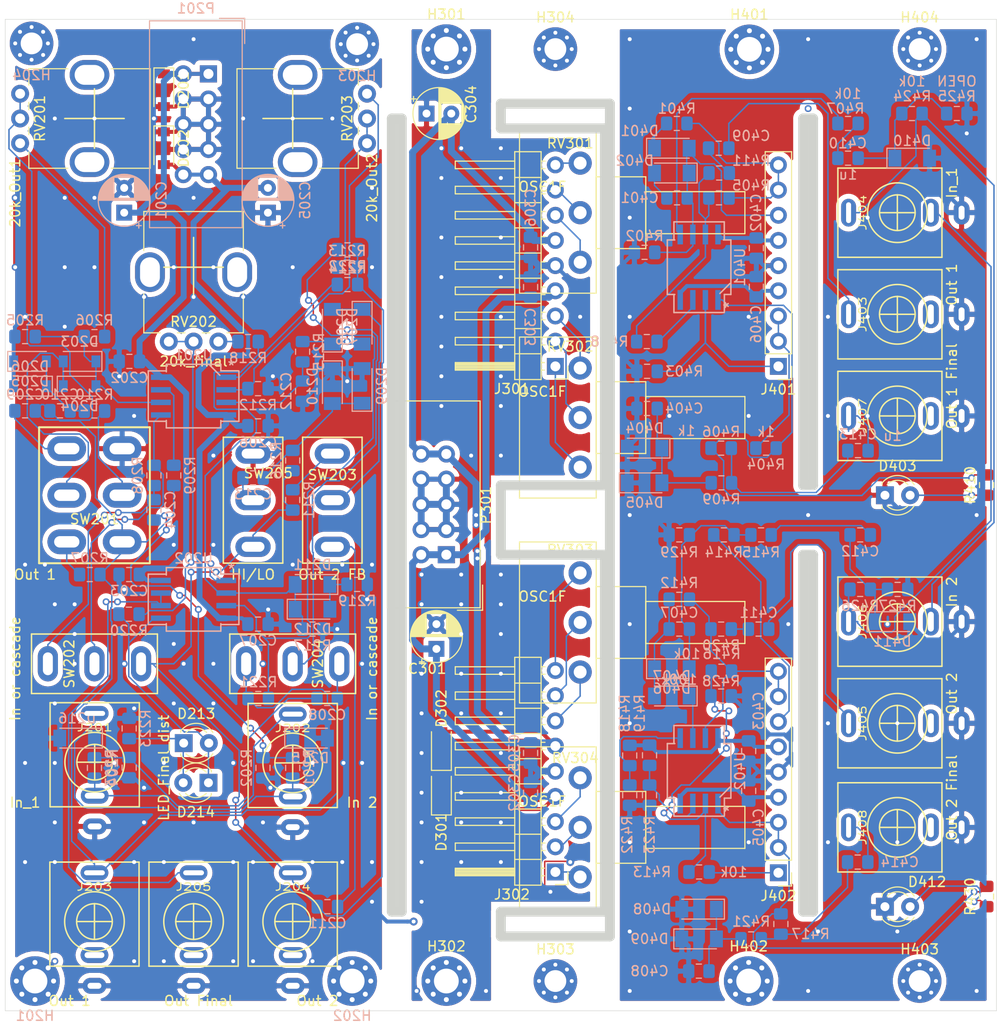
<source format=kicad_pcb>
(kicad_pcb (version 20171130) (host pcbnew "(5.1.0)-1")
  (layers (0 F.Cu signal) (31 B.Cu signal) (34 B.Paste user hide) (35 F.Paste user hide) (36 B.SilkS user) (37 F.SilkS user) (38 B.Mask user hide) (39 F.Mask user hide) (44 Edge.Cuts user))
  (net 0 "")
  (net 1 GND)
  (net 2 "Net-(C210-Pad1)")
  (net 3 "Net-(C209-Pad2)")
  (net 4 "Net-(J201-PadT)")
  (net 5 "Net-(J201-PadTN)")
  (net 6 "Net-(C204-Pad1)")
  (net 7 "Net-(C208-Pad1)")
  (net 8 "Net-(C211-Pad2)")
  (net 9 "Net-(C212-Pad1)")
  (net 10 "Net-(D203-Pad2)")
  (net 11 "Net-(D203-Pad1)")
  (net 12 "Net-(D207-Pad2)")
  (net 13 "Net-(D211-Pad2)")
  (net 14 "Net-(D213-Pad1)")
  (net 15 "Net-(R208-Pad1)")
  (net 16 "Net-(R209-Pad2)")
  (net 17 "Net-(R210-Pad1)")
  (net 18 "Net-(R213-Pad2)")
  (net 19 In1)
  (net 20 In2)
  (net 21 Out1Dist)
  (net 22 Out2Dist)
  (net 23 "Net-(R212-Pad1)")
  (net 24 "Net-(C213-Pad1)")
  (net 25 "Net-(C213-Pad2)")
  (net 26 "Net-(D207-Pad1)")
  (net 27 "Net-(D211-Pad1)")
  (net 28 OutFinal)
  (net 29 "Net-(R206-Pad1)")
  (net 30 "Net-(R207-Pad2)")
  (net 31 "Net-(R211-Pad2)")
  (net 32 "Net-(R214-Pad2)")
  (net 33 "Net-(R218-Pad1)")
  (net 34 "Net-(R220-Pad2)")
  (net 35 "Net-(R221-Pad1)")
  (net 36 "Net-(D213-Pad2)")
  (net 37 /KicadJE_EU7_Distort2/-12v)
  (net 38 /KicadJE_EU7_Distort2/+12v)
  (net 39 -12V)
  (net 40 +12V)
  (net 41 /angled_panel/-12V_1)
  (net 42 /angled_panel/GND_1)
  (net 43 /angled_panel/+12V_1)
  (net 44 /angled_panel/POT1_H)
  (net 45 /angled_panel/POT1_C)
  (net 46 /angled_panel/POT1_L)
  (net 47 /angled_panel/POT2_H)
  (net 48 /angled_panel/POT2_C)
  (net 49 /angled_panel/POT2_L)
  (net 50 /angled_panel/POT4_L)
  (net 51 /angled_panel/POT4_C)
  (net 52 /angled_panel/POT4_H)
  (net 53 /angled_panel/POT3_L)
  (net 54 /angled_panel/POT3_C)
  (net 55 /angled_panel/POT3_H)
  (net 56 "Net-(C401-Pad2)")
  (net 57 /KicadJE_EU8_Dist/POT1_L)
  (net 58 "Net-(C404-Pad1)")
  (net 59 "Net-(C407-Pad1)")
  (net 60 "Net-(C407-Pad2)")
  (net 61 "Net-(C408-Pad1)")
  (net 62 "Net-(C409-Pad1)")
  (net 63 "Net-(C410-Pad1)")
  (net 64 "Net-(C411-Pad1)")
  (net 65 "Net-(C412-Pad1)")
  (net 66 "Net-(C413-Pad1)")
  (net 67 "Net-(C414-Pad1)")
  (net 68 "Net-(D403-Pad2)")
  (net 69 "Net-(D412-Pad2)")
  (net 70 /KicadJE_EU8_Dist/POT1_C)
  (net 71 /KicadJE_EU8_Dist/POT2_C)
  (net 72 /KicadJE_EU8_Dist/POT2_L)
  (net 73 /KicadJE_EU8_Dist/POT4_L)
  (net 74 /KicadJE_EU8_Dist/POT4_C)
  (net 75 /KicadJE_EU8_Dist/POT3_L)
  (net 76 /KicadJE_EU8_Dist/POT3_C)
  (net 77 "Net-(J404-PadTN)")
  (net 78 "Net-(J404-PadT)")
  (net 79 "Net-(R404-Pad2)")
  (net 80 "Net-(R405-Pad2)")
  (net 81 "Net-(R407-Pad1)")
  (net 82 "Net-(R408-Pad1)")
  (net 83 "Net-(R413-Pad2)")
  (net 84 "Net-(R418-Pad1)")
  (net 85 "Net-(R419-Pad1)")
  (net 86 Out1_Dist)
  (net 87 In_1)
  (net 88 Out2_Dist)
  (net 89 In_2)
  (net 90 Out1_Final)
  (net 91 Out2_Final)
  (module AJ-Dropbox-Kicad:SPDTx2 (layer F.Cu) (at 59 98)
    (fp_text reference SW201 (at 0 2.413) (layer F.SilkS))
    (fp_text value "Out 1" (at -6 8) (layer F.SilkS))
    (pad 2 thru_hole oval (at -2.794 0) (size 3.9 2.5) (drill oval 2.55 1.15) (layers *.Cu *.Mask) (net 10 "Net-(D203-Pad2)"))
    (pad 3 thru_hole oval (at -2.794 -4.7) (size 3.9 2.5) (drill oval 2.55 1.15) (layers *.Cu *.Mask) (net 3 "Net-(C209-Pad2)"))
    (pad 1 thru_hole oval (at -2.794 4.7) (size 3.9 2.5) (drill oval 2.55 1.15) (layers *.Cu *.Mask) (net 30 "Net-(R207-Pad2)"))
    (pad 6 thru_hole oval (at 2.794 -4.7) (size 3.9 2.5) (drill oval 2.55 1.15) (layers *.Cu *.Mask) (net 1 GND))
    (pad 4 thru_hole oval (at 2.794 4.7) (size 3.9 2.5) (drill oval 2.55 1.15) (layers *.Cu *.Mask) (net 21 Out1Dist))
    (pad 5 thru_hole oval (at 2.794 0) (size 3.9 2.5) (drill oval 2.55 1.15) (layers *.Cu *.Mask) (net 17 "Net-(R210-Pad1)"))
  )
  (module Capacitor_SMD:C_0805_2012Metric_Pad1.15x1.40mm_HandSolder (layer B.Cu) (at 65 99.475 90)
    (fp_text reference C204 (at 0 1.65 90) (layer B.SilkS) (effects (justify mirror)))
    (fp_text value 1u)
    (pad 1 smd roundrect (at -1.025 0 90) (size 1.15 1.4) (layers B.Cu B.Paste B.Mask) (roundrect_rratio 0.217391) (net 6 "Net-(C204-Pad1)"))
    (pad 2 smd roundrect (at 1.025 0 90) (size 1.15 1.4) (layers B.Cu B.Paste B.Mask) (roundrect_rratio 0.217391) (net 19 In1))
  )
  (module Capacitor_SMD:C_0805_2012Metric_Pad1.15x1.40mm_HandSolder (layer B.Cu) (at 82.475 118.5)
    (fp_text reference C208 (at 0 1.65) (layer B.SilkS) (effects (justify mirror)))
    (fp_text value 1u)
    (pad 2 smd roundrect (at 1.025 0) (size 1.15 1.4) (layers B.Cu B.Paste B.Mask) (roundrect_rratio 0.217391) (net 20 In2))
    (pad 1 smd roundrect (at -1.025 0) (size 1.15 1.4) (layers B.Cu B.Paste B.Mask) (roundrect_rratio 0.217391) (net 7 "Net-(C208-Pad1)"))
  )
  (module Capacitor_THT:CP_Radial_D5.0mm_P2.50mm (layer B.Cu) (at 62 69.5 90)
    (fp_text reference C201 (at 1.25 3.75 90) (layer B.SilkS) (effects (justify mirror)))
    (fp_text value "100uF 16v")
    (pad 1 thru_hole rect (at 0 0 90) (size 1.6 1.6) (drill 0.8) (layers *.Cu *.Mask) (net 37 /KicadJE_EU7_Distort2/-12v))
    (pad 2 thru_hole circle (at 2.5 0 90) (size 1.6 1.6) (drill 0.8) (layers *.Cu *.Mask) (net 1 GND))
  )
  (module Capacitor_SMD:C_0805_2012Metric_Pad1.15x1.40mm_HandSolder (layer B.Cu) (at 62.525 84.5)
    (fp_text reference C202 (at 0 1.65) (layer B.SilkS) (effects (justify mirror)))
    (fp_text value 100n)
    (pad 2 smd roundrect (at 1.025 0) (size 1.15 1.4) (layers B.Cu B.Paste B.Mask) (roundrect_rratio 0.217391) (net 37 /KicadJE_EU7_Distort2/-12v))
    (pad 1 smd roundrect (at -1.025 0) (size 1.15 1.4) (layers B.Cu B.Paste B.Mask) (roundrect_rratio 0.217391) (net 1 GND))
  )
  (module Capacitor_SMD:C_0805_2012Metric_Pad1.15x1.40mm_HandSolder (layer B.Cu) (at 62.5 106)
    (fp_text reference C203 (at 0 1.65) (layer B.SilkS) (effects (justify mirror)))
    (fp_text value 100n)
    (pad 1 smd roundrect (at -1.025 0) (size 1.15 1.4) (layers B.Cu B.Paste B.Mask) (roundrect_rratio 0.217391) (net 1 GND))
    (pad 2 smd roundrect (at 1.025 0) (size 1.15 1.4) (layers B.Cu B.Paste B.Mask) (roundrect_rratio 0.217391) (net 37 /KicadJE_EU7_Distort2/-12v))
  )
  (module Capacitor_THT:CP_Radial_D5.0mm_P2.50mm (layer B.Cu) (at 76.5 69.5 90)
    (fp_text reference C205 (at 1.25 3.75 90) (layer B.SilkS) (effects (justify mirror)))
    (fp_text value "100uF 16v")
    (pad 2 thru_hole circle (at 2.5 0 90) (size 1.6 1.6) (drill 0.8) (layers *.Cu *.Mask) (net 38 /KicadJE_EU7_Distort2/+12v))
    (pad 1 thru_hole rect (at 0 0 90) (size 1.6 1.6) (drill 0.8) (layers *.Cu *.Mask) (net 1 GND))
  )
  (module Capacitor_SMD:C_0805_2012Metric_Pad1.15x1.40mm_HandSolder (layer B.Cu) (at 75.5 91)
    (fp_text reference C206 (at 0 1.65) (layer B.SilkS) (effects (justify mirror)))
    (fp_text value 100n)
    (pad 1 smd roundrect (at -1.025 0) (size 1.15 1.4) (layers B.Cu B.Paste B.Mask) (roundrect_rratio 0.217391) (net 38 /KicadJE_EU7_Distort2/+12v))
    (pad 2 smd roundrect (at 1.025 0) (size 1.15 1.4) (layers B.Cu B.Paste B.Mask) (roundrect_rratio 0.217391) (net 1 GND))
  )
  (module Capacitor_SMD:C_0805_2012Metric_Pad1.15x1.40mm_HandSolder (layer B.Cu) (at 75.5 111)
    (fp_text reference C207 (at 0 1.65) (layer B.SilkS) (effects (justify mirror)))
    (fp_text value 100n)
    (pad 2 smd roundrect (at 1.025 0) (size 1.15 1.4) (layers B.Cu B.Paste B.Mask) (roundrect_rratio 0.217391) (net 1 GND))
    (pad 1 smd roundrect (at -1.025 0) (size 1.15 1.4) (layers B.Cu B.Paste B.Mask) (roundrect_rratio 0.217391) (net 38 /KicadJE_EU7_Distort2/+12v))
  )
  (module Capacitor_SMD:C_0805_2012Metric_Pad1.15x1.40mm_HandSolder (layer B.Cu) (at 82.5 139.5)
    (fp_text reference C211 (at 0 1.65) (layer B.SilkS) (effects (justify mirror)))
    (fp_text value 220n)
    (pad 1 smd roundrect (at -1.025 0) (size 1.15 1.4) (layers B.Cu B.Paste B.Mask) (roundrect_rratio 0.217391) (net 22 Out2Dist))
    (pad 2 smd roundrect (at 1.025 0) (size 1.15 1.4) (layers B.Cu B.Paste B.Mask) (roundrect_rratio 0.217391) (net 8 "Net-(C211-Pad2)"))
  )
  (module Capacitor_SMD:C_0805_2012Metric_Pad1.15x1.40mm_HandSolder (layer B.Cu) (at 80 87.5 270)
    (fp_text reference C212 (at 0 1.65 270) (layer B.SilkS) (effects (justify mirror)))
    (fp_text value 33n)
    (pad 2 smd roundrect (at 1.025 0 270) (size 1.15 1.4) (layers B.Cu B.Paste B.Mask) (roundrect_rratio 0.217391) (net 1 GND))
    (pad 1 smd roundrect (at -1.025 0 270) (size 1.15 1.4) (layers B.Cu B.Paste B.Mask) (roundrect_rratio 0.217391) (net 9 "Net-(C212-Pad1)"))
  )
  (module Diode_SMD:D_SOD-123 (layer F.Cu) (at 66 57.15 270)
    (fp_text reference D201 (at 0 -2 270) (layer F.SilkS))
    (fp_text value 1N1007)
    (pad 2 smd rect (at 1.65 0 270) (size 0.9 1.2) (layers F.Cu F.Paste F.Mask) (net 1 GND))
    (pad 1 smd rect (at -1.65 0 270) (size 0.9 1.2) (layers F.Cu F.Paste F.Mask) (net 37 /KicadJE_EU7_Distort2/-12v))
  )
  (module Diode_SMD:D_SOD-123 (layer F.Cu) (at 66 63 270)
    (fp_text reference D202 (at 0 -2 270) (layer F.SilkS))
    (fp_text value 1N1007)
    (pad 1 smd rect (at -1.65 0 270) (size 0.9 1.2) (layers F.Cu F.Paste F.Mask) (net 1 GND))
    (pad 2 smd rect (at 1.65 0 270) (size 0.9 1.2) (layers F.Cu F.Paste F.Mask) (net 38 /KicadJE_EU7_Distort2/+12v))
  )
  (module Diode_SMD:D_SOD-123 (layer B.Cu) (at 57.5 84.5 180)
    (fp_text reference D203 (at 0 2 180) (layer B.SilkS) (effects (justify mirror)))
    (fp_text value 1N1007)
    (pad 1 smd rect (at -1.65 0 180) (size 0.9 1.2) (layers B.Cu B.Paste B.Mask) (net 11 "Net-(D203-Pad1)"))
    (pad 2 smd rect (at 1.65 0 180) (size 0.9 1.2) (layers B.Cu B.Paste B.Mask) (net 10 "Net-(D203-Pad2)"))
  )
  (module Diode_SMD:D_SOD-123 (layer B.Cu) (at 57.5 87)
    (fp_text reference D204 (at 0 2) (layer B.SilkS) (effects (justify mirror)))
    (fp_text value 1N1007)
    (pad 2 smd rect (at 1.65 0) (size 0.9 1.2) (layers B.Cu B.Paste B.Mask) (net 11 "Net-(D203-Pad1)"))
    (pad 1 smd rect (at -1.65 0) (size 0.9 1.2) (layers B.Cu B.Paste B.Mask) (net 10 "Net-(D203-Pad2)"))
  )
  (module Diode_SMD:D_MiniMELF (layer B.Cu) (at 83 81 90)
    (fp_text reference D207 (at 0 2 90) (layer B.SilkS) (effects (justify mirror)))
    (fp_text value LL4148)
    (pad 1 smd rect (at -1.75 0 90) (size 1.3 1.7) (layers B.Cu B.Paste B.Mask) (net 26 "Net-(D207-Pad1)"))
    (pad 2 smd rect (at 1.75 0 90) (size 1.3 1.7) (layers B.Cu B.Paste B.Mask) (net 12 "Net-(D207-Pad2)"))
  )
  (module Diode_SMD:D_MiniMELF (layer B.Cu) (at 86 81 270)
    (fp_text reference D208 (at 0 2 270) (layer B.SilkS) (effects (justify mirror)))
    (fp_text value LL4148)
    (pad 2 smd rect (at 1.75 0 270) (size 1.3 1.7) (layers B.Cu B.Paste B.Mask) (net 26 "Net-(D207-Pad1)"))
    (pad 1 smd rect (at -1.75 0 270) (size 1.3 1.7) (layers B.Cu B.Paste B.Mask) (net 12 "Net-(D207-Pad2)"))
  )
  (module Diode_SMD:D_MiniMELF (layer B.Cu) (at 86 86.974999 90)
    (fp_text reference D209 (at 0 2 90) (layer B.SilkS) (effects (justify mirror)))
    (fp_text value LL4148)
    (pad 2 smd rect (at 1.75 0 90) (size 1.3 1.7) (layers B.Cu B.Paste B.Mask) (net 1 GND))
    (pad 1 smd rect (at -1.75 0 90) (size 1.3 1.7) (layers B.Cu B.Paste B.Mask) (net 25 "Net-(C213-Pad2)"))
  )
  (module Diode_SMD:D_MiniMELF (layer B.Cu) (at 83 87 270)
    (fp_text reference D210 (at 0 2 270) (layer B.SilkS) (effects (justify mirror)))
    (fp_text value LL4148)
    (pad 1 smd rect (at -1.75 0 270) (size 1.3 1.7) (layers B.Cu B.Paste B.Mask) (net 1 GND))
    (pad 2 smd rect (at 1.75 0 270) (size 1.3 1.7) (layers B.Cu B.Paste B.Mask) (net 25 "Net-(C213-Pad2)"))
  )
  (module Diode_SMD:D_MiniMELF (layer B.Cu) (at 81 107 180)
    (fp_text reference D211 (at 0 2 180) (layer B.SilkS) (effects (justify mirror)))
    (fp_text value LL4148)
    (pad 1 smd rect (at -1.75 0 180) (size 1.3 1.7) (layers B.Cu B.Paste B.Mask) (net 27 "Net-(D211-Pad1)"))
    (pad 2 smd rect (at 1.75 0 180) (size 1.3 1.7) (layers B.Cu B.Paste B.Mask) (net 13 "Net-(D211-Pad2)"))
  )
  (module Diode_SMD:D_MiniMELF (layer B.Cu) (at 81 109.5)
    (fp_text reference D212 (at 0 2) (layer B.SilkS) (effects (justify mirror)))
    (fp_text value LL4148)
    (pad 2 smd rect (at 1.75 0) (size 1.3 1.7) (layers B.Cu B.Paste B.Mask) (net 27 "Net-(D211-Pad1)"))
    (pad 1 smd rect (at -1.75 0) (size 1.3 1.7) (layers B.Cu B.Paste B.Mask) (net 13 "Net-(D211-Pad2)"))
  )
  (module MountingHole:MountingHole_2.5mm_Pad_Via (layer B.Cu) (at 53 147)
    (fp_text reference H201 (at 0 3.5) (layer B.SilkS) (effects (justify mirror)))
    (fp_text value 2,5mm)
    (pad 1 thru_hole circle (at 0 0) (size 5 5) (drill 2.5) (layers *.Cu *.Mask))
    (pad 1 thru_hole circle (at 1.875 0) (size 0.8 0.8) (drill 0.5) (layers *.Cu *.Mask))
    (pad 1 thru_hole circle (at 1.325825 -1.325825) (size 0.8 0.8) (drill 0.5) (layers *.Cu *.Mask))
    (pad 1 thru_hole circle (at 0 -1.875) (size 0.8 0.8) (drill 0.5) (layers *.Cu *.Mask))
    (pad 1 thru_hole circle (at -1.325825 -1.325825) (size 0.8 0.8) (drill 0.5) (layers *.Cu *.Mask))
    (pad 1 thru_hole circle (at -1.875 0) (size 0.8 0.8) (drill 0.5) (layers *.Cu *.Mask))
    (pad 1 thru_hole circle (at -1.325825 1.325825) (size 0.8 0.8) (drill 0.5) (layers *.Cu *.Mask))
    (pad 1 thru_hole circle (at 0 1.875) (size 0.8 0.8) (drill 0.5) (layers *.Cu *.Mask))
    (pad 1 thru_hole circle (at 1.325825 1.325825) (size 0.8 0.8) (drill 0.5) (layers *.Cu *.Mask))
  )
  (module MountingHole:MountingHole_2.5mm_Pad_Via (layer B.Cu) (at 85 147)
    (fp_text reference H202 (at 0 3.5) (layer B.SilkS) (effects (justify mirror)))
    (fp_text value 2,5mm)
    (pad 1 thru_hole circle (at 1.325825 1.325825) (size 0.8 0.8) (drill 0.5) (layers *.Cu *.Mask))
    (pad 1 thru_hole circle (at 0 1.875) (size 0.8 0.8) (drill 0.5) (layers *.Cu *.Mask))
    (pad 1 thru_hole circle (at -1.325825 1.325825) (size 0.8 0.8) (drill 0.5) (layers *.Cu *.Mask))
    (pad 1 thru_hole circle (at -1.875 0) (size 0.8 0.8) (drill 0.5) (layers *.Cu *.Mask))
    (pad 1 thru_hole circle (at -1.325825 -1.325825) (size 0.8 0.8) (drill 0.5) (layers *.Cu *.Mask))
    (pad 1 thru_hole circle (at 0 -1.875) (size 0.8 0.8) (drill 0.5) (layers *.Cu *.Mask))
    (pad 1 thru_hole circle (at 1.325825 -1.325825) (size 0.8 0.8) (drill 0.5) (layers *.Cu *.Mask))
    (pad 1 thru_hole circle (at 1.875 0) (size 0.8 0.8) (drill 0.5) (layers *.Cu *.Mask))
    (pad 1 thru_hole circle (at 0 0) (size 5 5) (drill 2.5) (layers *.Cu *.Mask))
  )
  (module MountingHole:MountingHole_2.2mm_M2_Pad_Via (layer B.Cu) (at 52.655001 52.424999)
    (fp_text reference H204 (at 0 3.2) (layer B.SilkS) (effects (justify mirror)))
    (fp_text value 2,2mm)
    (pad 1 thru_hole circle (at 0 0) (size 4.4 4.4) (drill 2.2) (layers *.Cu *.Mask))
    (pad 1 thru_hole circle (at 1.65 0) (size 0.7 0.7) (drill 0.4) (layers *.Cu *.Mask))
    (pad 1 thru_hole circle (at 1.166726 -1.166726) (size 0.7 0.7) (drill 0.4) (layers *.Cu *.Mask))
    (pad 1 thru_hole circle (at 0 -1.65) (size 0.7 0.7) (drill 0.4) (layers *.Cu *.Mask))
    (pad 1 thru_hole circle (at -1.166726 -1.166726) (size 0.7 0.7) (drill 0.4) (layers *.Cu *.Mask))
    (pad 1 thru_hole circle (at -1.65 0) (size 0.7 0.7) (drill 0.4) (layers *.Cu *.Mask))
    (pad 1 thru_hole circle (at -1.166726 1.166726) (size 0.7 0.7) (drill 0.4) (layers *.Cu *.Mask))
    (pad 1 thru_hole circle (at 0 1.65) (size 0.7 0.7) (drill 0.4) (layers *.Cu *.Mask))
    (pad 1 thru_hole circle (at 1.166726 1.166726) (size 0.7 0.7) (drill 0.4) (layers *.Cu *.Mask))
  )
  (module Resistor_SMD:R_0805_2012Metric_Pad1.15x1.40mm_HandSolder (layer B.Cu) (at 79 125.5 90)
    (fp_text reference R201 (at 0 1.65 90) (layer B.SilkS) (effects (justify mirror)))
    (fp_text value 10k)
    (pad 2 smd roundrect (at 1.025 0 90) (size 1.15 1.4) (layers B.Cu B.Paste B.Mask) (roundrect_rratio 0.217391) (net 6 "Net-(C204-Pad1)"))
    (pad 1 smd roundrect (at -1.025 0 90) (size 1.15 1.4) (layers B.Cu B.Paste B.Mask) (roundrect_rratio 0.217391) (net 4 "Net-(J201-PadT)"))
  )
  (module Resistor_SMD:R_0805_2012Metric_Pad1.15x1.40mm_HandSolder (layer B.Cu) (at 76 125.5 270)
    (fp_text reference R202 (at 0 1.65 270) (layer B.SilkS) (effects (justify mirror)))
    (fp_text value OPEN)
    (pad 1 smd roundrect (at -1.025 0 270) (size 1.15 1.4) (layers B.Cu B.Paste B.Mask) (roundrect_rratio 0.217391) (net 6 "Net-(C204-Pad1)"))
    (pad 2 smd roundrect (at 1.025 0 270) (size 1.15 1.4) (layers B.Cu B.Paste B.Mask) (roundrect_rratio 0.217391) (net 1 GND))
  )
  (module Resistor_SMD:R_0805_2012Metric_Pad1.15x1.40mm_HandSolder (layer B.Cu) (at 59 125.5 90)
    (fp_text reference R203 (at 0 1.65 90) (layer B.SilkS) (effects (justify mirror)))
    (fp_text value 10k)
    (pad 2 smd roundrect (at 1.025 0 90) (size 1.15 1.4) (layers B.Cu B.Paste B.Mask) (roundrect_rratio 0.217391) (net 7 "Net-(C208-Pad1)"))
    (pad 1 smd roundrect (at -1.025 0 90) (size 1.15 1.4) (layers B.Cu B.Paste B.Mask) (roundrect_rratio 0.217391) (net 5 "Net-(J201-PadTN)"))
  )
  (module Resistor_SMD:R_0805_2012Metric_Pad1.15x1.40mm_HandSolder (layer B.Cu) (at 62.5 125.475 270)
    (fp_text reference R204 (at 0 1.65 270) (layer B.SilkS) (effects (justify mirror)))
    (fp_text value OPEN)
    (pad 1 smd roundrect (at -1.025 0 270) (size 1.15 1.4) (layers B.Cu B.Paste B.Mask) (roundrect_rratio 0.217391) (net 7 "Net-(C208-Pad1)"))
    (pad 2 smd roundrect (at 1.025 0 270) (size 1.15 1.4) (layers B.Cu B.Paste B.Mask) (roundrect_rratio 0.217391) (net 1 GND))
  )
  (module Resistor_SMD:R_0805_2012Metric_Pad1.15x1.40mm_HandSolder (layer B.Cu) (at 52 82 180)
    (fp_text reference R205 (at 0 1.65 180) (layer B.SilkS) (effects (justify mirror)))
    (fp_text value 10k)
    (pad 1 smd roundrect (at -1.025 0 180) (size 1.15 1.4) (layers B.Cu B.Paste B.Mask) (roundrect_rratio 0.217391) (net 11 "Net-(D203-Pad1)"))
    (pad 2 smd roundrect (at 1.025 0 180) (size 1.15 1.4) (layers B.Cu B.Paste B.Mask) (roundrect_rratio 0.217391) (net 1 GND))
  )
  (module Resistor_SMD:R_0805_2012Metric_Pad1.15x1.40mm_HandSolder (layer B.Cu) (at 59 82 180)
    (fp_text reference R206 (at 0 1.65 180) (layer B.SilkS) (effects (justify mirror)))
    (fp_text value 4k7)
    (pad 2 smd roundrect (at 1.025 0 180) (size 1.15 1.4) (layers B.Cu B.Paste B.Mask) (roundrect_rratio 0.217391) (net 11 "Net-(D203-Pad1)"))
    (pad 1 smd roundrect (at -1.025 0 180) (size 1.15 1.4) (layers B.Cu B.Paste B.Mask) (roundrect_rratio 0.217391) (net 29 "Net-(R206-Pad1)"))
  )
  (module Resistor_SMD:R_0805_2012Metric_Pad1.15x1.40mm_HandSolder (layer B.Cu) (at 67 96 90)
    (fp_text reference R209 (at 0 1.65 90) (layer B.SilkS) (effects (justify mirror)))
    (fp_text value 680R)
    (pad 1 smd roundrect (at -1.025 0 90) (size 1.15 1.4) (layers B.Cu B.Paste B.Mask) (roundrect_rratio 0.217391) (net 21 Out1Dist))
    (pad 2 smd roundrect (at 1.025 0 90) (size 1.15 1.4) (layers B.Cu B.Paste B.Mask) (roundrect_rratio 0.217391) (net 16 "Net-(R209-Pad2)"))
  )
  (module Resistor_SMD:R_0805_2012Metric_Pad1.15x1.40mm_HandSolder (layer B.Cu) (at 59 89.5 180)
    (fp_text reference R210 (at 0 1.65 180) (layer B.SilkS) (effects (justify mirror)))
    (fp_text value 470R)
    (pad 1 smd roundrect (at -1.025 0 180) (size 1.15 1.4) (layers B.Cu B.Paste B.Mask) (roundrect_rratio 0.217391) (net 17 "Net-(R210-Pad1)"))
    (pad 2 smd roundrect (at 1.025 0 180) (size 1.15 1.4) (layers B.Cu B.Paste B.Mask) (roundrect_rratio 0.217391) (net 2 "Net-(C210-Pad1)"))
  )
  (module Resistor_SMD:R_0805_2012Metric_Pad1.15x1.40mm_HandSolder (layer B.Cu) (at 75.5 87.25)
    (fp_text reference R212 (at 0 1.65) (layer B.SilkS) (effects (justify mirror)))
    (fp_text value 10k)
    (pad 2 smd roundrect (at 1.025 0) (size 1.15 1.4) (layers B.Cu B.Paste B.Mask) (roundrect_rratio 0.217391) (net 1 GND))
    (pad 1 smd roundrect (at -1.025 0) (size 1.15 1.4) (layers B.Cu B.Paste B.Mask) (roundrect_rratio 0.217391) (net 23 "Net-(R212-Pad1)"))
  )
  (module Resistor_SMD:R_0805_2012Metric_Pad1.15x1.40mm_HandSolder (layer B.Cu) (at 84.5 75 180)
    (fp_text reference R213 (at 0 1.65 180) (layer B.SilkS) (effects (justify mirror)))
    (fp_text value 4k7)
    (pad 1 smd roundrect (at -1.025 0 180) (size 1.15 1.4) (layers B.Cu B.Paste B.Mask) (roundrect_rratio 0.217391) (net 22 Out2Dist))
    (pad 2 smd roundrect (at 1.025 0 180) (size 1.15 1.4) (layers B.Cu B.Paste B.Mask) (roundrect_rratio 0.217391) (net 18 "Net-(R213-Pad2)"))
  )
  (module Resistor_SMD:R_0805_2012Metric_Pad1.15x1.40mm_HandSolder (layer B.Cu) (at 84.525 76.75 180)
    (fp_text reference R214 (at 0 1.65 180) (layer B.SilkS) (effects (justify mirror)))
    (fp_text value 680R)
    (pad 1 smd roundrect (at -1.025 0 180) (size 1.15 1.4) (layers B.Cu B.Paste B.Mask) (roundrect_rratio 0.217391) (net 22 Out2Dist))
    (pad 2 smd roundrect (at 1.025 0 180) (size 1.15 1.4) (layers B.Cu B.Paste B.Mask) (roundrect_rratio 0.217391) (net 32 "Net-(R214-Pad2)"))
  )
  (module Resistor_SMD:R_0805_2012Metric_Pad1.15x1.40mm_HandSolder (layer B.Cu) (at 80 83.525 90)
    (fp_text reference R215 (at 0 1.65 90) (layer B.SilkS) (effects (justify mirror)))
    (fp_text value 10k)
    (pad 2 smd roundrect (at 1.025 0 90) (size 1.15 1.4) (layers B.Cu B.Paste B.Mask) (roundrect_rratio 0.217391) (net 26 "Net-(D207-Pad1)"))
    (pad 1 smd roundrect (at -1.025 0 90) (size 1.15 1.4) (layers B.Cu B.Paste B.Mask) (roundrect_rratio 0.217391) (net 9 "Net-(C212-Pad1)"))
  )
  (module Resistor_SMD:R_0805_2012Metric_Pad1.15x1.40mm_HandSolder (layer B.Cu) (at 81 111.5)
    (fp_text reference R217 (at 0 1.65) (layer B.SilkS) (effects (justify mirror)))
    (fp_text value 10k)
    (pad 2 smd roundrect (at 1.025 0) (size 1.15 1.4) (layers B.Cu B.Paste B.Mask) (roundrect_rratio 0.217391) (net 1 GND))
    (pad 1 smd roundrect (at -1.025 0) (size 1.15 1.4) (layers B.Cu B.Paste B.Mask) (roundrect_rratio 0.217391) (net 13 "Net-(D211-Pad2)"))
  )
  (module Resistor_SMD:R_0805_2012Metric_Pad1.15x1.40mm_HandSolder (layer B.Cu) (at 74.5 82.5)
    (fp_text reference R218 (at 0 1.65) (layer B.SilkS) (effects (justify mirror)))
    (fp_text value 4k7)
    (pad 1 smd roundrect (at -1.025 0) (size 1.15 1.4) (layers B.Cu B.Paste B.Mask) (roundrect_rratio 0.217391) (net 33 "Net-(R218-Pad1)"))
    (pad 2 smd roundrect (at 1.025 0) (size 1.15 1.4) (layers B.Cu B.Paste B.Mask) (roundrect_rratio 0.217391) (net 13 "Net-(D211-Pad2)"))
  )
  (module Resistor_SMD:R_0805_2012Metric_Pad1.15x1.40mm_HandSolder (layer B.Cu) (at 62.475 110)
    (fp_text reference R220 (at 0 1.65) (layer B.SilkS) (effects (justify mirror)))
    (fp_text value 1k)
    (pad 2 smd roundrect (at 1.025 0) (size 1.15 1.4) (layers B.Cu B.Paste B.Mask) (roundrect_rratio 0.217391) (net 34 "Net-(R220-Pad2)"))
    (pad 1 smd roundrect (at -1.025 0) (size 1.15 1.4) (layers B.Cu B.Paste B.Mask) (roundrect_rratio 0.217391) (net 36 "Net-(D213-Pad2)"))
  )
  (module Resistor_SMD:R_0805_2012Metric_Pad1.15x1.40mm_HandSolder (layer B.Cu) (at 75.525 118.5 180)
    (fp_text reference R221 (at 0 1.65 180) (layer B.SilkS) (effects (justify mirror)))
    (fp_text value 10k)
    (pad 1 smd roundrect (at -1.025 0 180) (size 1.15 1.4) (layers B.Cu B.Paste B.Mask) (roundrect_rratio 0.217391) (net 35 "Net-(R221-Pad1)"))
    (pad 2 smd roundrect (at 1.025 0 180) (size 1.15 1.4) (layers B.Cu B.Paste B.Mask) (roundrect_rratio 0.217391) (net 21 Out1Dist))
  )
  (module Resistor_SMD:R_0805_2012Metric_Pad1.15x1.40mm_HandSolder (layer B.Cu) (at 84.525 73.25)
    (fp_text reference R222 (at 0 1.65) (layer B.SilkS) (effects (justify mirror)))
    (fp_text value 10k)
    (pad 2 smd roundrect (at 1.025 0) (size 1.15 1.4) (layers B.Cu B.Paste B.Mask) (roundrect_rratio 0.217391) (net 22 Out2Dist))
    (pad 1 smd roundrect (at -1.025 0) (size 1.15 1.4) (layers B.Cu B.Paste B.Mask) (roundrect_rratio 0.217391) (net 35 "Net-(R221-Pad1)"))
  )
  (module Resistor_SMD:R_0805_2012Metric_Pad1.15x1.40mm_HandSolder (layer B.Cu) (at 62.5 121.525 90)
    (fp_text reference R223 (at 0 1.65 90) (layer B.SilkS) (effects (justify mirror)))
    (fp_text value 100R)
    (pad 1 smd roundrect (at -1.025 0 90) (size 1.15 1.4) (layers B.Cu B.Paste B.Mask) (roundrect_rratio 0.217391) (net 14 "Net-(D213-Pad1)"))
    (pad 2 smd roundrect (at 1.025 0 90) (size 1.15 1.4) (layers B.Cu B.Paste B.Mask) (roundrect_rratio 0.217391) (net 1 GND))
  )
  (module AJ-Dropbox-Kicad:AJ_SO-8_5.3x6.2mm_P1.27mm (layer B.Cu) (at 69 88 180)
    (fp_text reference U201 (at 0 4.13 180) (layer B.SilkS) (effects (justify mirror)))
    (fp_text value TL072)
    (fp_text user * (at -3.81 3.048 180) (layer B.SilkS) (effects (justify mirror)))
    (pad 1 smd rect (at -3.3 1.905 180) (size 2 0.55) (layers B.Cu B.Paste B.Mask) (net 32 "Net-(R214-Pad2)"))
    (pad 2 smd rect (at -3.3 0.635 180) (size 2 0.55) (layers B.Cu B.Paste B.Mask) (net 23 "Net-(R212-Pad1)"))
    (pad 3 smd rect (at -3.3 -0.635 180) (size 2 0.55) (layers B.Cu B.Paste B.Mask) (net 9 "Net-(C212-Pad1)"))
    (pad 4 smd rect (at -3.3 -1.905 180) (size 2 0.55) (layers B.Cu B.Paste B.Mask) (net 38 /KicadJE_EU7_Distort2/+12v))
    (pad 5 smd rect (at 3.3 -1.905 180) (size 2 0.55) (layers B.Cu B.Paste B.Mask) (net 15 "Net-(R208-Pad1)"))
    (pad 6 smd rect (at 3.3 -0.635 180) (size 2 0.55) (layers B.Cu B.Paste B.Mask) (net 11 "Net-(D203-Pad1)"))
    (pad 7 smd rect (at 3.3 0.635 180) (size 2 0.55) (layers B.Cu B.Paste B.Mask) (net 16 "Net-(R209-Pad2)"))
    (pad 8 smd rect (at 3.3 1.905 180) (size 2 0.55) (layers B.Cu B.Paste B.Mask) (net 37 /KicadJE_EU7_Distort2/-12v))
  )
  (module AJ-Dropbox-Kicad:AJ_SO-8_5.3x6.2mm_P1.27mm (layer B.Cu) (at 69 108.5 180)
    (fp_text reference U202 (at 0 4.13 180) (layer B.SilkS) (effects (justify mirror)))
    (fp_text value TL072)
    (fp_text user * (at -3.81 3.048 180) (layer B.SilkS) (effects (justify mirror)))
    (pad 8 smd rect (at 3.3 1.905 180) (size 2 0.55) (layers B.Cu B.Paste B.Mask) (net 37 /KicadJE_EU7_Distort2/-12v))
    (pad 7 smd rect (at 3.3 0.635 180) (size 2 0.55) (layers B.Cu B.Paste B.Mask) (net 28 OutFinal))
    (pad 6 smd rect (at 3.3 -0.635 180) (size 2 0.55) (layers B.Cu B.Paste B.Mask) (net 28 OutFinal))
    (pad 5 smd rect (at 3.3 -1.905 180) (size 2 0.55) (layers B.Cu B.Paste B.Mask) (net 36 "Net-(D213-Pad2)"))
    (pad 4 smd rect (at -3.3 -1.905 180) (size 2 0.55) (layers B.Cu B.Paste B.Mask) (net 38 /KicadJE_EU7_Distort2/+12v))
    (pad 3 smd rect (at -3.3 -0.635 180) (size 2 0.55) (layers B.Cu B.Paste B.Mask) (net 35 "Net-(R221-Pad1)"))
    (pad 2 smd rect (at -3.3 0.635 180) (size 2 0.55) (layers B.Cu B.Paste B.Mask) (net 13 "Net-(D211-Pad2)"))
    (pad 1 smd rect (at -3.3 1.905 180) (size 2 0.55) (layers B.Cu B.Paste B.Mask) (net 34 "Net-(R220-Pad2)"))
  )
  (module Capacitor_SMD:C_0805_2012Metric_Pad1.15x1.40mm_HandSolder (layer B.Cu) (at 52 89.485001 180)
    (fp_text reference C209 (at 0 1.65 180) (layer B.SilkS) (effects (justify mirror)))
    (fp_text value 220n)
    (pad 1 smd roundrect (at -1.025 0 180) (size 1.15 1.4) (layers B.Cu B.Paste B.Mask) (roundrect_rratio 0.217391) (net 21 Out1Dist))
    (pad 2 smd roundrect (at 1.025 0 180) (size 1.15 1.4) (layers B.Cu B.Paste B.Mask) (roundrect_rratio 0.217391) (net 3 "Net-(C209-Pad2)"))
  )
  (module Capacitor_SMD:C_0805_2012Metric_Pad1.15x1.40mm_HandSolder (layer B.Cu) (at 55.525 89.485001 180)
    (fp_text reference C210 (at 0 1.65 180) (layer B.SilkS) (effects (justify mirror)))
    (fp_text value 220n)
    (pad 2 smd roundrect (at 1.025 0 180) (size 1.15 1.4) (layers B.Cu B.Paste B.Mask) (roundrect_rratio 0.217391) (net 21 Out1Dist))
    (pad 1 smd roundrect (at -1.025 0 180) (size 1.15 1.4) (layers B.Cu B.Paste B.Mask) (roundrect_rratio 0.217391) (net 2 "Net-(C210-Pad1)"))
  )
  (module Capacitor_SMD:C_0805_2012Metric_Pad1.15x1.40mm_HandSolder (layer B.Cu) (at 75 96.25)
    (fp_text reference C213 (at 0 1.65) (layer B.SilkS) (effects (justify mirror)))
    (fp_text value 220n)
    (pad 1 smd roundrect (at -1.025 0) (size 1.15 1.4) (layers B.Cu B.Paste B.Mask) (roundrect_rratio 0.217391) (net 24 "Net-(C213-Pad1)"))
    (pad 2 smd roundrect (at 1.025 0) (size 1.15 1.4) (layers B.Cu B.Paste B.Mask) (roundrect_rratio 0.217391) (net 25 "Net-(C213-Pad2)"))
  )
  (module Diode_SMD:D_SOD-123 (layer B.Cu) (at 52.5 84.5)
    (fp_text reference D205 (at 0 2) (layer B.SilkS) (effects (justify mirror)))
    (fp_text value 1N1007)
    (pad 2 smd rect (at 1.65 0) (size 0.9 1.2) (layers B.Cu B.Paste B.Mask) (net 2 "Net-(C210-Pad1)"))
    (pad 1 smd rect (at -1.65 0) (size 0.9 1.2) (layers B.Cu B.Paste B.Mask) (net 1 GND))
  )
  (module Diode_SMD:D_SOD-123 (layer B.Cu) (at 52.5 87 180)
    (fp_text reference D206 (at 0 2 180) (layer B.SilkS) (effects (justify mirror)))
    (fp_text value 1N1007)
    (pad 1 smd rect (at -1.65 0 180) (size 0.9 1.2) (layers B.Cu B.Paste B.Mask) (net 2 "Net-(C210-Pad1)"))
    (pad 2 smd rect (at 1.65 0 180) (size 0.9 1.2) (layers B.Cu B.Paste B.Mask) (net 1 GND))
  )
  (module AJ-Dropbox-Kicad:PJ301SM (layer F.Cu) (at 59.025001 124.925001)
    (fp_text reference J201 (at 0 -3.5) (layer F.SilkS) (effects (font (size 0.75 1) (thickness 0.125))))
    (fp_text value In_1 (at -7.025001 4.074999) (layer F.SilkS))
    (pad T thru_hole oval (at 0 -4.92) (size 2.8 1.5) (drill oval 2.1 0.5) (layers *.Cu *.Mask) (net 4 "Net-(J201-PadT)"))
    (pad S thru_hole oval (at 0 6.48) (size 2.4 1.6) (drill oval 1.4 0.6) (layers *.Cu *.Mask) (net 1 GND))
    (pad TN thru_hole oval (at 0 3.38) (size 2.8 1.6) (drill oval 2 0.6) (layers *.Cu *.Mask) (net 5 "Net-(J201-PadTN)"))
  )
  (module AJ-Dropbox-Kicad:PJ301SM (layer F.Cu) (at 79 125)
    (fp_text reference J202 (at 0 -3.5) (layer F.SilkS) (effects (font (size 0.75 1) (thickness 0.125))))
    (fp_text value "In 2" (at 7 4) (layer F.SilkS))
    (pad TN thru_hole oval (at 0 3.38) (size 2.8 1.6) (drill oval 2 0.6) (layers *.Cu *.Mask) (net 4 "Net-(J201-PadT)"))
    (pad S thru_hole oval (at 0 6.48) (size 2.4 1.6) (drill oval 1.4 0.6) (layers *.Cu *.Mask) (net 1 GND))
    (pad T thru_hole oval (at 0 -4.92) (size 2.8 1.5) (drill oval 2.1 0.5) (layers *.Cu *.Mask) (net 5 "Net-(J201-PadTN)"))
  )
  (module AJ-Dropbox-Kicad:PJ301SM (layer F.Cu) (at 59 141)
    (fp_text reference J203 (at 0 -3.5) (layer F.SilkS) (effects (font (size 0.75 1) (thickness 0.125))))
    (fp_text value "Out 1" (at -2.5 8) (layer F.SilkS))
    (pad T thru_hole oval (at 0 -4.92) (size 2.8 1.5) (drill oval 2.1 0.5) (layers *.Cu *.Mask) (net 21 Out1Dist))
    (pad S thru_hole oval (at 0 6.48) (size 2.4 1.6) (drill oval 1.4 0.6) (layers *.Cu *.Mask) (net 1 GND))
    (pad TN thru_hole oval (at 0 3.38) (size 2.8 1.6) (drill oval 2 0.6) (layers *.Cu *.Mask))
  )
  (module AJ-Dropbox-Kicad:PJ301SM (layer F.Cu) (at 79 141)
    (fp_text reference J204 (at 0 -3.5) (layer F.SilkS) (effects (font (size 0.75 1) (thickness 0.125))))
    (fp_text value "Out 2" (at 2.5 8) (layer F.SilkS))
    (pad TN thru_hole oval (at 0 3.38) (size 2.8 1.6) (drill oval 2 0.6) (layers *.Cu *.Mask))
    (pad S thru_hole oval (at 0 6.48) (size 2.4 1.6) (drill oval 1.4 0.6) (layers *.Cu *.Mask) (net 1 GND))
    (pad T thru_hole oval (at 0 -4.92) (size 2.8 1.5) (drill oval 2.1 0.5) (layers *.Cu *.Mask) (net 22 Out2Dist))
  )
  (module AJ-Dropbox-Kicad:PJ301SM (layer F.Cu) (at 69 141)
    (fp_text reference J205 (at 0 -3.5) (layer F.SilkS) (effects (font (size 0.75 1) (thickness 0.125))))
    (fp_text value "Out Final" (at 0.5 8) (layer F.SilkS))
    (pad T thru_hole oval (at 0 -4.92) (size 2.8 1.5) (drill oval 2.1 0.5) (layers *.Cu *.Mask) (net 28 OutFinal))
    (pad S thru_hole oval (at 0 6.48) (size 2.4 1.6) (drill oval 1.4 0.6) (layers *.Cu *.Mask) (net 1 GND))
    (pad TN thru_hole oval (at 0 3.38) (size 2.8 1.6) (drill oval 2 0.6) (layers *.Cu *.Mask))
  )
  (module Connectors_IDC:IDC-Header_2x05_Pitch2.54mm_Straight (layer B.Cu) (at 70.5 55.5 180)
    (fp_text reference P201 (at 1.27 6.604 180) (layer B.SilkS) (effects (justify mirror)))
    (fp_text value Doepfer_Power_10pin)
    (pad 1 thru_hole rect (at 0 0 180) (size 1.7272 1.7272) (drill 1.016) (layers *.Cu *.Mask) (net 37 /KicadJE_EU7_Distort2/-12v))
    (pad 2 thru_hole oval (at 2.54 0 180) (size 1.7272 1.7272) (drill 1.016) (layers *.Cu *.Mask) (net 37 /KicadJE_EU7_Distort2/-12v))
    (pad 3 thru_hole oval (at 0 -2.54 180) (size 1.7272 1.7272) (drill 1.016) (layers *.Cu *.Mask) (net 1 GND))
    (pad 4 thru_hole oval (at 2.54 -2.54 180) (size 1.7272 1.7272) (drill 1.016) (layers *.Cu *.Mask) (net 1 GND))
    (pad 5 thru_hole oval (at 0 -5.08 180) (size 1.7272 1.7272) (drill 1.016) (layers *.Cu *.Mask) (net 1 GND))
    (pad 6 thru_hole oval (at 2.54 -5.08 180) (size 1.7272 1.7272) (drill 1.016) (layers *.Cu *.Mask) (net 1 GND))
    (pad 7 thru_hole oval (at 0 -7.62 180) (size 1.7272 1.7272) (drill 1.016) (layers *.Cu *.Mask) (net 1 GND))
    (pad 8 thru_hole oval (at 2.54 -7.62 180) (size 1.7272 1.7272) (drill 1.016) (layers *.Cu *.Mask) (net 1 GND))
    (pad 9 thru_hole oval (at 0 -10.16 180) (size 1.7272 1.7272) (drill 1.016) (layers *.Cu *.Mask) (net 38 /KicadJE_EU7_Distort2/+12v))
    (pad 10 thru_hole oval (at 2.54 -10.16 180) (size 1.7272 1.7272) (drill 1.016) (layers *.Cu *.Mask) (net 38 /KicadJE_EU7_Distort2/+12v))
  )
  (module Resistor_SMD:R_0805_2012Metric_Pad1.15x1.40mm_HandSolder (layer B.Cu) (at 58.525 106 180)
    (fp_text reference R207 (at 0 1.65 180) (layer B.SilkS) (effects (justify mirror)))
    (fp_text value 10k)
    (pad 1 smd roundrect (at -1.025 0 180) (size 1.15 1.4) (layers B.Cu B.Paste B.Mask) (roundrect_rratio 0.217391) (net 21 Out1Dist))
    (pad 2 smd roundrect (at 1.025 0 180) (size 1.15 1.4) (layers B.Cu B.Paste B.Mask) (roundrect_rratio 0.217391) (net 30 "Net-(R207-Pad2)"))
  )
  (module Resistor_SMD:R_0805_2012Metric_Pad1.15x1.40mm_HandSolder (layer B.Cu) (at 65 96 270)
    (fp_text reference R208 (at 0 1.65 270) (layer B.SilkS) (effects (justify mirror)))
    (fp_text value 100k)
    (pad 1 smd roundrect (at -1.025 0 270) (size 1.15 1.4) (layers B.Cu B.Paste B.Mask) (roundrect_rratio 0.217391) (net 15 "Net-(R208-Pad1)"))
    (pad 2 smd roundrect (at 1.025 0 270) (size 1.15 1.4) (layers B.Cu B.Paste B.Mask) (roundrect_rratio 0.217391) (net 19 In1))
  )
  (module Resistor_SMD:R_0805_2012Metric_Pad1.15x1.40mm_HandSolder (layer B.Cu) (at 79 98.475 90)
    (fp_text reference R211 (at 0 1.65 90) (layer B.SilkS) (effects (justify mirror)))
    (fp_text value 1k)
    (pad 2 smd roundrect (at 1.025 0 90) (size 1.15 1.4) (layers B.Cu B.Paste B.Mask) (roundrect_rratio 0.217391) (net 31 "Net-(R211-Pad2)"))
    (pad 1 smd roundrect (at -1.025 0 90) (size 1.15 1.4) (layers B.Cu B.Paste B.Mask) (roundrect_rratio 0.217391) (net 22 Out2Dist))
  )
  (module Resistor_SMD:R_0805_2012Metric_Pad1.15x1.40mm_HandSolder (layer B.Cu) (at 79 94.5 270)
    (fp_text reference R216 (at 0 1.65 270) (layer B.SilkS) (effects (justify mirror)))
    (fp_text value 10R)
    (pad 2 smd roundrect (at 1.025 0 270) (size 1.15 1.4) (layers B.Cu B.Paste B.Mask) (roundrect_rratio 0.217391) (net 22 Out2Dist))
    (pad 1 smd roundrect (at -1.025 0 270) (size 1.15 1.4) (layers B.Cu B.Paste B.Mask) (roundrect_rratio 0.217391) (net 25 "Net-(C213-Pad2)"))
  )
  (module Resistor_SMD:R_0805_2012Metric_Pad1.15x1.40mm_HandSolder (layer B.Cu) (at 85.5 107)
    (fp_text reference R219 (at 0 1.65) (layer B.SilkS) (effects (justify mirror)))
    (fp_text value 150R)
    (pad 1 smd roundrect (at -1.025 0) (size 1.15 1.4) (layers B.Cu B.Paste B.Mask) (roundrect_rratio 0.217391) (net 27 "Net-(D211-Pad1)"))
    (pad 2 smd roundrect (at 1.025 0) (size 1.15 1.4) (layers B.Cu B.Paste B.Mask) (roundrect_rratio 0.217391) (net 1 GND))
  )
  (module Potentiometer_THT:Potentiometer_China_RK09_Single_Vertical_AJ (layer F.Cu) (at 51.5 62.5)
    (fp_text reference RV201 (at 2 -2.5 90) (layer F.SilkS))
    (fp_text value 20k_Out1 (at -0.5 5 90) (layer F.SilkS))
    (pad "" np_thru_hole oval (at 7 1.9) (size 4 3) (drill oval 3 2) (layers *.Cu *.Mask))
    (pad "" np_thru_hole oval (at 7 -6.9) (size 4 3) (drill oval 3 2) (layers *.Cu *.Mask))
    (pad 1 thru_hole circle (at 0 0) (size 1.8 1.8) (drill 1) (layers *.Cu *.Mask) (net 29 "Net-(R206-Pad1)"))
    (pad 2 thru_hole circle (at 0 -2.5) (size 1.8 1.8) (drill 1) (layers *.Cu *.Mask) (net 21 Out1Dist))
    (pad 3 thru_hole circle (at 0 -5) (size 1.8 1.8) (drill 1) (layers *.Cu *.Mask) (net 21 Out1Dist))
  )
  (module Potentiometer_THT:Potentiometer_China_RK09_Single_Vertical_AJ (layer F.Cu) (at 71.5 82.5 90)
    (fp_text reference RV202 (at 2 -2.5 180) (layer F.SilkS))
    (fp_text value 20k_final (at -2 -2.5 180) (layer F.SilkS))
    (pad 3 thru_hole circle (at 0 -5 90) (size 1.8 1.8) (drill 1) (layers *.Cu *.Mask) (net 34 "Net-(R220-Pad2)"))
    (pad 2 thru_hole circle (at 0 -2.5 90) (size 1.8 1.8) (drill 1) (layers *.Cu *.Mask) (net 34 "Net-(R220-Pad2)"))
    (pad 1 thru_hole circle (at 0 0 90) (size 1.8 1.8) (drill 1) (layers *.Cu *.Mask) (net 33 "Net-(R218-Pad1)"))
    (pad "" np_thru_hole oval (at 7 -6.9 90) (size 4 3) (drill oval 3 2) (layers *.Cu *.Mask))
    (pad "" np_thru_hole oval (at 7 1.9 90) (size 4 3) (drill oval 3 2) (layers *.Cu *.Mask))
  )
  (module AJ-Dropbox-Kicad:SP1MS1 (layer F.Cu) (at 59 115 270)
    (fp_text reference SW202 (at 0 2.54 270) (layer F.SilkS))
    (fp_text value "In or cascade" (at 0.5 8 90) (layer F.SilkS))
    (pad 3 thru_hole oval (at 0 -4.7 270) (size 3.556 2.032) (drill oval 2.3 1) (layers *.Cu *.Mask) (net 22 Out2Dist))
    (pad 2 thru_hole oval (at 0 0 270) (size 3.556 2.032) (drill oval 2.3 1) (layers *.Cu *.Mask) (net 15 "Net-(R208-Pad1)"))
    (pad 1 thru_hole oval (at 0 4.7 270) (size 3.556 2.032) (drill oval 2.3 1) (layers *.Cu *.Mask) (net 19 In1))
  )
  (module AJ-Dropbox-Kicad:SP1MS1 (layer F.Cu) (at 83 98.5 180)
    (fp_text reference SW203 (at 0 2.54 180) (layer F.SilkS))
    (fp_text value "Out 2 FB" (at 0 -7.5 180) (layer F.SilkS))
    (pad 3 thru_hole oval (at 0 -4.7 180) (size 3.556 2.032) (drill oval 2.3 1) (layers *.Cu *.Mask) (net 8 "Net-(C211-Pad2)"))
    (pad 2 thru_hole oval (at 0 0 180) (size 3.556 2.032) (drill oval 2.3 1) (layers *.Cu *.Mask) (net 12 "Net-(D207-Pad2)"))
    (pad 1 thru_hole oval (at 0 4.7 180) (size 3.556 2.032) (drill oval 2.3 1) (layers *.Cu *.Mask) (net 31 "Net-(R211-Pad2)"))
  )
  (module AJ-Dropbox-Kicad:SP1MS1 (layer F.Cu) (at 79 115 90)
    (fp_text reference SW204 (at 0 2.54 90) (layer F.SilkS))
    (fp_text value "In or cascade" (at -0.5 8 90) (layer F.SilkS))
    (pad 1 thru_hole oval (at 0 4.7 90) (size 3.556 2.032) (drill oval 2.3 1) (layers *.Cu *.Mask) (net 20 In2))
    (pad 2 thru_hole oval (at 0 0 90) (size 3.556 2.032) (drill oval 2.3 1) (layers *.Cu *.Mask) (net 26 "Net-(D207-Pad1)"))
    (pad 3 thru_hole oval (at 0 -4.7 90) (size 3.556 2.032) (drill oval 2.3 1) (layers *.Cu *.Mask) (net 21 Out1Dist))
  )
  (module AJ-Dropbox-Kicad:SP1MS1 (layer F.Cu) (at 75 98.5 180)
    (fp_text reference SW205 (at -1.535001 2.724999 180) (layer F.SilkS))
    (fp_text value HI/LO (at 0 -7.5 180) (layer F.SilkS))
    (pad 1 thru_hole oval (at 0 4.7 180) (size 3.556 2.032) (drill oval 2.3 1) (layers *.Cu *.Mask) (net 1 GND))
    (pad 2 thru_hole oval (at 0 0 180) (size 3.556 2.032) (drill oval 2.3 1) (layers *.Cu *.Mask) (net 24 "Net-(C213-Pad1)"))
    (pad 3 thru_hole oval (at 0 -4.7 180) (size 3.556 2.032) (drill oval 2.3 1) (layers *.Cu *.Mask) (net 22 Out2Dist))
  )
  (module LED_THT:LED_D3.0mm (layer F.Cu) (at 68 123)
    (fp_text reference D213 (at 1.27 -2.96) (layer F.SilkS))
    (fp_text value LED_Final_dist)
    (pad 2 thru_hole circle (at 2.54 0) (size 1.8 1.8) (drill 0.9) (layers *.Cu *.Mask) (net 36 "Net-(D213-Pad2)"))
    (pad 1 thru_hole rect (at 0 0) (size 1.8 1.8) (drill 0.9) (layers *.Cu *.Mask) (net 14 "Net-(D213-Pad1)"))
  )
  (module LED_THT:LED_D3.0mm (layer F.Cu) (at 70.5 127 180)
    (fp_text reference D214 (at 1.27 -2.96 180) (layer F.SilkS))
    (fp_text value LED_Final_dist (at 4.5 1.5 270) (layer F.SilkS))
    (pad 1 thru_hole rect (at 0 0 180) (size 1.8 1.8) (drill 0.9) (layers *.Cu *.Mask) (net 36 "Net-(D213-Pad2)"))
    (pad 2 thru_hole circle (at 2.54 0 180) (size 1.8 1.8) (drill 0.9) (layers *.Cu *.Mask) (net 14 "Net-(D213-Pad1)"))
  )
  (module Potentiometer_THT:Potentiometer_China_RK09_Single_Vertical_AJ (layer F.Cu) (at 86.5 57.5 180)
    (fp_text reference RV203 (at 2 -2.5 270) (layer F.SilkS))
    (fp_text value 20k_Out2 (at -0.5 -9.5 270) (layer F.SilkS))
    (pad 3 thru_hole circle (at 0 -5 180) (size 1.8 1.8) (drill 1) (layers *.Cu *.Mask) (net 18 "Net-(R213-Pad2)"))
    (pad 2 thru_hole circle (at 0 -2.5 180) (size 1.8 1.8) (drill 1) (layers *.Cu *.Mask) (net 18 "Net-(R213-Pad2)"))
    (pad 1 thru_hole circle (at 0 0 180) (size 1.8 1.8) (drill 1) (layers *.Cu *.Mask) (net 23 "Net-(R212-Pad1)"))
    (pad "" np_thru_hole oval (at 7 -6.9 180) (size 4 3) (drill oval 3 2) (layers *.Cu *.Mask))
    (pad "" np_thru_hole oval (at 7 1.9 180) (size 4 3) (drill oval 3 2) (layers *.Cu *.Mask))
  )
  (module MountingHole:MountingHole_2.2mm_M2_Pad_Via (layer B.Cu) (at 85.5 52.5)
    (fp_text reference H203 (at 0 3.2) (layer B.SilkS) (effects (justify mirror)))
    (fp_text value 2,2mm)
    (pad 1 thru_hole circle (at 0 0) (size 4.4 4.4) (drill 2.2) (layers *.Cu *.Mask))
    (pad 1 thru_hole circle (at 1.65 0) (size 0.7 0.7) (drill 0.4) (layers *.Cu *.Mask))
    (pad 1 thru_hole circle (at 1.166726 -1.166726) (size 0.7 0.7) (drill 0.4) (layers *.Cu *.Mask))
    (pad 1 thru_hole circle (at 0 -1.65) (size 0.7 0.7) (drill 0.4) (layers *.Cu *.Mask))
    (pad 1 thru_hole circle (at -1.166726 -1.166726) (size 0.7 0.7) (drill 0.4) (layers *.Cu *.Mask))
    (pad 1 thru_hole circle (at -1.65 0) (size 0.7 0.7) (drill 0.4) (layers *.Cu *.Mask))
    (pad 1 thru_hole circle (at -1.166726 1.166726) (size 0.7 0.7) (drill 0.4) (layers *.Cu *.Mask))
    (pad 1 thru_hole circle (at 0 1.65) (size 0.7 0.7) (drill 0.4) (layers *.Cu *.Mask))
    (pad 1 thru_hole circle (at 1.166726 1.166726) (size 0.7 0.7) (drill 0.4) (layers *.Cu *.Mask))
  )
  (module Connectors_IDC:IDC-Header_2x05_Pitch2.54mm_Straight (layer F.Cu) (at 94.5 104 180)
    (fp_text reference P301 (at -4 5 270) (layer F.SilkS))
    (fp_text value Doepfer_Power_10pin)
    (pad 1 thru_hole rect (at 0 0 180) (size 1.7272 1.7272) (drill 1.016) (layers *.Cu *.Mask) (net 41 /angled_panel/-12V_1))
    (pad 2 thru_hole oval (at 2.54 0 180) (size 1.7272 1.7272) (drill 1.016) (layers *.Cu *.Mask) (net 41 /angled_panel/-12V_1))
    (pad 3 thru_hole oval (at 0 2.54 180) (size 1.7272 1.7272) (drill 1.016) (layers *.Cu *.Mask) (net 42 /angled_panel/GND_1))
    (pad 4 thru_hole oval (at 2.54 2.54 180) (size 1.7272 1.7272) (drill 1.016) (layers *.Cu *.Mask) (net 42 /angled_panel/GND_1))
    (pad 5 thru_hole oval (at 0 5.08 180) (size 1.7272 1.7272) (drill 1.016) (layers *.Cu *.Mask) (net 42 /angled_panel/GND_1))
    (pad 6 thru_hole oval (at 2.54 5.08 180) (size 1.7272 1.7272) (drill 1.016) (layers *.Cu *.Mask) (net 42 /angled_panel/GND_1))
    (pad 7 thru_hole oval (at 0 7.62 180) (size 1.7272 1.7272) (drill 1.016) (layers *.Cu *.Mask) (net 42 /angled_panel/GND_1))
    (pad 8 thru_hole oval (at 2.54 7.62 180) (size 1.7272 1.7272) (drill 1.016) (layers *.Cu *.Mask) (net 42 /angled_panel/GND_1))
    (pad 9 thru_hole oval (at 0 10.16 180) (size 1.7272 1.7272) (drill 1.016) (layers *.Cu *.Mask) (net 43 /angled_panel/+12V_1))
    (pad 10 thru_hole oval (at 2.54 10.16 180) (size 1.7272 1.7272) (drill 1.016) (layers *.Cu *.Mask) (net 43 /angled_panel/+12V_1))
  )
  (module Potentiometer_THT:Potentiometer_Piher_T-16H_Single_Horizontal (layer F.Cu) (at 108 74.5)
    (fp_text reference RV301 (at -1 -12) (layer F.SilkS))
    (fp_text value POT)
    (fp_text user OSC1F (at -3.81 -7.62) (layer F.SilkS))
    (pad 3 thru_hole circle (at 0 -10) (size 2.34 2.34) (drill 1.3) (layers *.Cu *.Mask) (net 44 /angled_panel/POT1_H))
    (pad 2 thru_hole circle (at 0 -5) (size 2.34 2.34) (drill 1.3) (layers *.Cu *.Mask) (net 45 /angled_panel/POT1_C))
    (pad 1 thru_hole circle (at 0 0) (size 2.34 2.34) (drill 1.3) (layers *.Cu *.Mask) (net 46 /angled_panel/POT1_L))
  )
  (module Potentiometer_THT:Potentiometer_Piher_T-16H_Single_Horizontal (layer F.Cu) (at 108 95.166666)
    (fp_text reference RV302 (at -1 -12.166666) (layer F.SilkS))
    (fp_text value POT)
    (fp_text user OSC1F (at -3.81 -7.62) (layer F.SilkS))
    (pad 1 thru_hole circle (at 0 0) (size 2.34 2.34) (drill 1.3) (layers *.Cu *.Mask) (net 49 /angled_panel/POT2_L))
    (pad 2 thru_hole circle (at 0 -5) (size 2.34 2.34) (drill 1.3) (layers *.Cu *.Mask) (net 48 /angled_panel/POT2_C))
    (pad 3 thru_hole circle (at 0 -10) (size 2.34 2.34) (drill 1.3) (layers *.Cu *.Mask) (net 47 /angled_panel/POT2_H))
  )
  (module Potentiometer_THT:Potentiometer_Piher_T-16H_Single_Horizontal (layer F.Cu) (at 108 115.833332)
    (fp_text reference RV303 (at -1 -12.333332) (layer F.SilkS))
    (fp_text value POT)
    (fp_text user OSC1F (at -3.81 -7.62) (layer F.SilkS))
    (pad 3 thru_hole circle (at 0 -10) (size 2.34 2.34) (drill 1.3) (layers *.Cu *.Mask) (net 55 /angled_panel/POT3_H))
    (pad 2 thru_hole circle (at 0 -5) (size 2.34 2.34) (drill 1.3) (layers *.Cu *.Mask) (net 54 /angled_panel/POT3_C))
    (pad 1 thru_hole circle (at 0 0) (size 2.34 2.34) (drill 1.3) (layers *.Cu *.Mask) (net 53 /angled_panel/POT3_L))
  )
  (module Potentiometer_THT:Potentiometer_Piher_T-16H_Single_Horizontal (layer F.Cu) (at 108 136.5)
    (fp_text reference RV304 (at -0.5 -12) (layer F.SilkS))
    (fp_text value POT)
    (fp_text user OSC1F (at -3.81 -7.62) (layer F.SilkS))
    (pad 3 thru_hole circle (at 0 -10) (size 2.34 2.34) (drill 1.3) (layers *.Cu *.Mask) (net 52 /angled_panel/POT4_H))
    (pad 2 thru_hole circle (at 0 -5) (size 2.34 2.34) (drill 1.3) (layers *.Cu *.Mask) (net 51 /angled_panel/POT4_C))
    (pad 1 thru_hole circle (at 0 0) (size 2.34 2.34) (drill 1.3) (layers *.Cu *.Mask) (net 50 /angled_panel/POT4_L))
  )
  (module Capacitor_THT:CP_Radial_D5.0mm_P2.50mm (layer F.Cu) (at 93.5 113.5 90)
    (fp_text reference C301 (at -2 -0.925001 180) (layer F.SilkS))
    (fp_text value "100uF 16v")
    (pad 1 thru_hole rect (at 0 0 90) (size 1.6 1.6) (drill 0.8) (layers *.Cu *.Mask) (net 41 /angled_panel/-12V_1))
    (pad 2 thru_hole circle (at 2.5 0 90) (size 1.6 1.6) (drill 0.8) (layers *.Cu *.Mask) (net 42 /angled_panel/GND_1))
  )
  (module Capacitor_SMD:C_0805_2012Metric_Pad1.15x1.40mm_HandSolder (layer B.Cu) (at 103 77 270)
    (fp_text reference C303 (at 4.025 0 270) (layer B.SilkS) (effects (justify mirror)))
    (fp_text value 100n)
    (pad 2 smd roundrect (at 1.025 0 270) (size 1.15 1.4) (layers B.Cu B.Paste B.Mask) (roundrect_rratio 0.217391) (net 41 /angled_panel/-12V_1))
    (pad 1 smd roundrect (at -1.025 0 270) (size 1.15 1.4) (layers B.Cu B.Paste B.Mask) (roundrect_rratio 0.217391) (net 42 /angled_panel/GND_1))
  )
  (module Capacitor_THT:CP_Radial_D5.0mm_P2.50mm (layer F.Cu) (at 92.5 59.5)
    (fp_text reference C304 (at 4.5 -0.925001 90) (layer F.SilkS))
    (fp_text value "100uF 16v")
    (pad 2 thru_hole circle (at 2.5 0) (size 1.6 1.6) (drill 0.8) (layers *.Cu *.Mask) (net 43 /angled_panel/+12V_1))
    (pad 1 thru_hole rect (at 0 0) (size 1.6 1.6) (drill 0.8) (layers *.Cu *.Mask) (net 42 /angled_panel/GND_1))
  )
  (module Capacitor_SMD:C_0805_2012Metric_Pad1.15x1.40mm_HandSolder (layer B.Cu) (at 103 73 270)
    (fp_text reference C306 (at -4 0 270) (layer B.SilkS) (effects (justify mirror)))
    (fp_text value 100n)
    (pad 1 smd roundrect (at -1.025 0 270) (size 1.15 1.4) (layers B.Cu B.Paste B.Mask) (roundrect_rratio 0.217391) (net 43 /angled_panel/+12V_1))
    (pad 2 smd roundrect (at 1.025 0 270) (size 1.15 1.4) (layers B.Cu B.Paste B.Mask) (roundrect_rratio 0.217391) (net 42 /angled_panel/GND_1))
  )
  (module Capacitor_SMD:C_0805_2012Metric_Pad1.15x1.40mm_HandSolder (layer B.Cu) (at 125.774999 73.074999 90)
    (fp_text reference C402 (at 3.574999 -0.024999 90) (layer B.SilkS) (effects (justify mirror)))
    (fp_text value 100n)
    (pad 1 smd roundrect (at -1.025 0 90) (size 1.15 1.4) (layers B.Cu B.Paste B.Mask) (roundrect_rratio 0.217391) (net 1 GND))
    (pad 2 smd roundrect (at 1.025 0 90) (size 1.15 1.4) (layers B.Cu B.Paste B.Mask) (roundrect_rratio 0.217391) (net 40 +12V))
  )
  (module Capacitor_SMD:C_0805_2012Metric_Pad1.15x1.40mm_HandSolder (layer B.Cu) (at 125 123.8 90)
    (fp_text reference C403 (at 4.05 1 90) (layer B.SilkS) (effects (justify mirror)))
    (fp_text value 100n)
    (pad 2 smd roundrect (at 1.025 0 90) (size 1.15 1.4) (layers B.Cu B.Paste B.Mask) (roundrect_rratio 0.217391) (net 40 +12V))
    (pad 1 smd roundrect (at -1.025 0 90) (size 1.15 1.4) (layers B.Cu B.Paste B.Mask) (roundrect_rratio 0.217391) (net 1 GND))
  )
  (module Capacitor_SMD:C_0805_2012Metric_Pad1.15x1.40mm_HandSolder (layer B.Cu) (at 125 127.825 90)
    (fp_text reference C405 (at -3.675 1 90) (layer B.SilkS) (effects (justify mirror)))
    (fp_text value 100n)
    (pad 2 smd roundrect (at 1.025 0 90) (size 1.15 1.4) (layers B.Cu B.Paste B.Mask) (roundrect_rratio 0.217391) (net 1 GND))
    (pad 1 smd roundrect (at -1.025 0 90) (size 1.15 1.4) (layers B.Cu B.Paste B.Mask) (roundrect_rratio 0.217391) (net 39 -12V))
  )
  (module Capacitor_SMD:C_0805_2012Metric_Pad1.15x1.40mm_HandSolder (layer B.Cu) (at 125.774999 76.975 90)
    (fp_text reference C406 (at -3.775 -0.024999 90) (layer B.SilkS) (effects (justify mirror)))
    (fp_text value 100n)
    (pad 1 smd roundrect (at -1.025 0 90) (size 1.15 1.4) (layers B.Cu B.Paste B.Mask) (roundrect_rratio 0.217391) (net 39 -12V))
    (pad 2 smd roundrect (at 1.025 0 90) (size 1.15 1.4) (layers B.Cu B.Paste B.Mask) (roundrect_rratio 0.217391) (net 1 GND))
  )
  (module Diode_SMD:D_MiniMELF (layer B.Cu) (at 80.75 122.5)
    (fp_text reference D215 (at 0 2) (layer B.SilkS) (effects (justify mirror)))
    (fp_text value D_Zener)
    (pad 1 smd rect (at -1.75 0) (size 1.3 1.7) (layers B.Cu B.Paste B.Mask) (net 6 "Net-(C204-Pad1)"))
    (pad 2 smd rect (at 1.75 0) (size 1.3 1.7) (layers B.Cu B.Paste B.Mask) (net 1 GND))
  )
  (module Diode_SMD:D_MiniMELF (layer B.Cu) (at 57.25 122.5 180)
    (fp_text reference D216 (at 0 2 180) (layer B.SilkS) (effects (justify mirror)))
    (fp_text value D_Zener)
    (pad 2 smd rect (at 1.75 0 180) (size 1.3 1.7) (layers B.Cu B.Paste B.Mask) (net 1 GND))
    (pad 1 smd rect (at -1.75 0 180) (size 1.3 1.7) (layers B.Cu B.Paste B.Mask) (net 7 "Net-(C208-Pad1)"))
  )
  (module Diode_SMD:D_SOD-123 (layer F.Cu) (at 94 128 90)
    (fp_text reference D301 (at -4 0 90) (layer F.SilkS))
    (fp_text value 1N1007)
    (pad 1 smd rect (at -1.65 0 90) (size 0.9 1.2) (layers F.Cu F.Paste F.Mask) (net 41 /angled_panel/-12V_1))
    (pad 2 smd rect (at 1.65 0 90) (size 0.9 1.2) (layers F.Cu F.Paste F.Mask) (net 42 /angled_panel/GND_1))
  )
  (module Diode_SMD:D_SOD-123 (layer F.Cu) (at 94 123.5 90)
    (fp_text reference D302 (at 4 0 90) (layer F.SilkS))
    (fp_text value 1N1007)
    (pad 2 smd rect (at 1.65 0 90) (size 0.9 1.2) (layers F.Cu F.Paste F.Mask) (net 43 /angled_panel/+12V_1))
    (pad 1 smd rect (at -1.65 0 90) (size 0.9 1.2) (layers F.Cu F.Paste F.Mask) (net 42 /angled_panel/GND_1))
  )
  (module MountingHole:MountingHole_2.5mm_Pad_Via (layer F.Cu) (at 94.5 53)
    (fp_text reference H301 (at 0 -3.5) (layer F.SilkS))
    (fp_text value 2,5mm)
    (pad 1 thru_hole circle (at 0 0) (size 5 5) (drill 2.5) (layers *.Cu *.Mask))
    (pad 1 thru_hole circle (at 1.875 0) (size 0.8 0.8) (drill 0.5) (layers *.Cu *.Mask))
    (pad 1 thru_hole circle (at 1.325825 1.325825) (size 0.8 0.8) (drill 0.5) (layers *.Cu *.Mask))
    (pad 1 thru_hole circle (at 0 1.875) (size 0.8 0.8) (drill 0.5) (layers *.Cu *.Mask))
    (pad 1 thru_hole circle (at -1.325825 1.325825) (size 0.8 0.8) (drill 0.5) (layers *.Cu *.Mask))
    (pad 1 thru_hole circle (at -1.875 0) (size 0.8 0.8) (drill 0.5) (layers *.Cu *.Mask))
    (pad 1 thru_hole circle (at -1.325825 -1.325825) (size 0.8 0.8) (drill 0.5) (layers *.Cu *.Mask))
    (pad 1 thru_hole circle (at 0 -1.875) (size 0.8 0.8) (drill 0.5) (layers *.Cu *.Mask))
    (pad 1 thru_hole circle (at 1.325825 -1.325825) (size 0.8 0.8) (drill 0.5) (layers *.Cu *.Mask))
  )
  (module MountingHole:MountingHole_2.5mm_Pad_Via (layer F.Cu) (at 94.5 147)
    (fp_text reference H302 (at 0 -3.5) (layer F.SilkS))
    (fp_text value 2,5mm)
    (pad 1 thru_hole circle (at 1.325825 -1.325825) (size 0.8 0.8) (drill 0.5) (layers *.Cu *.Mask))
    (pad 1 thru_hole circle (at 0 -1.875) (size 0.8 0.8) (drill 0.5) (layers *.Cu *.Mask))
    (pad 1 thru_hole circle (at -1.325825 -1.325825) (size 0.8 0.8) (drill 0.5) (layers *.Cu *.Mask))
    (pad 1 thru_hole circle (at -1.875 0) (size 0.8 0.8) (drill 0.5) (layers *.Cu *.Mask))
    (pad 1 thru_hole circle (at -1.325825 1.325825) (size 0.8 0.8) (drill 0.5) (layers *.Cu *.Mask))
    (pad 1 thru_hole circle (at 0 1.875) (size 0.8 0.8) (drill 0.5) (layers *.Cu *.Mask))
    (pad 1 thru_hole circle (at 1.325825 1.325825) (size 0.8 0.8) (drill 0.5) (layers *.Cu *.Mask))
    (pad 1 thru_hole circle (at 1.875 0) (size 0.8 0.8) (drill 0.5) (layers *.Cu *.Mask))
    (pad 1 thru_hole circle (at 0 0) (size 5 5) (drill 2.5) (layers *.Cu *.Mask))
  )
  (module MountingHole:MountingHole_2.2mm_M2_Pad_Via (layer F.Cu) (at 105.5 147)
    (fp_text reference H303 (at 0 -3.2) (layer F.SilkS))
    (fp_text value 2,2mm)
    (pad 1 thru_hole circle (at 1.166726 -1.166726) (size 0.7 0.7) (drill 0.4) (layers *.Cu *.Mask))
    (pad 1 thru_hole circle (at 0 -1.65) (size 0.7 0.7) (drill 0.4) (layers *.Cu *.Mask))
    (pad 1 thru_hole circle (at -1.166726 -1.166726) (size 0.7 0.7) (drill 0.4) (layers *.Cu *.Mask))
    (pad 1 thru_hole circle (at -1.65 0) (size 0.7 0.7) (drill 0.4) (layers *.Cu *.Mask))
    (pad 1 thru_hole circle (at -1.166726 1.166726) (size 0.7 0.7) (drill 0.4) (layers *.Cu *.Mask))
    (pad 1 thru_hole circle (at 0 1.65) (size 0.7 0.7) (drill 0.4) (layers *.Cu *.Mask))
    (pad 1 thru_hole circle (at 1.166726 1.166726) (size 0.7 0.7) (drill 0.4) (layers *.Cu *.Mask))
    (pad 1 thru_hole circle (at 1.65 0) (size 0.7 0.7) (drill 0.4) (layers *.Cu *.Mask))
    (pad 1 thru_hole circle (at 0 0) (size 4.4 4.4) (drill 2.2) (layers *.Cu *.Mask))
  )
  (module MountingHole:MountingHole_2.2mm_M2_Pad_Via (layer F.Cu) (at 105.5 53)
    (fp_text reference H304 (at 0 -3.2) (layer F.SilkS))
    (fp_text value 2,2mm)
    (pad 1 thru_hole circle (at 0 0) (size 4.4 4.4) (drill 2.2) (layers *.Cu *.Mask))
    (pad 1 thru_hole circle (at 1.65 0) (size 0.7 0.7) (drill 0.4) (layers *.Cu *.Mask))
    (pad 1 thru_hole circle (at 1.166726 1.166726) (size 0.7 0.7) (drill 0.4) (layers *.Cu *.Mask))
    (pad 1 thru_hole circle (at 0 1.65) (size 0.7 0.7) (drill 0.4) (layers *.Cu *.Mask))
    (pad 1 thru_hole circle (at -1.166726 1.166726) (size 0.7 0.7) (drill 0.4) (layers *.Cu *.Mask))
    (pad 1 thru_hole circle (at -1.65 0) (size 0.7 0.7) (drill 0.4) (layers *.Cu *.Mask))
    (pad 1 thru_hole circle (at -1.166726 -1.166726) (size 0.7 0.7) (drill 0.4) (layers *.Cu *.Mask))
    (pad 1 thru_hole circle (at 0 -1.65) (size 0.7 0.7) (drill 0.4) (layers *.Cu *.Mask))
    (pad 1 thru_hole circle (at 1.166726 -1.166726) (size 0.7 0.7) (drill 0.4) (layers *.Cu *.Mask))
  )
  (module MountingHole:MountingHole_2.5mm_Pad_Via (layer F.Cu) (at 125.075001 53.025001)
    (fp_text reference H401 (at 0 -3.5) (layer F.SilkS))
    (fp_text value 2,5mm)
    (pad 1 thru_hole circle (at 0 0) (size 5 5) (drill 2.5) (layers *.Cu *.Mask))
    (pad 1 thru_hole circle (at 1.875 0) (size 0.8 0.8) (drill 0.5) (layers *.Cu *.Mask))
    (pad 1 thru_hole circle (at 1.325825 1.325825) (size 0.8 0.8) (drill 0.5) (layers *.Cu *.Mask))
    (pad 1 thru_hole circle (at 0 1.875) (size 0.8 0.8) (drill 0.5) (layers *.Cu *.Mask))
    (pad 1 thru_hole circle (at -1.325825 1.325825) (size 0.8 0.8) (drill 0.5) (layers *.Cu *.Mask))
    (pad 1 thru_hole circle (at -1.875 0) (size 0.8 0.8) (drill 0.5) (layers *.Cu *.Mask))
    (pad 1 thru_hole circle (at -1.325825 -1.325825) (size 0.8 0.8) (drill 0.5) (layers *.Cu *.Mask))
    (pad 1 thru_hole circle (at 0 -1.875) (size 0.8 0.8) (drill 0.5) (layers *.Cu *.Mask))
    (pad 1 thru_hole circle (at 1.325825 -1.325825) (size 0.8 0.8) (drill 0.5) (layers *.Cu *.Mask))
  )
  (module MountingHole:MountingHole_2.5mm_Pad_Via (layer F.Cu) (at 125 147)
    (fp_text reference H402 (at 0 -3.5) (layer F.SilkS))
    (fp_text value 2,5mm)
    (pad 1 thru_hole circle (at 1.325825 -1.325825) (size 0.8 0.8) (drill 0.5) (layers *.Cu *.Mask))
    (pad 1 thru_hole circle (at 0 -1.875) (size 0.8 0.8) (drill 0.5) (layers *.Cu *.Mask))
    (pad 1 thru_hole circle (at -1.325825 -1.325825) (size 0.8 0.8) (drill 0.5) (layers *.Cu *.Mask))
    (pad 1 thru_hole circle (at -1.875 0) (size 0.8 0.8) (drill 0.5) (layers *.Cu *.Mask))
    (pad 1 thru_hole circle (at -1.325825 1.325825) (size 0.8 0.8) (drill 0.5) (layers *.Cu *.Mask))
    (pad 1 thru_hole circle (at 0 1.875) (size 0.8 0.8) (drill 0.5) (layers *.Cu *.Mask))
    (pad 1 thru_hole circle (at 1.325825 1.325825) (size 0.8 0.8) (drill 0.5) (layers *.Cu *.Mask))
    (pad 1 thru_hole circle (at 1.875 0) (size 0.8 0.8) (drill 0.5) (layers *.Cu *.Mask))
    (pad 1 thru_hole circle (at 0 0) (size 5 5) (drill 2.5) (layers *.Cu *.Mask))
  )
  (module MountingHole:MountingHole_2.2mm_M2_Pad_Via (layer F.Cu) (at 142.25 147)
    (fp_text reference H403 (at 0 -3.2) (layer F.SilkS))
    (fp_text value 2,2mm)
    (pad 1 thru_hole circle (at 0 0) (size 4.4 4.4) (drill 2.2) (layers *.Cu *.Mask))
    (pad 1 thru_hole circle (at 1.65 0) (size 0.7 0.7) (drill 0.4) (layers *.Cu *.Mask))
    (pad 1 thru_hole circle (at 1.166726 1.166726) (size 0.7 0.7) (drill 0.4) (layers *.Cu *.Mask))
    (pad 1 thru_hole circle (at 0 1.65) (size 0.7 0.7) (drill 0.4) (layers *.Cu *.Mask))
    (pad 1 thru_hole circle (at -1.166726 1.166726) (size 0.7 0.7) (drill 0.4) (layers *.Cu *.Mask))
    (pad 1 thru_hole circle (at -1.65 0) (size 0.7 0.7) (drill 0.4) (layers *.Cu *.Mask))
    (pad 1 thru_hole circle (at -1.166726 -1.166726) (size 0.7 0.7) (drill 0.4) (layers *.Cu *.Mask))
    (pad 1 thru_hole circle (at 0 -1.65) (size 0.7 0.7) (drill 0.4) (layers *.Cu *.Mask))
    (pad 1 thru_hole circle (at 1.166726 -1.166726) (size 0.7 0.7) (drill 0.4) (layers *.Cu *.Mask))
  )
  (module MountingHole:MountingHole_2.2mm_M2_Pad_Via (layer F.Cu) (at 142.25 53)
    (fp_text reference H404 (at 0 -3.2) (layer F.SilkS))
    (fp_text value 2,2mm)
    (pad 1 thru_hole circle (at 1.166726 -1.166726) (size 0.7 0.7) (drill 0.4) (layers *.Cu *.Mask))
    (pad 1 thru_hole circle (at 0 -1.65) (size 0.7 0.7) (drill 0.4) (layers *.Cu *.Mask))
    (pad 1 thru_hole circle (at -1.166726 -1.166726) (size 0.7 0.7) (drill 0.4) (layers *.Cu *.Mask))
    (pad 1 thru_hole circle (at -1.65 0) (size 0.7 0.7) (drill 0.4) (layers *.Cu *.Mask))
    (pad 1 thru_hole circle (at -1.166726 1.166726) (size 0.7 0.7) (drill 0.4) (layers *.Cu *.Mask))
    (pad 1 thru_hole circle (at 0 1.65) (size 0.7 0.7) (drill 0.4) (layers *.Cu *.Mask))
    (pad 1 thru_hole circle (at 1.166726 1.166726) (size 0.7 0.7) (drill 0.4) (layers *.Cu *.Mask))
    (pad 1 thru_hole circle (at 1.65 0) (size 0.7 0.7) (drill 0.4) (layers *.Cu *.Mask))
    (pad 1 thru_hole circle (at 0 0) (size 4.4 4.4) (drill 2.2) (layers *.Cu *.Mask))
  )
  (module Connector_PinHeader_2.54mm:PinHeader_1x09_P2.54mm_Vertical (layer F.Cu) (at 128 85 180)
    (fp_text reference J401 (at 0 -2.33 180) (layer F.SilkS))
    (fp_text value Conn_01x09_Male)
    (pad 9 thru_hole oval (at 0 20.32 180) (size 1.7 1.7) (drill 1) (layers *.Cu *.Mask) (net 70 /KicadJE_EU8_Dist/POT1_C))
    (pad 8 thru_hole oval (at 0 17.78 180) (size 1.7 1.7) (drill 1) (layers *.Cu *.Mask) (net 70 /KicadJE_EU8_Dist/POT1_C))
    (pad 7 thru_hole oval (at 0 15.24 180) (size 1.7 1.7) (drill 1) (layers *.Cu *.Mask) (net 57 /KicadJE_EU8_Dist/POT1_L))
    (pad 6 thru_hole oval (at 0 12.7 180) (size 1.7 1.7) (drill 1) (layers *.Cu *.Mask) (net 40 +12V))
    (pad 5 thru_hole oval (at 0 10.16 180) (size 1.7 1.7) (drill 1) (layers *.Cu *.Mask) (net 1 GND))
    (pad 4 thru_hole oval (at 0 7.62 180) (size 1.7 1.7) (drill 1) (layers *.Cu *.Mask) (net 39 -12V))
    (pad 3 thru_hole oval (at 0 5.08 180) (size 1.7 1.7) (drill 1) (layers *.Cu *.Mask) (net 71 /KicadJE_EU8_Dist/POT2_C))
    (pad 2 thru_hole oval (at 0 2.54 180) (size 1.7 1.7) (drill 1) (layers *.Cu *.Mask) (net 71 /KicadJE_EU8_Dist/POT2_C))
    (pad 1 thru_hole rect (at 0 0 180) (size 1.7 1.7) (drill 1) (layers *.Cu *.Mask) (net 72 /KicadJE_EU8_Dist/POT2_L))
  )
  (module Connector_PinHeader_2.54mm:PinHeader_1x09_P2.54mm_Vertical (layer F.Cu) (at 128 136.08 180)
    (fp_text reference J402 (at 0 -2.33 180) (layer F.SilkS))
    (fp_text value Conn_01x09_Male)
    (pad 1 thru_hole rect (at 0 0 180) (size 1.7 1.7) (drill 1) (layers *.Cu *.Mask) (net 73 /KicadJE_EU8_Dist/POT4_L))
    (pad 2 thru_hole oval (at 0 2.54 180) (size 1.7 1.7) (drill 1) (layers *.Cu *.Mask) (net 74 /KicadJE_EU8_Dist/POT4_C))
    (pad 3 thru_hole oval (at 0 5.08 180) (size 1.7 1.7) (drill 1) (layers *.Cu *.Mask) (net 74 /KicadJE_EU8_Dist/POT4_C))
    (pad 4 thru_hole oval (at 0 7.62 180) (size 1.7 1.7) (drill 1) (layers *.Cu *.Mask) (net 39 -12V))
    (pad 5 thru_hole oval (at 0 10.16 180) (size 1.7 1.7) (drill 1) (layers *.Cu *.Mask) (net 1 GND))
    (pad 6 thru_hole oval (at 0 12.7 180) (size 1.7 1.7) (drill 1) (layers *.Cu *.Mask) (net 40 +12V))
    (pad 7 thru_hole oval (at 0 15.24 180) (size 1.7 1.7) (drill 1) (layers *.Cu *.Mask) (net 75 /KicadJE_EU8_Dist/POT3_L))
    (pad 8 thru_hole oval (at 0 17.78 180) (size 1.7 1.7) (drill 1) (layers *.Cu *.Mask) (net 76 /KicadJE_EU8_Dist/POT3_C))
    (pad 9 thru_hole oval (at 0 20.32 180) (size 1.7 1.7) (drill 1) (layers *.Cu *.Mask) (net 76 /KicadJE_EU8_Dist/POT3_C))
  )
  (module AJ-Dropbox-Kicad:AJ_SO-8_5.3x6.2mm_P1.27mm (layer B.Cu) (at 120 75 90)
    (fp_text reference U401 (at 0 4.13 90) (layer B.SilkS) (effects (justify mirror)))
    (fp_text value TL072)
    (fp_text user * (at -3.81 3.048 90) (layer B.SilkS) (effects (justify mirror)))
    (pad 1 smd rect (at -3.3 1.905 90) (size 2 0.55) (layers B.Cu B.Paste B.Mask) (net 79 "Net-(R404-Pad2)"))
    (pad 2 smd rect (at -3.3 0.635 90) (size 2 0.55) (layers B.Cu B.Paste B.Mask) (net 72 /KicadJE_EU8_Dist/POT2_L))
    (pad 3 smd rect (at -3.3 -0.635 90) (size 2 0.55) (layers B.Cu B.Paste B.Mask) (net 82 "Net-(R408-Pad1)"))
    (pad 4 smd rect (at -3.3 -1.905 90) (size 2 0.55) (layers B.Cu B.Paste B.Mask) (net 39 -12V))
    (pad 5 smd rect (at 3.3 -1.905 90) (size 2 0.55) (layers B.Cu B.Paste B.Mask) (net 81 "Net-(R407-Pad1)"))
    (pad 6 smd rect (at 3.3 -0.635 90) (size 2 0.55) (layers B.Cu B.Paste B.Mask) (net 57 /KicadJE_EU8_Dist/POT1_L))
    (pad 7 smd rect (at 3.3 0.635 90) (size 2 0.55) (layers B.Cu B.Paste B.Mask) (net 80 "Net-(R405-Pad2)"))
    (pad 8 smd rect (at 3.3 1.905 90) (size 2 0.55) (layers B.Cu B.Paste B.Mask) (net 40 +12V))
  )
  (module AJ-Dropbox-Kicad:AJ_SO-8_5.3x6.2mm_P1.27mm (layer B.Cu) (at 120 125.8 90)
    (fp_text reference U402 (at 0 4.13 90) (layer B.SilkS) (effects (justify mirror)))
    (fp_text value TL072)
    (fp_text user * (at -3.81 3.048 90) (layer B.SilkS) (effects (justify mirror)))
    (pad 8 smd rect (at 3.3 1.905 90) (size 2 0.55) (layers B.Cu B.Paste B.Mask) (net 40 +12V))
    (pad 7 smd rect (at 3.3 0.635 90) (size 2 0.55) (layers B.Cu B.Paste B.Mask) (net 76 /KicadJE_EU8_Dist/POT3_C))
    (pad 6 smd rect (at 3.3 -0.635 90) (size 2 0.55) (layers B.Cu B.Paste B.Mask) (net 59 "Net-(C407-Pad1)"))
    (pad 5 smd rect (at 3.3 -1.905 90) (size 2 0.55) (layers B.Cu B.Paste B.Mask) (net 84 "Net-(R418-Pad1)"))
    (pad 4 smd rect (at -3.3 -1.905 90) (size 2 0.55) (layers B.Cu B.Paste B.Mask) (net 39 -12V))
    (pad 3 smd rect (at -3.3 -0.635 90) (size 2 0.55) (layers B.Cu B.Paste B.Mask) (net 85 "Net-(R419-Pad1)"))
    (pad 2 smd rect (at -3.3 0.635 90) (size 2 0.55) (layers B.Cu B.Paste B.Mask) (net 83 "Net-(R413-Pad2)"))
    (pad 1 smd rect (at -3.3 1.905 90) (size 2 0.55) (layers B.Cu B.Paste B.Mask) (net 74 /KicadJE_EU8_Dist/POT4_C))
  )
  (module Connector_PinHeader_2.54mm:PinHeader_1x09_P2.54mm_Horizontal (layer F.Cu) (at 105.5 85 180)
    (fp_text reference J301 (at 4.385 -2.27 180) (layer F.SilkS))
    (fp_text value Conn_01x09_Male)
    (pad 9 thru_hole oval (at 0 20.32 180) (size 1.7 1.7) (drill 1) (layers *.Cu *.Mask) (net 44 /angled_panel/POT1_H))
    (pad 8 thru_hole oval (at 0 17.78 180) (size 1.7 1.7) (drill 1) (layers *.Cu *.Mask) (net 45 /angled_panel/POT1_C))
    (pad 7 thru_hole oval (at 0 15.24 180) (size 1.7 1.7) (drill 1) (layers *.Cu *.Mask) (net 46 /angled_panel/POT1_L))
    (pad 6 thru_hole oval (at 0 12.7 180) (size 1.7 1.7) (drill 1) (layers *.Cu *.Mask) (net 43 /angled_panel/+12V_1))
    (pad 5 thru_hole oval (at 0 10.16 180) (size 1.7 1.7) (drill 1) (layers *.Cu *.Mask) (net 42 /angled_panel/GND_1))
    (pad 4 thru_hole oval (at 0 7.62 180) (size 1.7 1.7) (drill 1) (layers *.Cu *.Mask) (net 41 /angled_panel/-12V_1))
    (pad 3 thru_hole oval (at 0 5.08 180) (size 1.7 1.7) (drill 1) (layers *.Cu *.Mask) (net 47 /angled_panel/POT2_H))
    (pad 2 thru_hole oval (at 0 2.54 180) (size 1.7 1.7) (drill 1) (layers *.Cu *.Mask) (net 48 /angled_panel/POT2_C))
    (pad 1 thru_hole rect (at 0 0 180) (size 1.7 1.7) (drill 1) (layers *.Cu *.Mask) (net 49 /angled_panel/POT2_L))
  )
  (module Connector_PinHeader_2.54mm:PinHeader_1x09_P2.54mm_Horizontal (layer F.Cu) (at 105.5 136 180)
    (fp_text reference J302 (at 4.385 -2.27 180) (layer F.SilkS))
    (fp_text value Conn_01x09_Male)
    (pad 1 thru_hole rect (at 0 0 180) (size 1.7 1.7) (drill 1) (layers *.Cu *.Mask) (net 50 /angled_panel/POT4_L))
    (pad 2 thru_hole oval (at 0 2.54 180) (size 1.7 1.7) (drill 1) (layers *.Cu *.Mask) (net 51 /angled_panel/POT4_C))
    (pad 3 thru_hole oval (at 0 5.08 180) (size 1.7 1.7) (drill 1) (layers *.Cu *.Mask) (net 52 /angled_panel/POT4_H))
    (pad 4 thru_hole oval (at 0 7.62 180) (size 1.7 1.7) (drill 1) (layers *.Cu *.Mask) (net 41 /angled_panel/-12V_1))
    (pad 5 thru_hole oval (at 0 10.16 180) (size 1.7 1.7) (drill 1) (layers *.Cu *.Mask) (net 42 /angled_panel/GND_1))
    (pad 6 thru_hole oval (at 0 12.7 180) (size 1.7 1.7) (drill 1) (layers *.Cu *.Mask) (net 43 /angled_panel/+12V_1))
    (pad 7 thru_hole oval (at 0 15.24 180) (size 1.7 1.7) (drill 1) (layers *.Cu *.Mask) (net 53 /angled_panel/POT3_L))
    (pad 8 thru_hole oval (at 0 17.78 180) (size 1.7 1.7) (drill 1) (layers *.Cu *.Mask) (net 54 /angled_panel/POT3_C))
    (pad 9 thru_hole oval (at 0 20.32 180) (size 1.7 1.7) (drill 1) (layers *.Cu *.Mask) (net 55 /angled_panel/POT3_H))
  )
  (module Capacitor_SMD:C_0805_2012Metric_Pad1.15x1.40mm_HandSolder (layer B.Cu) (at 103 128 270)
    (fp_text reference C302 (at 0 1.65 270) (layer B.SilkS) (effects (justify mirror)))
    (fp_text value 100n)
    (pad 2 smd roundrect (at 1.025 0 270) (size 1.15 1.4) (layers B.Cu B.Paste B.Mask) (roundrect_rratio 0.217391) (net 41 /angled_panel/-12V_1))
    (pad 1 smd roundrect (at -1.025 0 270) (size 1.15 1.4) (layers B.Cu B.Paste B.Mask) (roundrect_rratio 0.217391) (net 42 /angled_panel/GND_1))
  )
  (module Capacitor_SMD:C_0805_2012Metric_Pad1.15x1.40mm_HandSolder (layer B.Cu) (at 103 124 270)
    (fp_text reference C305 (at 0 1.65 270) (layer B.SilkS) (effects (justify mirror)))
    (fp_text value 100n)
    (pad 1 smd roundrect (at -1.025 0 270) (size 1.15 1.4) (layers B.Cu B.Paste B.Mask) (roundrect_rratio 0.217391) (net 43 /angled_panel/+12V_1))
    (pad 2 smd roundrect (at 1.025 0 270) (size 1.15 1.4) (layers B.Cu B.Paste B.Mask) (roundrect_rratio 0.217391) (net 42 /angled_panel/GND_1))
  )
  (module Capacitor_SMD:C_0805_2012Metric_Pad1.15x1.40mm_HandSolder (layer B.Cu) (at 117.775 68 180)
    (fp_text reference C401 (at 3.775 0 180) (layer B.SilkS) (effects (justify mirror)))
    (fp_text value 10n)
    (pad 2 smd roundrect (at 1.025 0 180) (size 1.15 1.4) (layers B.Cu B.Paste B.Mask) (roundrect_rratio 0.217391) (net 56 "Net-(C401-Pad2)"))
    (pad 1 smd roundrect (at -1.025 0 180) (size 1.15 1.4) (layers B.Cu B.Paste B.Mask) (roundrect_rratio 0.217391) (net 57 /KicadJE_EU8_Dist/POT1_L))
  )
  (module Capacitor_SMD:C_0805_2012Metric_Pad1.15x1.40mm_HandSolder (layer B.Cu) (at 114.75 89.25 180)
    (fp_text reference C404 (at -3.75 0 180) (layer B.SilkS) (effects (justify mirror)))
    (fp_text value 10n)
    (pad 2 smd roundrect (at 1.025 0 180) (size 1.15 1.4) (layers B.Cu B.Paste B.Mask) (roundrect_rratio 0.217391) (net 1 GND))
    (pad 1 smd roundrect (at -1.025 0 180) (size 1.15 1.4) (layers B.Cu B.Paste B.Mask) (roundrect_rratio 0.217391) (net 58 "Net-(C404-Pad1)"))
  )
  (module Capacitor_SMD:C_0805_2012Metric_Pad1.15x1.40mm_HandSolder (layer B.Cu) (at 118 111.5 180)
    (fp_text reference C407 (at 0 1.65 180) (layer B.SilkS) (effects (justify mirror)))
    (fp_text value 10n)
    (pad 1 smd roundrect (at -1.025 0 180) (size 1.15 1.4) (layers B.Cu B.Paste B.Mask) (roundrect_rratio 0.217391) (net 59 "Net-(C407-Pad1)"))
    (pad 2 smd roundrect (at 1.025 0 180) (size 1.15 1.4) (layers B.Cu B.Paste B.Mask) (roundrect_rratio 0.217391) (net 60 "Net-(C407-Pad2)"))
  )
  (module Capacitor_SMD:C_0805_2012Metric_Pad1.15x1.40mm_HandSolder (layer B.Cu) (at 119.975 146 180)
    (fp_text reference C408 (at 4.975 0 180) (layer B.SilkS) (effects (justify mirror)))
    (fp_text value 10n)
    (pad 1 smd roundrect (at -1.025 0 180) (size 1.15 1.4) (layers B.Cu B.Paste B.Mask) (roundrect_rratio 0.217391) (net 61 "Net-(C408-Pad1)"))
    (pad 2 smd roundrect (at 1.025 0 180) (size 1.15 1.4) (layers B.Cu B.Paste B.Mask) (roundrect_rratio 0.217391) (net 1 GND))
  )
  (module Capacitor_SMD:C_0805_2012Metric_Pad1.15x1.40mm_HandSolder (layer B.Cu) (at 121.975 63 180)
    (fp_text reference C409 (at -3.275 1.25 180) (layer B.SilkS) (effects (justify mirror)))
    (fp_text value 1u)
    (pad 2 smd roundrect (at 1.025 0 180) (size 1.15 1.4) (layers B.Cu B.Paste B.Mask) (roundrect_rratio 0.217391) (net 86 Out1_Dist))
    (pad 1 smd roundrect (at -1.025 0 180) (size 1.15 1.4) (layers B.Cu B.Paste B.Mask) (roundrect_rratio 0.217391) (net 62 "Net-(C409-Pad1)"))
  )
  (module Capacitor_SMD:C_0805_2012Metric_Pad1.15x1.40mm_HandSolder (layer B.Cu) (at 135.025 64 180)
    (fp_text reference C410 (at 0.025 1.5 180) (layer B.SilkS) (effects (justify mirror)))
    (fp_text value 1u (at 0 -1.65 180) (layer B.SilkS) (effects (justify mirror)))
    (pad 2 smd roundrect (at 1.025 0 180) (size 1.15 1.4) (layers B.Cu B.Paste B.Mask) (roundrect_rratio 0.217391) (net 87 In_1))
    (pad 1 smd roundrect (at -1.025 0 180) (size 1.15 1.4) (layers B.Cu B.Paste B.Mask) (roundrect_rratio 0.217391) (net 63 "Net-(C410-Pad1)"))
  )
  (module Capacitor_SMD:C_0805_2012Metric_Pad1.15x1.40mm_HandSolder (layer B.Cu) (at 126 111.5 180)
    (fp_text reference C411 (at 0 1.65 180) (layer B.SilkS) (effects (justify mirror)))
    (fp_text value 1u)
    (pad 1 smd roundrect (at -1.025 0 180) (size 1.15 1.4) (layers B.Cu B.Paste B.Mask) (roundrect_rratio 0.217391) (net 64 "Net-(C411-Pad1)"))
    (pad 2 smd roundrect (at 1.025 0 180) (size 1.15 1.4) (layers B.Cu B.Paste B.Mask) (roundrect_rratio 0.217391) (net 88 Out2_Dist))
  )
  (module Capacitor_SMD:C_0805_2012Metric_Pad1.15x1.40mm_HandSolder (layer B.Cu) (at 136.25 102)
    (fp_text reference C412 (at 0 1.65) (layer B.SilkS) (effects (justify mirror)))
    (fp_text value 1u)
    (pad 1 smd roundrect (at -1.025 0) (size 1.15 1.4) (layers B.Cu B.Paste B.Mask) (roundrect_rratio 0.217391) (net 65 "Net-(C412-Pad1)"))
    (pad 2 smd roundrect (at 1.025 0) (size 1.15 1.4) (layers B.Cu B.Paste B.Mask) (roundrect_rratio 0.217391) (net 89 In_2))
  )
  (module Capacitor_SMD:C_0805_2012Metric_Pad1.15x1.40mm_HandSolder (layer B.Cu) (at 136.025 93.5 180)
    (fp_text reference C413 (at 0 1.65 180) (layer B.SilkS) (effects (justify mirror)))
    (fp_text value 1u (at -3.5 1.5 180) (layer B.SilkS) (effects (justify mirror)))
    (pad 2 smd roundrect (at 1.025 0 180) (size 1.15 1.4) (layers B.Cu B.Paste B.Mask) (roundrect_rratio 0.217391) (net 90 Out1_Final))
    (pad 1 smd roundrect (at -1.025 0 180) (size 1.15 1.4) (layers B.Cu B.Paste B.Mask) (roundrect_rratio 0.217391) (net 66 "Net-(C413-Pad1)"))
  )
  (module Capacitor_SMD:C_0805_2012Metric_Pad1.15x1.40mm_HandSolder (layer B.Cu) (at 136 135 180)
    (fp_text reference C414 (at -4.25 0 180) (layer B.SilkS) (effects (justify mirror)))
    (fp_text value 1u)
    (pad 1 smd roundrect (at -1.025 0 180) (size 1.15 1.4) (layers B.Cu B.Paste B.Mask) (roundrect_rratio 0.217391) (net 67 "Net-(C414-Pad1)"))
    (pad 2 smd roundrect (at 1.025 0 180) (size 1.15 1.4) (layers B.Cu B.Paste B.Mask) (roundrect_rratio 0.217391) (net 91 Out2_Final))
  )
  (module Diode_SMD:D_MiniMELF (layer B.Cu) (at 117.25 63)
    (fp_text reference D401 (at -3.25 -1.75) (layer B.SilkS) (effects (justify mirror)))
    (fp_text value LL4148)
    (pad 2 smd rect (at 1.75 0) (size 1.3 1.7) (layers B.Cu B.Paste B.Mask) (net 57 /KicadJE_EU8_Dist/POT1_L))
    (pad 1 smd rect (at -1.75 0) (size 1.3 1.7) (layers B.Cu B.Paste B.Mask) (net 56 "Net-(C401-Pad2)"))
  )
  (module Diode_SMD:D_MiniMELF (layer B.Cu) (at 117.25 65.5 180)
    (fp_text reference D402 (at 3.75 1.25 180) (layer B.SilkS) (effects (justify mirror)))
    (fp_text value LL4148)
    (pad 2 smd rect (at 1.75 0 180) (size 1.3 1.7) (layers B.Cu B.Paste B.Mask) (net 56 "Net-(C401-Pad2)"))
    (pad 1 smd rect (at -1.75 0 180) (size 1.3 1.7) (layers B.Cu B.Paste B.Mask) (net 57 /KicadJE_EU8_Dist/POT1_L))
  )
  (module LED_THT:LED_D3.0mm (layer F.Cu) (at 138.75 98)
    (fp_text reference D403 (at 1.27 -2.96) (layer F.SilkS))
    (fp_text value LED)
    (pad 1 thru_hole rect (at 0 0) (size 1.8 1.8) (drill 0.9) (layers *.Cu *.Mask) (net 1 GND))
    (pad 2 thru_hole circle (at 2.54 0) (size 1.8 1.8) (drill 0.9) (layers *.Cu *.Mask) (net 68 "Net-(D403-Pad2)"))
  )
  (module Diode_SMD:D_MiniMELF (layer B.Cu) (at 114.5 93.25 180)
    (fp_text reference D404 (at 0 2 180) (layer B.SilkS) (effects (justify mirror)))
    (fp_text value LL4148)
    (pad 1 smd rect (at -1.75 0 180) (size 1.3 1.7) (layers B.Cu B.Paste B.Mask) (net 58 "Net-(C404-Pad1)"))
    (pad 2 smd rect (at 1.75 0 180) (size 1.3 1.7) (layers B.Cu B.Paste B.Mask) (net 1 GND))
  )
  (module Diode_SMD:D_MiniMELF (layer B.Cu) (at 114.5 96.75)
    (fp_text reference D405 (at 0 2) (layer B.SilkS) (effects (justify mirror)))
    (fp_text value LL4148)
    (pad 1 smd rect (at -1.75 0) (size 1.3 1.7) (layers B.Cu B.Paste B.Mask) (net 1 GND))
    (pad 2 smd rect (at 1.75 0) (size 1.3 1.7) (layers B.Cu B.Paste B.Mask) (net 58 "Net-(C404-Pad1)"))
  )
  (module Diode_SMD:D_MiniMELF (layer B.Cu) (at 117.25 115.5)
    (fp_text reference D406 (at 0 2) (layer B.SilkS) (effects (justify mirror)))
    (fp_text value LL4148)
    (pad 1 smd rect (at -1.75 0) (size 1.3 1.7) (layers B.Cu B.Paste B.Mask) (net 60 "Net-(C407-Pad2)"))
    (pad 2 smd rect (at 1.75 0) (size 1.3 1.7) (layers B.Cu B.Paste B.Mask) (net 59 "Net-(C407-Pad1)"))
  )
  (module Diode_SMD:D_MiniMELF (layer B.Cu) (at 117.25 118.25 180)
    (fp_text reference D407 (at 0 2 180) (layer B.SilkS) (effects (justify mirror)))
    (fp_text value LL4148)
    (pad 2 smd rect (at 1.75 0 180) (size 1.3 1.7) (layers B.Cu B.Paste B.Mask) (net 60 "Net-(C407-Pad2)"))
    (pad 1 smd rect (at -1.75 0 180) (size 1.3 1.7) (layers B.Cu B.Paste B.Mask) (net 59 "Net-(C407-Pad1)"))
  )
  (module Diode_SMD:D_MiniMELF (layer B.Cu) (at 120 139.75 180)
    (fp_text reference D408 (at 4.75 0 180) (layer B.SilkS) (effects (justify mirror)))
    (fp_text value LL4148)
    (pad 1 smd rect (at -1.75 0 180) (size 1.3 1.7) (layers B.Cu B.Paste B.Mask) (net 61 "Net-(C408-Pad1)"))
    (pad 2 smd rect (at 1.75 0 180) (size 1.3 1.7) (layers B.Cu B.Paste B.Mask) (net 1 GND))
  )
  (module Diode_SMD:D_MiniMELF (layer B.Cu) (at 120 142.75)
    (fp_text reference D409 (at -5 0) (layer B.SilkS) (effects (justify mirror)))
    (fp_text value LL4148)
    (pad 2 smd rect (at 1.75 0) (size 1.3 1.7) (layers B.Cu B.Paste B.Mask) (net 61 "Net-(C408-Pad1)"))
    (pad 1 smd rect (at -1.75 0) (size 1.3 1.7) (layers B.Cu B.Paste B.Mask) (net 1 GND))
  )
  (module Diode_SMD:D_MiniMELF (layer B.Cu) (at 141.5 64)
    (fp_text reference D410 (at 0 -1.75) (layer B.SilkS) (effects (justify mirror)))
    (fp_text value D_Zener)
    (pad 1 smd rect (at -1.75 0) (size 1.3 1.7) (layers B.Cu B.Paste B.Mask) (net 63 "Net-(C410-Pad1)"))
    (pad 2 smd rect (at 1.75 0) (size 1.3 1.7) (layers B.Cu B.Paste B.Mask) (net 1 GND))
  )
  (module Diode_SMD:D_MiniMELF (layer B.Cu) (at 139.5 110.75)
    (fp_text reference D411 (at 0 2) (layer B.SilkS) (effects (justify mirror)))
    (fp_text value D_Zener)
    (pad 2 smd rect (at 1.75 0) (size 1.3 1.7) (layers B.Cu B.Paste B.Mask) (net 1 GND))
    (pad 1 smd rect (at -1.75 0) (size 1.3 1.7) (layers B.Cu B.Paste B.Mask) (net 65 "Net-(C412-Pad1)"))
  )
  (module LED_THT:LED_D3.0mm (layer F.Cu) (at 138.75 139.5)
    (fp_text reference D412 (at 4.25 -2.5) (layer F.SilkS))
    (fp_text value LED)
    (pad 2 thru_hole circle (at 2.54 0) (size 1.8 1.8) (drill 0.9) (layers *.Cu *.Mask) (net 69 "Net-(D412-Pad2)"))
    (pad 1 thru_hole rect (at 0 0) (size 1.8 1.8) (drill 0.9) (layers *.Cu *.Mask) (net 1 GND))
  )
  (module AJ-Dropbox-Kicad:PJ301SM (layer F.Cu) (at 140 79.75 90)
    (fp_text reference J403 (at 0 -3.5 90) (layer F.SilkS) (effects (font (size 0.75 1) (thickness 0.125))))
    (fp_text value "Out 1" (at 3 5.5 90) (layer F.SilkS))
    (pad TN thru_hole oval (at 0 3.38 90) (size 2.8 1.6) (drill oval 2 0.6) (layers *.Cu *.Mask))
    (pad S thru_hole oval (at 0 6.48 90) (size 2.4 1.6) (drill oval 1.4 0.6) (layers *.Cu *.Mask) (net 1 GND))
    (pad T thru_hole oval (at 0 -4.92 90) (size 2.8 1.5) (drill oval 2.1 0.5) (layers *.Cu *.Mask) (net 62 "Net-(C409-Pad1)"))
  )
  (module AJ-Dropbox-Kicad:PJ301SM (layer F.Cu) (at 140 69.5 90)
    (fp_text reference J404 (at 0 -3.5 90) (layer F.SilkS) (effects (font (size 0.75 1) (thickness 0.125))))
    (fp_text value In_1 (at 3 5.5 90) (layer F.SilkS))
    (pad TN thru_hole oval (at 0 3.38 90) (size 2.8 1.6) (drill oval 2 0.6) (layers *.Cu *.Mask) (net 77 "Net-(J404-PadTN)"))
    (pad S thru_hole oval (at 0 6.48 90) (size 2.4 1.6) (drill oval 1.4 0.6) (layers *.Cu *.Mask) (net 1 GND))
    (pad T thru_hole oval (at 0 -4.92 90) (size 2.8 1.5) (drill oval 2.1 0.5) (layers *.Cu *.Mask) (net 78 "Net-(J404-PadT)"))
  )
  (module AJ-Dropbox-Kicad:PJ301SM (layer F.Cu) (at 140 121 90)
    (fp_text reference J405 (at 0 -3.5 90) (layer F.SilkS) (effects (font (size 0.75 1) (thickness 0.125))))
    (fp_text value "Out 2" (at 3 5.5 90) (layer F.SilkS))
    (pad T thru_hole oval (at 0 -4.92 90) (size 2.8 1.5) (drill oval 2.1 0.5) (layers *.Cu *.Mask) (net 64 "Net-(C411-Pad1)"))
    (pad S thru_hole oval (at 0 6.48 90) (size 2.4 1.6) (drill oval 1.4 0.6) (layers *.Cu *.Mask) (net 1 GND))
    (pad TN thru_hole oval (at 0 3.38 90) (size 2.8 1.6) (drill oval 2 0.6) (layers *.Cu *.Mask))
  )
  (module AJ-Dropbox-Kicad:PJ301SM (layer F.Cu) (at 140 110.75 90)
    (fp_text reference J406 (at 0 -3.5 90) (layer F.SilkS) (effects (font (size 0.75 1) (thickness 0.125))))
    (fp_text value "In 2" (at 3 5.5 90) (layer F.SilkS))
    (pad T thru_hole oval (at 0 -4.92 90) (size 2.8 1.5) (drill oval 2.1 0.5) (layers *.Cu *.Mask) (net 77 "Net-(J404-PadTN)"))
    (pad S thru_hole oval (at 0 6.48 90) (size 2.4 1.6) (drill oval 1.4 0.6) (layers *.Cu *.Mask) (net 1 GND))
    (pad TN thru_hole oval (at 0 3.38 90) (size 2.8 1.6) (drill oval 2 0.6) (layers *.Cu *.Mask) (net 78 "Net-(J404-PadT)"))
  )
  (module AJ-Dropbox-Kicad:PJ301SM (layer F.Cu) (at 140 90 90)
    (fp_text reference J407 (at 0 -3.5 90) (layer F.SilkS) (effects (font (size 0.75 1) (thickness 0.125))))
    (fp_text value "Out 1 Final" (at 3 5.5 90) (layer F.SilkS))
    (pad T thru_hole oval (at 0 -4.92 90) (size 2.8 1.5) (drill oval 2.1 0.5) (layers *.Cu *.Mask) (net 66 "Net-(C413-Pad1)"))
    (pad S thru_hole oval (at 0 6.48 90) (size 2.4 1.6) (drill oval 1.4 0.6) (layers *.Cu *.Mask) (net 1 GND))
    (pad TN thru_hole oval (at 0 3.38 90) (size 2.8 1.6) (drill oval 2 0.6) (layers *.Cu *.Mask))
  )
  (module AJ-Dropbox-Kicad:PJ301SM (layer F.Cu) (at 140 131.5 90)
    (fp_text reference J408 (at 0 -3.5 90) (layer F.SilkS) (effects (font (size 0.75 1) (thickness 0.125))))
    (fp_text value "Out 2 Final" (at 3 5.5 90) (layer F.SilkS))
    (pad TN thru_hole oval (at 0 3.38 90) (size 2.8 1.6) (drill oval 2 0.6) (layers *.Cu *.Mask))
    (pad S thru_hole oval (at 0 6.48 90) (size 2.4 1.6) (drill oval 1.4 0.6) (layers *.Cu *.Mask) (net 1 GND))
    (pad T thru_hole oval (at 0 -4.92 90) (size 2.8 1.5) (drill oval 2.1 0.5) (layers *.Cu *.Mask) (net 67 "Net-(C414-Pad1)"))
  )
  (module Resistor_SMD:R_0805_2012Metric_Pad1.15x1.40mm_HandSolder (layer B.Cu) (at 117.75 60.5)
    (fp_text reference R401 (at 0 -1.5) (layer B.SilkS) (effects (justify mirror)))
    (fp_text value 1k)
    (pad 2 smd roundrect (at 1.025 0) (size 1.15 1.4) (layers B.Cu B.Paste B.Mask) (roundrect_rratio 0.217391) (net 70 /KicadJE_EU8_Dist/POT1_C))
    (pad 1 smd roundrect (at -1.025 0) (size 1.15 1.4) (layers B.Cu B.Paste B.Mask) (roundrect_rratio 0.217391) (net 56 "Net-(C401-Pad2)"))
  )
  (module Resistor_SMD:R_0805_2012Metric_Pad1.15x1.40mm_HandSolder (layer B.Cu) (at 114.5 73.5 180)
    (fp_text reference R402 (at 0 1.65 180) (layer B.SilkS) (effects (justify mirror)))
    (fp_text value 10k)
    (pad 1 smd roundrect (at -1.025 0 180) (size 1.15 1.4) (layers B.Cu B.Paste B.Mask) (roundrect_rratio 0.217391) (net 57 /KicadJE_EU8_Dist/POT1_L))
    (pad 2 smd roundrect (at 1.025 0 180) (size 1.15 1.4) (layers B.Cu B.Paste B.Mask) (roundrect_rratio 0.217391) (net 1 GND))
  )
  (module Resistor_SMD:R_0805_2012Metric_Pad1.15x1.40mm_HandSolder (layer B.Cu) (at 114.75 85.5 180)
    (fp_text reference R403 (at -3.75 0 180) (layer B.SilkS) (effects (justify mirror)))
    (fp_text value 10k)
    (pad 2 smd roundrect (at 1.025 0 180) (size 1.15 1.4) (layers B.Cu B.Paste B.Mask) (roundrect_rratio 0.217391) (net 1 GND))
    (pad 1 smd roundrect (at -1.025 0 180) (size 1.15 1.4) (layers B.Cu B.Paste B.Mask) (roundrect_rratio 0.217391) (net 72 /KicadJE_EU8_Dist/POT2_L))
  )
  (module Resistor_SMD:R_0805_2012Metric_Pad1.15x1.40mm_HandSolder (layer B.Cu) (at 126.75 93.25)
    (fp_text reference R404 (at 0 1.65) (layer B.SilkS) (effects (justify mirror)))
    (fp_text value 1k (at 0 -1.65) (layer B.SilkS) (effects (justify mirror)))
    (pad 2 smd roundrect (at 1.025 0) (size 1.15 1.4) (layers B.Cu B.Paste B.Mask) (roundrect_rratio 0.217391) (net 79 "Net-(R404-Pad2)"))
    (pad 1 smd roundrect (at -1.025 0) (size 1.15 1.4) (layers B.Cu B.Paste B.Mask) (roundrect_rratio 0.217391) (net 71 /KicadJE_EU8_Dist/POT2_C))
  )
  (module Resistor_SMD:R_0805_2012Metric_Pad1.15x1.40mm_HandSolder (layer B.Cu) (at 122 68 180)
    (fp_text reference R405 (at -3.25 1.25 180) (layer B.SilkS) (effects (justify mirror)))
    (fp_text value 1k)
    (pad 1 smd roundrect (at -1.025 0 180) (size 1.15 1.4) (layers B.Cu B.Paste B.Mask) (roundrect_rratio 0.217391) (net 70 /KicadJE_EU8_Dist/POT1_C))
    (pad 2 smd roundrect (at 1.025 0 180) (size 1.15 1.4) (layers B.Cu B.Paste B.Mask) (roundrect_rratio 0.217391) (net 80 "Net-(R405-Pad2)"))
  )
  (module Resistor_SMD:R_0805_2012Metric_Pad1.15x1.40mm_HandSolder (layer B.Cu) (at 122.225 93.25 180)
    (fp_text reference R406 (at 0 1.65 180) (layer B.SilkS) (effects (justify mirror)))
    (fp_text value 1k (at 3.5 1.75 180) (layer B.SilkS) (effects (justify mirror)))
    (pad 1 smd roundrect (at -1.025 0 180) (size 1.15 1.4) (layers B.Cu B.Paste B.Mask) (roundrect_rratio 0.217391) (net 90 Out1_Final))
    (pad 2 smd roundrect (at 1.025 0 180) (size 1.15 1.4) (layers B.Cu B.Paste B.Mask) (roundrect_rratio 0.217391) (net 79 "Net-(R404-Pad2)"))
  )
  (module Resistor_SMD:R_0805_2012Metric_Pad1.15x1.40mm_HandSolder (layer B.Cu) (at 135.025 60.5)
    (fp_text reference R407 (at -0.275 -1.5) (layer B.SilkS) (effects (justify mirror)))
    (fp_text value 10k (at -0.025 -3) (layer B.SilkS) (effects (justify mirror)))
    (pad 1 smd roundrect (at -1.025 0) (size 1.15 1.4) (layers B.Cu B.Paste B.Mask) (roundrect_rratio 0.217391) (net 81 "Net-(R407-Pad1)"))
    (pad 2 smd roundrect (at 1.025 0) (size 1.15 1.4) (layers B.Cu B.Paste B.Mask) (roundrect_rratio 0.217391) (net 87 In_1))
  )
  (module Resistor_SMD:R_0805_2012Metric_Pad1.15x1.40mm_HandSolder (layer B.Cu) (at 114.725 82.5 180)
    (fp_text reference R408 (at 3.775 0 180) (layer B.SilkS) (effects (justify mirror)))
    (fp_text value 10k)
    (pad 1 smd roundrect (at -1.025 0 180) (size 1.15 1.4) (layers B.Cu B.Paste B.Mask) (roundrect_rratio 0.217391) (net 82 "Net-(R408-Pad1)"))
    (pad 2 smd roundrect (at 1.025 0 180) (size 1.15 1.4) (layers B.Cu B.Paste B.Mask) (roundrect_rratio 0.217391) (net 80 "Net-(R405-Pad2)"))
  )
  (module Resistor_SMD:R_0805_2012Metric_Pad1.15x1.40mm_HandSolder (layer B.Cu) (at 122.25 96.75)
    (fp_text reference R409 (at 0 1.65) (layer B.SilkS) (effects (justify mirror)))
    (fp_text value 10R)
    (pad 1 smd roundrect (at -1.025 0) (size 1.15 1.4) (layers B.Cu B.Paste B.Mask) (roundrect_rratio 0.217391) (net 58 "Net-(C404-Pad1)"))
    (pad 2 smd roundrect (at 1.025 0) (size 1.15 1.4) (layers B.Cu B.Paste B.Mask) (roundrect_rratio 0.217391) (net 90 Out1_Final))
  )
  (module Resistor_SMD:R_0805_2012Metric_Pad1.15x1.40mm_HandSolder (layer F.Cu) (at 149 96.975 90)
    (fp_text reference R410 (at 0 -1.65 90) (layer F.SilkS))
    (fp_text value 1k)
    (pad 2 smd roundrect (at 1.025 0 90) (size 1.15 1.4) (layers F.Cu F.Paste F.Mask) (roundrect_rratio 0.217391) (net 79 "Net-(R404-Pad2)"))
    (pad 1 smd roundrect (at -1.025 0 90) (size 1.15 1.4) (layers F.Cu F.Paste F.Mask) (roundrect_rratio 0.217391) (net 68 "Net-(D403-Pad2)"))
  )
  (module Resistor_SMD:R_0805_2012Metric_Pad1.15x1.40mm_HandSolder (layer B.Cu) (at 122.025 65.5)
    (fp_text reference R411 (at 3.225 -1.25) (layer B.SilkS) (effects (justify mirror)))
    (fp_text value 1k)
    (pad 2 smd roundrect (at 1.025 0) (size 1.15 1.4) (layers B.Cu B.Paste B.Mask) (roundrect_rratio 0.217391) (net 86 Out1_Dist))
    (pad 1 smd roundrect (at -1.025 0) (size 1.15 1.4) (layers B.Cu B.Paste B.Mask) (roundrect_rratio 0.217391) (net 80 "Net-(R405-Pad2)"))
  )
  (module Resistor_SMD:R_0805_2012Metric_Pad1.15x1.40mm_HandSolder (layer B.Cu) (at 118 108.5 180)
    (fp_text reference R412 (at 0 1.65 180) (layer B.SilkS) (effects (justify mirror)))
    (fp_text value 10k)
    (pad 1 smd roundrect (at -1.025 0 180) (size 1.15 1.4) (layers B.Cu B.Paste B.Mask) (roundrect_rratio 0.217391) (net 76 /KicadJE_EU8_Dist/POT3_C))
    (pad 2 smd roundrect (at 1.025 0 180) (size 1.15 1.4) (layers B.Cu B.Paste B.Mask) (roundrect_rratio 0.217391) (net 60 "Net-(C407-Pad2)"))
  )
  (module Resistor_SMD:R_0805_2012Metric_Pad1.15x1.40mm_HandSolder (layer B.Cu) (at 120 136 180)
    (fp_text reference R413 (at 4.75 0 180) (layer B.SilkS) (effects (justify mirror)))
    (fp_text value 10k (at -3.5 0 180) (layer B.SilkS) (effects (justify mirror)))
    (pad 2 smd roundrect (at 1.025 0 180) (size 1.15 1.4) (layers B.Cu B.Paste B.Mask) (roundrect_rratio 0.217391) (net 83 "Net-(R413-Pad2)"))
    (pad 1 smd roundrect (at -1.025 0 180) (size 1.15 1.4) (layers B.Cu B.Paste B.Mask) (roundrect_rratio 0.217391) (net 73 /KicadJE_EU8_Dist/POT4_L))
  )
  (module Resistor_SMD:R_0805_2012Metric_Pad1.15x1.40mm_HandSolder (layer B.Cu) (at 122.5 102)
    (fp_text reference R414 (at 0 1.75) (layer B.SilkS) (effects (justify mirror)))
    (fp_text value 1k)
    (pad 2 smd roundrect (at 1.025 0) (size 1.15 1.4) (layers B.Cu B.Paste B.Mask) (roundrect_rratio 0.217391) (net 59 "Net-(C407-Pad1)"))
    (pad 1 smd roundrect (at -1.025 0) (size 1.15 1.4) (layers B.Cu B.Paste B.Mask) (roundrect_rratio 0.217391) (net 75 /KicadJE_EU8_Dist/POT3_L))
  )
  (module Resistor_SMD:R_0805_2012Metric_Pad1.15x1.40mm_HandSolder (layer B.Cu) (at 126.25 102)
    (fp_text reference R415 (at 0 1.75) (layer B.SilkS) (effects (justify mirror)))
    (fp_text value 10k)
    (pad 1 smd roundrect (at -1.025 0) (size 1.15 1.4) (layers B.Cu B.Paste B.Mask) (roundrect_rratio 0.217391) (net 59 "Net-(C407-Pad1)"))
    (pad 2 smd roundrect (at 1.025 0) (size 1.15 1.4) (layers B.Cu B.Paste B.Mask) (roundrect_rratio 0.217391) (net 89 In_2))
  )
  (module Resistor_SMD:R_0805_2012Metric_Pad1.15x1.40mm_HandSolder (layer B.Cu) (at 122.25 115.75)
    (fp_text reference R416 (at 0.025 -1.75) (layer B.SilkS) (effects (justify mirror)))
    (fp_text value 10k (at -3.475 -1.75) (layer B.SilkS) (effects (justify mirror)))
    (pad 1 smd roundrect (at -1.025 0) (size 1.15 1.4) (layers B.Cu B.Paste B.Mask) (roundrect_rratio 0.217391) (net 83 "Net-(R413-Pad2)"))
    (pad 2 smd roundrect (at 1.025 0) (size 1.15 1.4) (layers B.Cu B.Paste B.Mask) (roundrect_rratio 0.217391) (net 76 /KicadJE_EU8_Dist/POT3_C))
  )
  (module Resistor_SMD:R_0805_2012Metric_Pad1.15x1.40mm_HandSolder (layer B.Cu) (at 128.25 141.25 90)
    (fp_text reference R417 (at -1 3 180) (layer B.SilkS) (effects (justify mirror)))
    (fp_text value 1k)
    (pad 2 smd roundrect (at 1.025 0 90) (size 1.15 1.4) (layers B.Cu B.Paste B.Mask) (roundrect_rratio 0.217391) (net 74 /KicadJE_EU8_Dist/POT4_C))
    (pad 1 smd roundrect (at -1.025 0 90) (size 1.15 1.4) (layers B.Cu B.Paste B.Mask) (roundrect_rratio 0.217391) (net 91 Out2_Final))
  )
  (module Resistor_SMD:R_0805_2012Metric_Pad1.15x1.40mm_HandSolder (layer B.Cu) (at 113 124.25 90)
    (fp_text reference R418 (at 4.25 -0.5 90) (layer B.SilkS) (effects (justify mirror)))
    (fp_text value Open)
    (pad 1 smd roundrect (at -1.025 0 90) (size 1.15 1.4) (layers B.Cu B.Paste B.Mask) (roundrect_rratio 0.217391) (net 84 "Net-(R418-Pad1)"))
    (pad 2 smd roundrect (at 1.025 0 90) (size 1.15 1.4) (layers B.Cu B.Paste B.Mask) (roundrect_rratio 0.217391) (net 40 +12V))
  )
  (module Resistor_SMD:R_0805_2012Metric_Pad1.15x1.40mm_HandSolder (layer B.Cu) (at 115 124.225 90)
    (fp_text reference R419 (at 4.225 -1 270) (layer B.SilkS) (effects (justify mirror)))
    (fp_text value Open)
    (pad 1 smd roundrect (at -1.025 0 90) (size 1.15 1.4) (layers B.Cu B.Paste B.Mask) (roundrect_rratio 0.217391) (net 85 "Net-(R419-Pad1)"))
    (pad 2 smd roundrect (at 1.025 0 90) (size 1.15 1.4) (layers B.Cu B.Paste B.Mask) (roundrect_rratio 0.217391) (net 40 +12V))
  )
  (module Resistor_SMD:R_0805_2012Metric_Pad1.15x1.40mm_HandSolder (layer B.Cu) (at 122.225 111.5)
    (fp_text reference R420 (at 0 1.65) (layer B.SilkS) (effects (justify mirror)))
    (fp_text value 1k)
    (pad 1 smd roundrect (at -1.025 0) (size 1.15 1.4) (layers B.Cu B.Paste B.Mask) (roundrect_rratio 0.217391) (net 76 /KicadJE_EU8_Dist/POT3_C))
    (pad 2 smd roundrect (at 1.025 0) (size 1.15 1.4) (layers B.Cu B.Paste B.Mask) (roundrect_rratio 0.217391) (net 88 Out2_Dist))
  )
  (module Resistor_SMD:R_0805_2012Metric_Pad1.15x1.40mm_HandSolder (layer B.Cu) (at 125.25 142.75)
    (fp_text reference R421 (at 0 -1.75) (layer B.SilkS) (effects (justify mirror)))
    (fp_text value 10R)
    (pad 1 smd roundrect (at -1.025 0) (size 1.15 1.4) (layers B.Cu B.Paste B.Mask) (roundrect_rratio 0.217391) (net 61 "Net-(C408-Pad1)"))
    (pad 2 smd roundrect (at 1.025 0) (size 1.15 1.4) (layers B.Cu B.Paste B.Mask) (roundrect_rratio 0.217391) (net 91 Out2_Final))
  )
  (module Resistor_SMD:R_0805_2012Metric_Pad1.15x1.40mm_HandSolder (layer B.Cu) (at 113 128.25 90)
    (fp_text reference R422 (at -4 -0.25 90) (layer B.SilkS) (effects (justify mirror)))
    (fp_text value 0R)
    (pad 2 smd roundrect (at 1.025 0 90) (size 1.15 1.4) (layers B.Cu B.Paste B.Mask) (roundrect_rratio 0.217391) (net 84 "Net-(R418-Pad1)"))
    (pad 1 smd roundrect (at -1.025 0 90) (size 1.15 1.4) (layers B.Cu B.Paste B.Mask) (roundrect_rratio 0.217391) (net 1 GND))
  )
  (module Resistor_SMD:R_0805_2012Metric_Pad1.15x1.40mm_HandSolder (layer B.Cu) (at 115 128.25 90)
    (fp_text reference R423 (at -4 0 270) (layer B.SilkS) (effects (justify mirror)))
    (fp_text value 0R)
    (pad 2 smd roundrect (at 1.025 0 90) (size 1.15 1.4) (layers B.Cu B.Paste B.Mask) (roundrect_rratio 0.217391) (net 85 "Net-(R419-Pad1)"))
    (pad 1 smd roundrect (at -1.025 0 90) (size 1.15 1.4) (layers B.Cu B.Paste B.Mask) (roundrect_rratio 0.217391) (net 1 GND))
  )
  (module Resistor_SMD:R_0805_2012Metric_Pad1.15x1.40mm_HandSolder (layer B.Cu) (at 141.475 59.5 180)
    (fp_text reference R424 (at -0.025 1.75 180) (layer B.SilkS) (effects (justify mirror)))
    (fp_text value 10k (at 0 3.25 180) (layer B.SilkS) (effects (justify mirror)))
    (pad 1 smd roundrect (at -1.025 0 180) (size 1.15 1.4) (layers B.Cu B.Paste B.Mask) (roundrect_rratio 0.217391) (net 78 "Net-(J404-PadT)"))
    (pad 2 smd roundrect (at 1.025 0 180) (size 1.15 1.4) (layers B.Cu B.Paste B.Mask) (roundrect_rratio 0.217391) (net 63 "Net-(C410-Pad1)"))
  )
  (module Resistor_SMD:R_0805_2012Metric_Pad1.15x1.40mm_HandSolder (layer B.Cu) (at 146 59.5)
    (fp_text reference R425 (at 0 -1.75) (layer B.SilkS) (effects (justify mirror)))
    (fp_text value OPEN (at 0 -3.25) (layer B.SilkS) (effects (justify mirror)))
    (pad 2 smd roundrect (at 1.025 0) (size 1.15 1.4) (layers B.Cu B.Paste B.Mask) (roundrect_rratio 0.217391) (net 1 GND))
    (pad 1 smd roundrect (at -1.025 0) (size 1.15 1.4) (layers B.Cu B.Paste B.Mask) (roundrect_rratio 0.217391) (net 63 "Net-(C410-Pad1)"))
  )
  (module Resistor_SMD:R_0805_2012Metric_Pad1.15x1.40mm_HandSolder (layer B.Cu) (at 136.25 107.5)
    (fp_text reference R426 (at 0 1.65) (layer B.SilkS) (effects (justify mirror)))
    (fp_text value 10k)
    (pad 1 smd roundrect (at -1.025 0) (size 1.15 1.4) (layers B.Cu B.Paste B.Mask) (roundrect_rratio 0.217391) (net 77 "Net-(J404-PadTN)"))
    (pad 2 smd roundrect (at 1.025 0) (size 1.15 1.4) (layers B.Cu B.Paste B.Mask) (roundrect_rratio 0.217391) (net 65 "Net-(C412-Pad1)"))
  )
  (module Resistor_SMD:R_0805_2012Metric_Pad1.15x1.40mm_HandSolder (layer B.Cu) (at 140.025 107.5)
    (fp_text reference R427 (at 0 1.65) (layer B.SilkS) (effects (justify mirror)))
    (fp_text value OPEN)
    (pad 2 smd roundrect (at 1.025 0) (size 1.15 1.4) (layers B.Cu B.Paste B.Mask) (roundrect_rratio 0.217391) (net 1 GND))
    (pad 1 smd roundrect (at -1.025 0) (size 1.15 1.4) (layers B.Cu B.Paste B.Mask) (roundrect_rratio 0.217391) (net 65 "Net-(C412-Pad1)"))
  )
  (module Resistor_SMD:R_0805_2012Metric_Pad1.15x1.40mm_HandSolder (layer B.Cu) (at 122.225 118.25)
    (fp_text reference R428 (at 0 -1.5) (layer B.SilkS) (effects (justify mirror)))
    (fp_text value 100k (at -4.25 -1.65) (layer B.SilkS) (effects (justify mirror)))
    (pad 2 smd roundrect (at 1.025 0) (size 1.15 1.4) (layers B.Cu B.Paste B.Mask) (roundrect_rratio 0.217391) (net 1 GND))
    (pad 1 smd roundrect (at -1.025 0) (size 1.15 1.4) (layers B.Cu B.Paste B.Mask) (roundrect_rratio 0.217391) (net 83 "Net-(R413-Pad2)"))
  )
  (module Resistor_SMD:R_0805_2012Metric_Pad1.15x1.40mm_HandSolder (layer B.Cu) (at 118 102 180)
    (fp_text reference R429 (at 0 -1.75 180) (layer B.SilkS) (effects (justify mirror)))
    (fp_text value 100k)
    (pad 2 smd roundrect (at 1.025 0 180) (size 1.15 1.4) (layers B.Cu B.Paste B.Mask) (roundrect_rratio 0.217391) (net 1 GND))
    (pad 1 smd roundrect (at -1.025 0 180) (size 1.15 1.4) (layers B.Cu B.Paste B.Mask) (roundrect_rratio 0.217391) (net 59 "Net-(C407-Pad1)"))
  )
  (module Resistor_SMD:R_0805_2012Metric_Pad1.15x1.40mm_HandSolder (layer F.Cu) (at 149 138.475 90)
    (fp_text reference R430 (at 0 -1.65 90) (layer F.SilkS))
    (fp_text value 1k)
    (pad 2 smd roundrect (at 1.025 0 90) (size 1.15 1.4) (layers F.Cu F.Paste F.Mask) (roundrect_rratio 0.217391) (net 74 /KicadJE_EU8_Dist/POT4_C))
    (pad 1 smd roundrect (at -1.025 0 90) (size 1.15 1.4) (layers F.Cu F.Paste F.Mask) (roundrect_rratio 0.217391) (net 69 "Net-(D412-Pad2)"))
  )
  (gr_line (start 130.5 60) (end 130.5 97) (layer Edge.Cuts) (width 1))
  (gr_line (start 131.5 104) (end 131.5 140) (layer Edge.Cuts) (width 1))
  (gr_line (start 130.5 104) (end 131.5 104) (layer Edge.Cuts) (width 1))
  (gr_line (start 130.5 97) (end 131.5 97) (layer Edge.Cuts) (width 1))
  (gr_line (start 110.5 104) (end 110.5 140) (layer Edge.Cuts) (width 1))
  (gr_line (start 100 104) (end 110.5 104) (layer Edge.Cuts) (width 1))
  (gr_line (start 100 97) (end 100 104) (layer Edge.Cuts) (width 1))
  (gr_line (start 110.5 97) (end 100 97) (layer Edge.Cuts) (width 1))
  (gr_line (start 100 61) (end 100 58.5) (layer Edge.Cuts) (width 1))
  (gr_line (start 100 61) (end 110.5 61) (layer Edge.Cuts) (width 1))
  (gr_line (start 111 58.5) (end 100 58.5) (layer Edge.Cuts) (width 1))
  (gr_line (start 100 142.5) (end 100 140) (layer Edge.Cuts) (width 1))
  (gr_line (start 100 142.5) (end 111 142.5) (layer Edge.Cuts) (width 1))
  (gr_line (start 110.5 140) (end 100 140) (layer Edge.Cuts) (width 1))
  (gr_line (start 130.5 104) (end 130.5 140) (layer Edge.Cuts) (width 1))
  (gr_line (start 130.5 140) (end 131.5 140) (layer Edge.Cuts) (width 1))
  (gr_line (start 130.5 60) (end 131.5 60) (layer Edge.Cuts) (width 1))
  (gr_line (start 131.5 60) (end 131.5 97) (layer Edge.Cuts) (width 1))
  (gr_line (start 89 60) (end 90 60) (layer Edge.Cuts) (width 1))
  (gr_line (start 89 140) (end 90 140) (layer Edge.Cuts) (width 1))
  (gr_line (start 110.5 61) (end 110.5 97) (layer Edge.Cuts) (width 1))
  (gr_line (start 111 58.5) (end 111 142.5) (layer Edge.Cuts) (width 1))
  (gr_line (start 90 60) (end 90 140) (layer Edge.Cuts) (width 1))
  (gr_line (start 89 60) (end 89 140) (layer Edge.Cuts) (width 1))
  (gr_line (start 50 150) (end 50 50) (layer Edge.Cuts) (width 0.05))
  (gr_line (start 150 150) (end 50 150) (layer Edge.Cuts) (width 0.05))
  (gr_line (start 150 50) (end 150 150) (layer Edge.Cuts) (width 0.05))
  (gr_line (start 50 50) (end 150 50) (layer Edge.Cuts) (width 0.05))
  (via (at 55 145) (size 0.7) (drill 0.4) (layers F.Cu B.Cu) (net 0))
  (via (at 131 59) (size 0.7) (drill 0.4) (layers F.Cu B.Cu) (net 0))
  (via (at 74 78) (size 0.7) (drill 0.4) (layers F.Cu B.Cu) (net 1))
  (via (at 64 78) (size 0.7) (drill 0.4) (layers F.Cu B.Cu) (net 1))
  (via (at 51 68) (size 0.7) (drill 0.4) (layers F.Cu B.Cu) (net 1))
  (via (at 51 75) (size 0.7) (drill 0.4) (layers F.Cu B.Cu) (net 1))
  (segment (start 67.2 58.8) (end 67.96 58.04) (width 0.4) (layer F.Cu) (net 1))
  (segment (start 66 58.8) (end 67.2 58.8) (width 0.4) (layer F.Cu) (net 1))
  (segment (start 67.19 61.35) (end 67.96 60.58) (width 0.4) (layer F.Cu) (net 1))
  (segment (start 66 61.35) (end 67.19 61.35) (width 0.4) (layer F.Cu) (net 1))
  (segment (start 85.974999 85.25) (end 86 85.224999) (width 0.4) (layer B.Cu) (net 1))
  (segment (start 83 85.25) (end 85.974999 85.25) (width 0.4) (layer B.Cu) (net 1))
  (segment (start 50.85 82.125) (end 50.975 82) (width 0.4) (layer B.Cu) (net 1))
  (segment (start 50.85 84.5) (end 50.85 82.125) (width 0.4) (layer B.Cu) (net 1))
  (segment (start 50.85 87) (end 50.85 84.5) (width 0.4) (layer B.Cu) (net 1))
  (via (at 52 80) (size 0.8) (drill 0.4) (layers F.Cu B.Cu) (net 1))
  (segment (start 50.975 82) (end 50.975 81.025) (width 0.4) (layer B.Cu) (net 1))
  (segment (start 50.975 81.025) (end 52 80) (width 0.4) (layer B.Cu) (net 1))
  (via (at 61.5 86) (size 0.8) (drill 0.4) (layers F.Cu B.Cu) (net 1))
  (segment (start 61.5 84.5) (end 61.5 86) (width 0.4) (layer B.Cu) (net 1))
  (via (at 62 107.5) (size 0.8) (drill 0.4) (layers F.Cu B.Cu) (net 1))
  (segment (start 61.475 106) (end 61.475 106.975) (width 0.4) (layer B.Cu) (net 1))
  (segment (start 61.475 106.975) (end 62 107.5) (width 0.4) (layer B.Cu) (net 1))
  (segment (start 76.525 111) (end 76.525 109.525) (width 0.4) (layer B.Cu) (net 1))
  (via (at 76.525 109.525) (size 0.8) (drill 0.4) (layers F.Cu B.Cu) (net 1))
  (via (at 83.5 111.5) (size 0.8) (drill 0.4) (layers F.Cu B.Cu) (net 1))
  (segment (start 82.025 111.5) (end 83.5 111.5) (width 0.4) (layer B.Cu) (net 1))
  (via (at 86.5 108.5) (size 0.8) (drill 0.4) (layers F.Cu B.Cu) (net 1))
  (segment (start 86.525 107) (end 86.525 108.475) (width 0.4) (layer B.Cu) (net 1))
  (segment (start 86.525 108.475) (end 86.5 108.5) (width 0.4) (layer B.Cu) (net 1))
  (via (at 64 127.5) (size 0.8) (drill 0.4) (layers F.Cu B.Cu) (net 1))
  (segment (start 62.5 126.5) (end 63 126.5) (width 0.4) (layer B.Cu) (net 1))
  (segment (start 63 126.5) (end 64 127.5) (width 0.4) (layer B.Cu) (net 1))
  (via (at 63 119.5) (size 0.8) (drill 0.4) (layers F.Cu B.Cu) (net 1))
  (segment (start 62.5 120.5) (end 62.5 120) (width 0.4) (layer B.Cu) (net 1))
  (segment (start 62.5 120) (end 63 119.5) (width 0.4) (layer B.Cu) (net 1))
  (via (at 77 86) (size 0.8) (drill 0.4) (layers F.Cu B.Cu) (net 1))
  (segment (start 76.525 87.25) (end 76.525 86.475) (width 0.4) (layer B.Cu) (net 1))
  (segment (start 76.525 86.475) (end 77 86) (width 0.4) (layer B.Cu) (net 1))
  (segment (start 76.525 92.275) (end 75 93.8) (width 0.4) (layer B.Cu) (net 1))
  (segment (start 76.525 91) (end 76.525 92.275) (width 0.4) (layer B.Cu) (net 1))
  (segment (start 83 85.525) (end 83 85.25) (width 0.4) (layer B.Cu) (net 1))
  (segment (start 80 88.525) (end 83 85.525) (width 0.4) (layer B.Cu) (net 1))
  (via (at 84.5 86.5) (size 0.8) (drill 0.4) (layers F.Cu B.Cu) (net 1))
  (segment (start 83 85.25) (end 83.25 85.25) (width 0.4) (layer B.Cu) (net 1))
  (segment (start 83.25 85.25) (end 84.5 86.5) (width 0.4) (layer B.Cu) (net 1))
  (via (at 76.75 127.5) (size 0.8) (drill 0.4) (layers F.Cu B.Cu) (net 1))
  (segment (start 76 126.525) (end 76 126.75) (width 0.4) (layer B.Cu) (net 1))
  (segment (start 76 126.75) (end 76.75 127.5) (width 0.4) (layer B.Cu) (net 1))
  (via (at 87 139) (size 0.7) (drill 0.4) (layers F.Cu B.Cu) (net 1))
  (via (at 69 131) (size 0.7) (drill 0.4) (layers F.Cu B.Cu) (net 1))
  (via (at 76 131) (size 0.7) (drill 0.4) (layers F.Cu B.Cu) (net 1))
  (via (at 64 131) (size 0.7) (drill 0.4) (layers F.Cu B.Cu) (net 1))
  (via (at 55 131) (size 0.7) (drill 0.4) (layers F.Cu B.Cu) (net 1))
  (via (at 55 125) (size 0.7) (drill 0.4) (layers F.Cu B.Cu) (net 1))
  (via (at 55 119) (size 0.7) (drill 0.4) (layers F.Cu B.Cu) (net 1))
  (via (at 67 119) (size 0.7) (drill 0.4) (layers F.Cu B.Cu) (net 1))
  (via (at 71 119) (size 0.7) (drill 0.4) (layers F.Cu B.Cu) (net 1))
  (via (at 71 115) (size 0.7) (drill 0.4) (layers F.Cu B.Cu) (net 1))
  (via (at 67 113) (size 0.7) (drill 0.4) (layers F.Cu B.Cu) (net 1))
  (via (at 57 109) (size 0.7) (drill 0.4) (layers F.Cu B.Cu) (net 1))
  (via (at 55 109) (size 0.7) (drill 0.4) (layers F.Cu B.Cu) (net 1))
  (via (at 57 112) (size 0.7) (drill 0.4) (layers F.Cu B.Cu) (net 1))
  (via (at 67 103) (size 0.7) (drill 0.4) (layers F.Cu B.Cu) (net 1))
  (via (at 71 103) (size 0.7) (drill 0.4) (layers F.Cu B.Cu) (net 1))
  (via (at 71 94) (size 0.7) (drill 0.4) (layers F.Cu B.Cu) (net 1))
  (via (at 63 90) (size 0.7) (drill 0.4) (layers F.Cu B.Cu) (net 1))
  (via (at 69 78) (size 0.7) (drill 0.4) (layers F.Cu B.Cu) (net 1))
  (via (at 69 68) (size 0.7) (drill 0.4) (layers F.Cu B.Cu) (net 1))
  (via (at 69 52) (size 0.7) (drill 0.4) (layers F.Cu B.Cu) (net 1))
  (via (at 59 60) (size 0.7) (drill 0.4) (layers F.Cu B.Cu) (net 1))
  (via (at 79 60) (size 0.7) (drill 0.4) (layers F.Cu B.Cu) (net 1))
  (via (at 87 67) (size 0.7) (drill 0.4) (layers F.Cu B.Cu) (net 1))
  (via (at 87 75) (size 0.7) (drill 0.4) (layers F.Cu B.Cu) (net 1))
  (segment (start 52 76) (end 51 75) (width 0.4) (layer F.Cu) (net 1))
  (segment (start 52 80) (end 52 76) (width 0.4) (layer F.Cu) (net 1))
  (segment (start 51 75) (end 51 68) (width 0.4) (layer F.Cu) (net 1))
  (via (at 56 75) (size 0.7) (drill 0.4) (layers F.Cu B.Cu) (net 1))
  (via (at 59 75) (size 0.7) (drill 0.4) (layers F.Cu B.Cu) (net 1))
  (via (at 56 81) (size 0.7) (drill 0.4) (layers F.Cu B.Cu) (net 1))
  (via (at 56 68) (size 0.7) (drill 0.4) (layers F.Cu B.Cu) (net 1))
  (via (at 59 68) (size 0.7) (drill 0.4) (layers F.Cu B.Cu) (net 1))
  (via (at 74 60) (size 0.7) (drill 0.4) (layers F.Cu B.Cu) (net 1))
  (via (at 65 60) (size 0.7) (drill 0.4) (layers F.Cu B.Cu) (net 1))
  (via (at 83 60) (size 0.7) (drill 0.4) (layers F.Cu B.Cu) (net 1))
  (via (at 55 60) (size 0.7) (drill 0.4) (layers F.Cu B.Cu) (net 1))
  (via (at 79 75) (size 0.7) (drill 0.4) (layers F.Cu B.Cu) (net 1))
  (via (at 71 75) (size 0.7) (drill 0.4) (layers F.Cu B.Cu) (net 1))
  (via (at 67 75) (size 0.7) (drill 0.4) (layers F.Cu B.Cu) (net 1))
  (via (at 79 105) (size 0.7) (drill 0.4) (layers F.Cu B.Cu) (net 1))
  (via (at 52 105) (size 0.7) (drill 0.4) (layers F.Cu B.Cu) (net 1))
  (via (at 54 105) (size 0.7) (drill 0.4) (layers F.Cu B.Cu) (net 1))
  (via (at 84 105) (size 0.7) (drill 0.4) (layers F.Cu B.Cu) (net 1))
  (via (at 87 105) (size 0.7) (drill 0.4) (layers F.Cu B.Cu) (net 1))
  (via (at 57 115) (size 0.7) (drill 0.4) (layers F.Cu B.Cu) (net 1))
  (via (at 62 115) (size 0.7) (drill 0.4) (layers F.Cu B.Cu) (net 1))
  (via (at 76 115) (size 0.7) (drill 0.4) (layers F.Cu B.Cu) (net 1))
  (via (at 68 115) (size 0.7) (drill 0.4) (layers F.Cu B.Cu) (net 1))
  (via (at 86 115) (size 0.7) (drill 0.4) (layers F.Cu B.Cu) (net 1))
  (via (at 86 125) (size 0.7) (drill 0.4) (layers F.Cu B.Cu) (net 1))
  (via (at 81 125) (size 0.7) (drill 0.4) (layers F.Cu B.Cu) (net 1))
  (via (at 73 125) (size 0.7) (drill 0.4) (layers F.Cu B.Cu) (net 1))
  (via (at 66 125) (size 0.7) (drill 0.4) (layers F.Cu B.Cu) (net 1))
  (via (at 61 125) (size 0.7) (drill 0.4) (layers F.Cu B.Cu) (net 1))
  (via (at 52 125) (size 0.7) (drill 0.4) (layers F.Cu B.Cu) (net 1))
  (via (at 52 135) (size 0.7) (drill 0.4) (layers F.Cu B.Cu) (net 1))
  (via (at 55 135) (size 0.7) (drill 0.4) (layers F.Cu B.Cu) (net 1))
  (via (at 66 135) (size 0.7) (drill 0.4) (layers F.Cu B.Cu) (net 1))
  (via (at 73 135) (size 0.7) (drill 0.4) (layers F.Cu B.Cu) (net 1))
  (via (at 81 135) (size 0.7) (drill 0.4) (layers F.Cu B.Cu) (net 1))
  (via (at 84 135) (size 0.7) (drill 0.4) (layers F.Cu B.Cu) (net 1))
  (via (at 87 135) (size 0.7) (drill 0.4) (layers F.Cu B.Cu) (net 1))
  (via (at 81 145) (size 0.7) (drill 0.4) (layers F.Cu B.Cu) (net 1))
  (via (at 73 145) (size 0.7) (drill 0.4) (layers F.Cu B.Cu) (net 1))
  (via (at 66 145) (size 0.7) (drill 0.4) (layers F.Cu B.Cu) (net 1))
  (via (at 63 145) (size 0.7) (drill 0.4) (layers F.Cu B.Cu) (net 1))
  (via (at 63 135) (size 0.7) (drill 0.4) (layers F.Cu B.Cu) (net 1))
  (via (at 75 135) (size 0.7) (drill 0.4) (layers F.Cu B.Cu) (net 1))
  (via (at 75 145) (size 0.7) (drill 0.4) (layers F.Cu B.Cu) (net 1))
  (via (at 84.12501 125) (size 0.7) (drill 0.4) (layers F.Cu B.Cu) (net 1))
  (segment (start 82.5 123.5) (end 81 125) (width 0.4) (layer B.Cu) (net 1))
  (segment (start 82.5 122.5) (end 82.5 123.5) (width 0.4) (layer B.Cu) (net 1))
  (segment (start 55.5 124.5) (end 55 125) (width 0.4) (layer B.Cu) (net 1))
  (segment (start 55.5 122.5) (end 55.5 124.5) (width 0.4) (layer B.Cu) (net 1))
  (segment (start 88.505026 141) (end 90.565685 141) (width 0.4) (layer B.Cu) (net 1))
  (segment (start 87 139) (end 87 139.494974) (width 0.4) (layer B.Cu) (net 1))
  (segment (start 87 139.494974) (end 88.505026 141) (width 0.4) (layer B.Cu) (net 1))
  (via (at 91.2 141) (size 0.8) (drill 0.4) (layers F.Cu B.Cu) (net 1))
  (segment (start 90.565685 141) (end 91.2 141) (width 0.4) (layer B.Cu) (net 1))
  (segment (start 125.88 125.92) (end 125 126.8) (width 0.4) (layer B.Cu) (net 1))
  (segment (start 128 125.92) (end 125.88 125.92) (width 0.4) (layer B.Cu) (net 1))
  (segment (start 125.88 125.705) (end 125.88 125.92) (width 0.4) (layer B.Cu) (net 1))
  (segment (start 125 124.825) (end 125.88 125.705) (width 0.4) (layer B.Cu) (net 1))
  (segment (start 126.515 74.84) (end 125.774999 74.099999) (width 0.4) (layer B.Cu) (net 1))
  (segment (start 128 74.84) (end 126.515 74.84) (width 0.4) (layer B.Cu) (net 1))
  (segment (start 126.884999 74.84) (end 125.774999 75.95) (width 0.4) (layer B.Cu) (net 1))
  (segment (start 128 74.84) (end 126.884999 74.84) (width 0.4) (layer B.Cu) (net 1))
  (segment (start 144.3 64) (end 143.25 64) (width 0.4) (layer B.Cu) (net 1))
  (segment (start 146.48 66.18) (end 144.3 64) (width 0.4) (layer B.Cu) (net 1))
  (segment (start 146.48 69.5) (end 146.48 66.18) (width 0.4) (layer B.Cu) (net 1))
  (segment (start 113 129.275) (end 115 129.275) (width 0.4) (layer B.Cu) (net 1))
  (segment (start 123.873372 118.873372) (end 123.25 118.25) (width 0.4) (layer B.Cu) (net 1))
  (segment (start 127.129999 122.129999) (end 123.873372 118.873372) (width 0.4) (layer B.Cu) (net 1))
  (segment (start 128.600001 122.129999) (end 127.129999 122.129999) (width 0.4) (layer B.Cu) (net 1))
  (segment (start 129.250001 122.779999) (end 128.600001 122.129999) (width 0.4) (layer B.Cu) (net 1))
  (segment (start 129.250001 124.669999) (end 129.250001 122.779999) (width 0.4) (layer B.Cu) (net 1))
  (segment (start 128 125.92) (end 129.250001 124.669999) (width 0.4) (layer B.Cu) (net 1))
  (segment (start 113.725 85.5) (end 113.725 89.25) (width 0.4) (layer B.Cu) (net 1))
  (segment (start 113.725 92.275) (end 112.75 93.25) (width 0.4) (layer B.Cu) (net 1))
  (segment (start 113.725 89.25) (end 113.725 92.275) (width 0.4) (layer B.Cu) (net 1))
  (segment (start 112.75 93.25) (end 112.75 96.75) (width 0.4) (layer B.Cu) (net 1))
  (segment (start 116.601628 101.376628) (end 117.225 102) (width 0.4) (layer B.Cu) (net 1))
  (segment (start 112.75 97.525) (end 116.601628 101.376628) (width 0.4) (layer B.Cu) (net 1))
  (segment (start 112.75 96.75) (end 112.75 97.525) (width 0.4) (layer B.Cu) (net 1))
  (segment (start 113.101628 84.876628) (end 113.725 85.5) (width 0.4) (layer B.Cu) (net 1))
  (segment (start 111.90001 83.67501) (end 113.101628 84.876628) (width 0.4) (layer B.Cu) (net 1))
  (segment (start 111.90001 75.07499) (end 111.90001 83.67501) (width 0.4) (layer B.Cu) (net 1))
  (segment (start 113.475 73.5) (end 111.90001 75.07499) (width 0.4) (layer B.Cu) (net 1))
  (segment (start 118.95 143.45) (end 118.25 142.75) (width 0.4) (layer B.Cu) (net 1))
  (segment (start 118.95 146) (end 118.95 143.45) (width 0.4) (layer B.Cu) (net 1))
  (segment (start 118.25 142.75) (end 118.25 139.75) (width 0.4) (layer B.Cu) (net 1))
  (segment (start 113 129.95) (end 113 129.275) (width 0.4) (layer B.Cu) (net 1))
  (segment (start 113 133.25) (end 113 133) (width 0.4) (layer B.Cu) (net 1))
  (segment (start 118.25 138.5) (end 113 133.25) (width 0.4) (layer B.Cu) (net 1))
  (segment (start 118.25 139.75) (end 118.25 138.5) (width 0.4) (layer B.Cu) (net 1))
  (segment (start 146.48 111.15) (end 146.48 110.75) (width 0.4) (layer B.Cu) (net 1))
  (segment (start 145.07999 112.55001) (end 146.48 111.15) (width 0.4) (layer B.Cu) (net 1))
  (segment (start 142.85001 112.55001) (end 145.07999 112.55001) (width 0.4) (layer B.Cu) (net 1))
  (segment (start 141.25 110.95) (end 142.85001 112.55001) (width 0.4) (layer B.Cu) (net 1))
  (segment (start 141.25 110.75) (end 141.25 110.95) (width 0.4) (layer B.Cu) (net 1))
  (segment (start 141.05 100.3) (end 138.75 98) (width 0.4) (layer B.Cu) (net 1))
  (segment (start 141.05 107.5) (end 141.05 100.3) (width 0.4) (layer B.Cu) (net 1))
  (segment (start 146.48 131.9) (end 146.48 131.5) (width 0.4) (layer B.Cu) (net 1))
  (segment (start 138.88 139.5) (end 146.48 131.9) (width 0.4) (layer B.Cu) (net 1))
  (segment (start 138.75 139.5) (end 138.88 139.5) (width 0.4) (layer B.Cu) (net 1))
  (segment (start 146.48 129.9) (end 146.48 110.75) (width 0.4) (layer B.Cu) (net 1))
  (segment (start 146.48 131.5) (end 146.48 129.9) (width 0.4) (layer B.Cu) (net 1))
  (segment (start 146.48 91.6) (end 146.48 90) (width 0.4) (layer B.Cu) (net 1))
  (segment (start 148.250001 93.370001) (end 146.48 91.6) (width 0.4) (layer B.Cu) (net 1))
  (segment (start 148.250001 98.360001) (end 148.250001 93.370001) (width 0.4) (layer B.Cu) (net 1))
  (segment (start 147.310001 99.300001) (end 148.250001 98.360001) (width 0.4) (layer B.Cu) (net 1))
  (segment (start 138.750001 99.300001) (end 147.310001 99.300001) (width 0.4) (layer B.Cu) (net 1))
  (segment (start 138.75 98) (end 138.750001 99.300001) (width 0.4) (layer B.Cu) (net 1))
  (segment (start 146.48 90) (end 146.48 79.75) (width 0.4) (layer B.Cu) (net 1))
  (segment (start 142.17999 75.04999) (end 146.48 79.35) (width 0.4) (layer B.Cu) (net 1))
  (segment (start 142.17999 68.40294) (end 142.17999 75.04999) (width 0.4) (layer B.Cu) (net 1))
  (segment (start 142.88294 67.69999) (end 142.17999 68.40294) (width 0.4) (layer B.Cu) (net 1))
  (segment (start 145.07999 67.69999) (end 142.88294 67.69999) (width 0.4) (layer B.Cu) (net 1))
  (segment (start 146.48 79.35) (end 146.48 79.75) (width 0.4) (layer B.Cu) (net 1))
  (segment (start 146.48 69.1) (end 145.07999 67.69999) (width 0.4) (layer B.Cu) (net 1))
  (segment (start 146.48 69.5) (end 146.48 69.1) (width 0.4) (layer B.Cu) (net 1))
  (via (at 147 61.5) (size 0.8) (drill 0.4) (layers F.Cu B.Cu) (net 1))
  (segment (start 147.025 59.5) (end 147.025 61.475) (width 0.4) (layer B.Cu) (net 1))
  (segment (start 147.025 61.475) (end 147 61.5) (width 0.4) (layer B.Cu) (net 1))
  (via (at 113 52) (size 0.7) (drill 0.4) (layers F.Cu B.Cu) (net 1))
  (via (at 131 52) (size 0.7) (drill 0.4) (layers F.Cu B.Cu) (net 1))
  (via (at 148 52) (size 0.7) (drill 0.4) (layers F.Cu B.Cu) (net 1))
  (via (at 113 59) (size 0.7) (drill 0.4) (layers F.Cu B.Cu) (net 1))
  (via (at 113 70) (size 0.7) (drill 0.4) (layers F.Cu B.Cu) (net 1))
  (via (at 137 70) (size 0.7) (drill 0.4) (layers F.Cu B.Cu) (net 1))
  (via (at 113 80) (size 0.7) (drill 0.4) (layers F.Cu B.Cu) (net 1))
  (via (at 125 80) (size 0.7) (drill 0.4) (layers F.Cu B.Cu) (net 1))
  (via (at 133 80) (size 0.7) (drill 0.4) (layers F.Cu B.Cu) (net 1))
  (via (at 137 80) (size 0.7) (drill 0.4) (layers F.Cu B.Cu) (net 1))
  (via (at 137 90) (size 0.7) (drill 0.4) (layers F.Cu B.Cu) (net 1))
  (via (at 133 90) (size 0.7) (drill 0.4) (layers F.Cu B.Cu) (net 1))
  (via (at 125 90) (size 0.7) (drill 0.4) (layers F.Cu B.Cu) (net 1))
  (via (at 117 90) (size 0.7) (drill 0.4) (layers F.Cu B.Cu) (net 1))
  (via (at 113 100) (size 0.7) (drill 0.4) (layers F.Cu B.Cu) (net 1))
  (via (at 131 100) (size 0.7) (drill 0.4) (layers F.Cu B.Cu) (net 1))
  (via (at 148 100) (size 0.7) (drill 0.4) (layers F.Cu B.Cu) (net 1))
  (via (at 113 111) (size 0.7) (drill 0.4) (layers F.Cu B.Cu) (net 1))
  (via (at 129 111) (size 0.7) (drill 0.4) (layers F.Cu B.Cu) (net 1))
  (via (at 139 111) (size 0.7) (drill 0.4) (layers F.Cu B.Cu) (net 1))
  (via (at 140 121) (size 0.7) (drill 0.4) (layers F.Cu B.Cu) (net 1))
  (via (at 133 121) (size 0.7) (drill 0.4) (layers F.Cu B.Cu) (net 1))
  (via (at 113 121) (size 0.7) (drill 0.4) (layers F.Cu B.Cu) (net 1))
  (segment (start 113 133) (end 113 129.95) (width 0.4) (layer B.Cu) (net 1))
  (via (at 113 133) (size 0.7) (drill 0.4) (layers F.Cu B.Cu) (net 1))
  (via (at 125 133) (size 0.7) (drill 0.4) (layers F.Cu B.Cu) (net 1))
  (via (at 140 133) (size 0.7) (drill 0.4) (layers F.Cu B.Cu) (net 1))
  (via (at 133 133) (size 0.7) (drill 0.4) (layers F.Cu B.Cu) (net 1))
  (via (at 113 142) (size 0.7) (drill 0.4) (layers F.Cu B.Cu) (net 1))
  (via (at 132 142) (size 0.7) (drill 0.4) (layers F.Cu B.Cu) (net 1))
  (via (at 140 142) (size 0.7) (drill 0.4) (layers F.Cu B.Cu) (net 1))
  (via (at 113 148) (size 0.7) (drill 0.4) (layers F.Cu B.Cu) (net 1))
  (via (at 131 148) (size 0.7) (drill 0.4) (layers F.Cu B.Cu) (net 1))
  (via (at 148 148) (size 0.7) (drill 0.4) (layers F.Cu B.Cu) (net 1))
  (segment (start 57.960001 89.485001) (end 57.975 89.5) (width 0.15) (layer B.Cu) (net 2))
  (segment (start 56.55 89.485001) (end 57.960001 89.485001) (width 0.15) (layer B.Cu) (net 2))
  (segment (start 54.15 87) (end 54.15 84.5) (width 0.15) (layer B.Cu) (net 2))
  (segment (start 54.15 87.085001) (end 54.15 87) (width 0.15) (layer B.Cu) (net 2))
  (segment (start 56.55 89.485001) (end 54.15 87.085001) (width 0.15) (layer B.Cu) (net 2))
  (segment (start 54.106 93.3) (end 56.206 93.3) (width 0.15) (layer B.Cu) (net 3))
  (segment (start 53.989999 93.3) (end 54.106 93.3) (width 0.15) (layer B.Cu) (net 3))
  (segment (start 50.975 90.285001) (end 53.989999 93.3) (width 0.15) (layer B.Cu) (net 3))
  (segment (start 50.975 89.485001) (end 50.975 90.285001) (width 0.15) (layer B.Cu) (net 3))
  (segment (start 79 128.38) (end 79 126.525) (width 0.15) (layer B.Cu) (net 4))
  (segment (start 57 122.930002) (end 59.025001 120.905001) (width 0.15) (layer B.Cu) (net 4))
  (segment (start 57 128.5) (end 57 122.930002) (width 0.15) (layer B.Cu) (net 4))
  (segment (start 73.724256 129.975307) (end 66.551029 129.975307) (width 0.15) (layer B.Cu) (net 4))
  (segment (start 79 128.38) (end 75.319563 128.38) (width 0.15) (layer B.Cu) (net 4))
  (segment (start 66.075722 129.5) (end 58 129.5) (width 0.15) (layer B.Cu) (net 4))
  (segment (start 58 129.5) (end 57 128.5) (width 0.15) (layer B.Cu) (net 4))
  (segment (start 66.551029 129.975307) (end 66.075722 129.5) (width 0.15) (layer B.Cu) (net 4))
  (segment (start 59.025001 120.905001) (end 59.025001 120.005001) (width 0.15) (layer B.Cu) (net 4))
  (segment (start 75.319563 128.38) (end 73.724256 129.975307) (width 0.15) (layer B.Cu) (net 4))
  (segment (start 59.025001 126.550001) (end 59 126.525) (width 0.15) (layer B.Cu) (net 5))
  (segment (start 59.025001 128.305001) (end 59.025001 126.550001) (width 0.15) (layer B.Cu) (net 5))
  (segment (start 73.599988 129.675296) (end 75.02499 128.250294) (width 0.15) (layer B.Cu) (net 5))
  (segment (start 75.07499 125.93253) (end 75.07499 123.35501) (width 0.15) (layer B.Cu) (net 5))
  (segment (start 65.930722 128.305001) (end 67.301017 129.675296) (width 0.15) (layer B.Cu) (net 5))
  (segment (start 59.025001 128.305001) (end 65.930722 128.305001) (width 0.15) (layer B.Cu) (net 5))
  (segment (start 78.35 120.08) (end 79 120.08) (width 0.15) (layer B.Cu) (net 5))
  (segment (start 67.301017 129.675296) (end 73.599988 129.675296) (width 0.15) (layer B.Cu) (net 5))
  (segment (start 75.02499 128.250294) (end 75.02499 125.98253) (width 0.15) (layer B.Cu) (net 5))
  (segment (start 75.02499 125.98253) (end 75.07499 125.93253) (width 0.15) (layer B.Cu) (net 5))
  (segment (start 75.07499 123.35501) (end 78.35 120.08) (width 0.15) (layer B.Cu) (net 5))
  (segment (start 78.2 124.475) (end 76 124.475) (width 0.15) (layer B.Cu) (net 6))
  (segment (start 79 124.475) (end 78.2 124.475) (width 0.15) (layer B.Cu) (net 6))
  (via (at 76 123.25) (size 0.7) (drill 0.4) (layers F.Cu B.Cu) (net 6))
  (segment (start 76 124.475) (end 76 123.25) (width 0.15) (layer B.Cu) (net 6))
  (via (at 74.743977 121.493977) (size 0.7) (drill 0.4) (layers F.Cu B.Cu) (net 6))
  (segment (start 76 123.25) (end 76 122.75) (width 0.15) (layer F.Cu) (net 6))
  (segment (start 76 122.75) (end 74.743977 121.493977) (width 0.15) (layer F.Cu) (net 6))
  (via (at 69.483959 109.516041) (size 0.7) (drill 0.4) (layers F.Cu B.Cu) (net 6))
  (segment (start 74.743977 121.493977) (end 69.483959 116.233959) (width 0.15) (layer B.Cu) (net 6))
  (segment (start 69.483959 116.233959) (end 69.483959 109.516041) (width 0.15) (layer B.Cu) (net 6))
  (via (at 67.599976 108.100914) (size 0.7) (drill 0.4) (layers F.Cu B.Cu) (net 6))
  (segment (start 69.483959 109.516041) (end 68.068832 108.100914) (width 0.15) (layer F.Cu) (net 6))
  (segment (start 68.068832 108.100914) (end 67.599976 108.100914) (width 0.15) (layer F.Cu) (net 6))
  (via (at 66.254971 101.504971) (size 0.7) (drill 0.4) (layers F.Cu B.Cu) (net 6))
  (segment (start 62.67499 105.084952) (end 66.254971 101.504971) (width 0.15) (layer B.Cu) (net 6))
  (segment (start 62.67499 106.66747) (end 62.67499 105.084952) (width 0.15) (layer B.Cu) (net 6))
  (segment (start 63.152521 107.145001) (end 62.67499 106.66747) (width 0.15) (layer B.Cu) (net 6))
  (segment (start 67.599976 108.100914) (end 66.644063 107.145001) (width 0.15) (layer B.Cu) (net 6))
  (segment (start 66.644063 107.145001) (end 63.152521 107.145001) (width 0.15) (layer B.Cu) (net 6))
  (via (at 66.066797 100.066797) (size 0.7) (drill 0.4) (layers F.Cu B.Cu) (net 6))
  (segment (start 66.254971 101.504971) (end 66.254971 100.254971) (width 0.15) (layer F.Cu) (net 6))
  (segment (start 66.254971 100.254971) (end 66.066797 100.066797) (width 0.15) (layer F.Cu) (net 6))
  (segment (start 65.433203 100.066797) (end 65 100.5) (width 0.15) (layer B.Cu) (net 6))
  (segment (start 66.066797 100.066797) (end 65.433203 100.066797) (width 0.15) (layer B.Cu) (net 6))
  (segment (start 79 124.475) (end 79 122.5) (width 0.15) (layer B.Cu) (net 6))
  (segment (start 62.475 124.475) (end 62.5 124.45) (width 0.15) (layer B.Cu) (net 7))
  (segment (start 59 124.475) (end 62.475 124.475) (width 0.15) (layer B.Cu) (net 7))
  (segment (start 62.5 124.45) (end 67.375002 129.325002) (width 0.15) (layer B.Cu) (net 7))
  (segment (start 78.551128 118.5) (end 80.775 118.5) (width 0.15) (layer B.Cu) (net 7))
  (segment (start 80.775 118.5) (end 81.45 118.5) (width 0.15) (layer B.Cu) (net 7))
  (segment (start 74.5 128.351005) (end 74.5 122.551128) (width 0.15) (layer B.Cu) (net 7))
  (segment (start 73.526003 129.325002) (end 74.5 128.351005) (width 0.15) (layer B.Cu) (net 7))
  (segment (start 74.5 122.551128) (end 78.551128 118.5) (width 0.15) (layer B.Cu) (net 7))
  (segment (start 67.375002 129.325002) (end 73.526003 129.325002) (width 0.15) (layer B.Cu) (net 7))
  (segment (start 59 122.5) (end 59 124.475) (width 0.15) (layer B.Cu) (net 7))
  (segment (start 84.148372 138.876628) (end 83.525 139.5) (width 0.15) (layer B.Cu) (net 8))
  (segment (start 85.27501 137.74999) (end 84.148372 138.876628) (width 0.15) (layer B.Cu) (net 8))
  (segment (start 85.27501 103.54701) (end 85.27501 137.74999) (width 0.15) (layer B.Cu) (net 8))
  (segment (start 84.928 103.2) (end 85.27501 103.54701) (width 0.15) (layer B.Cu) (net 8))
  (segment (start 83 103.2) (end 84.928 103.2) (width 0.15) (layer B.Cu) (net 8))
  (segment (start 80 85.225) (end 80 86.475) (width 0.15) (layer B.Cu) (net 9))
  (segment (start 80 84.55) (end 80 85.225) (width 0.15) (layer B.Cu) (net 9))
  (segment (start 77.84 88.635) (end 80 86.475) (width 0.15) (layer B.Cu) (net 9))
  (segment (start 72.3 88.635) (end 77.84 88.635) (width 0.15) (layer B.Cu) (net 9))
  (segment (start 55.85 84.5) (end 55.85 87) (width 0.15) (layer B.Cu) (net 10))
  (segment (start 58.38101 92.689031) (end 58.38101 94.42499) (width 0.15) (layer B.Cu) (net 10))
  (segment (start 58.38101 94.42499) (end 56.206 96.6) (width 0.15) (layer B.Cu) (net 10))
  (segment (start 57.516969 91.82499) (end 58.38101 92.689031) (width 0.15) (layer B.Cu) (net 10))
  (segment (start 52.22499 90.131759) (end 53.918221 91.82499) (width 0.15) (layer B.Cu) (net 10))
  (segment (start 53.918221 91.82499) (end 57.516969 91.82499) (width 0.15) (layer B.Cu) (net 10))
  (segment (start 52.22499 84.970008) (end 52.22499 90.131759) (width 0.15) (layer B.Cu) (net 10))
  (segment (start 56.206 96.6) (end 56.206 98) (width 0.15) (layer B.Cu) (net 10))
  (segment (start 53.519999 83.674999) (end 52.22499 84.970008) (width 0.15) (layer B.Cu) (net 10))
  (segment (start 54.780001 83.674999) (end 53.519999 83.674999) (width 0.15) (layer B.Cu) (net 10))
  (segment (start 55.85 84.744998) (end 54.780001 83.674999) (width 0.15) (layer B.Cu) (net 10))
  (segment (start 55.85 87) (end 55.85 84.744998) (width 0.15) (layer B.Cu) (net 10))
  (segment (start 59.15 84.5) (end 59.15 87) (width 0.15) (layer B.Cu) (net 11))
  (segment (start 58.55 84.5) (end 59.15 84.5) (width 0.15) (layer B.Cu) (net 11))
  (segment (start 57.975 83.925) (end 58.55 84.5) (width 0.15) (layer B.Cu) (net 11))
  (segment (start 57.975 82) (end 57.975 83.925) (width 0.15) (layer B.Cu) (net 11))
  (segment (start 64.55 88.635) (end 65.7 88.635) (width 0.15) (layer B.Cu) (net 11))
  (segment (start 61.385 88.635) (end 64.55 88.635) (width 0.15) (layer B.Cu) (net 11))
  (segment (start 59.75 87) (end 61.385 88.635) (width 0.15) (layer B.Cu) (net 11))
  (segment (start 59.15 87) (end 59.75 87) (width 0.15) (layer B.Cu) (net 11))
  (segment (start 53.025 82) (end 57.975 82) (width 0.15) (layer B.Cu) (net 11))
  (segment (start 86 79.25) (end 83 79.25) (width 0.15) (layer B.Cu) (net 12))
  (segment (start 83 98.5) (end 83.762 98.5) (width 0.15) (layer B.Cu) (net 12))
  (segment (start 87.850022 84.478535) (end 87.850022 80.900022) (width 0.15) (layer B.Cu) (net 12))
  (segment (start 87.725023 84.603534) (end 87.850022 84.478535) (width 0.15) (layer B.Cu) (net 12))
  (segment (start 87.850022 80.900022) (end 86.2 79.25) (width 0.15) (layer B.Cu) (net 12))
  (segment (start 87.699989 94.562011) (end 87.699989 86.36857) (width 0.15) (layer B.Cu) (net 12))
  (segment (start 87.699989 86.36857) (end 87.725023 86.343536) (width 0.15) (layer B.Cu) (net 12))
  (segment (start 83.762 98.5) (end 87.699989 94.562011) (width 0.15) (layer B.Cu) (net 12))
  (segment (start 87.725023 86.343536) (end 87.725023 84.603534) (width 0.15) (layer B.Cu) (net 12))
  (segment (start 86.2 79.25) (end 86 79.25) (width 0.15) (layer B.Cu) (net 12))
  (segment (start 79.25 109.5) (end 79.25 107) (width 0.15) (layer B.Cu) (net 13))
  (segment (start 78.385 107.865) (end 79.25 107) (width 0.15) (layer B.Cu) (net 13))
  (segment (start 72.3 107.865) (end 78.385 107.865) (width 0.15) (layer B.Cu) (net 13))
  (segment (start 71.575 107.865) (end 72.3 107.865) (width 0.15) (layer B.Cu) (net 13))
  (segment (start 75.32501 90.33253) (end 75.32501 91.67499) (width 0.15) (layer B.Cu) (net 13))
  (segment (start 75.32501 91.67499) (end 74.49101 92.50899) (width 0.15) (layer B.Cu) (net 13))
  (segment (start 74.49101 92.50899) (end 73.703247 92.50899) (width 0.15) (layer B.Cu) (net 13))
  (segment (start 73.703247 92.50899) (end 70.175012 96.037225) (width 0.15) (layer B.Cu) (net 13))
  (segment (start 75.525 82.5) (end 75.525 83.800722) (width 0.15) (layer B.Cu) (net 13))
  (segment (start 70.174998 105.223998) (end 70.174998 106.464998) (width 0.15) (layer B.Cu) (net 13))
  (segment (start 71.314988 89.32999) (end 74.32247 89.32999) (width 0.15) (layer B.Cu) (net 13))
  (segment (start 70.175012 105.223984) (end 70.174998 105.223998) (width 0.15) (layer B.Cu) (net 13))
  (segment (start 70.174998 106.464998) (end 71.575 107.865) (width 0.15) (layer B.Cu) (net 13))
  (segment (start 74.32247 89.32999) (end 75.32501 90.33253) (width 0.15) (layer B.Cu) (net 13))
  (segment (start 71.074999 89.090001) (end 71.314988 89.32999) (width 0.15) (layer B.Cu) (net 13))
  (segment (start 70.175012 96.037225) (end 70.175012 105.223984) (width 0.15) (layer B.Cu) (net 13))
  (segment (start 71.074999 85.639999) (end 71.074999 89.090001) (width 0.15) (layer B.Cu) (net 13))
  (segment (start 71.119999 85.594999) (end 71.074999 85.639999) (width 0.15) (layer B.Cu) (net 13))
  (segment (start 73.730723 85.594999) (end 71.119999 85.594999) (width 0.15) (layer B.Cu) (net 13))
  (segment (start 75.525 83.800722) (end 73.730723 85.594999) (width 0.15) (layer B.Cu) (net 13))
  (segment (start 79.975 110.225) (end 79.25 109.5) (width 0.15) (layer B.Cu) (net 13))
  (segment (start 79.975 111.5) (end 79.975 110.225) (width 0.15) (layer B.Cu) (net 13))
  (segment (start 67.96 123.04) (end 68 123) (width 0.15) (layer B.Cu) (net 14))
  (segment (start 67.96 127) (end 67.96 123.04) (width 0.15) (layer B.Cu) (net 14))
  (segment (start 67.55 122.55) (end 68 123) (width 0.15) (layer B.Cu) (net 14))
  (segment (start 62.5 122.55) (end 67.55 122.55) (width 0.15) (layer B.Cu) (net 14))
  (segment (start 65 90.605) (end 65.7 89.905) (width 0.15) (layer B.Cu) (net 15))
  (segment (start 65 94.975) (end 65 90.605) (width 0.15) (layer B.Cu) (net 15))
  (via (at 62.060656 100.439344) (size 0.7) (drill 0.4) (layers F.Cu B.Cu) (net 15))
  (segment (start 65.92501 95.90001) (end 65.92501 98.971758) (width 0.15) (layer B.Cu) (net 15))
  (segment (start 65.92501 98.971758) (end 65.646758 99.25001) (width 0.15) (layer B.Cu) (net 15))
  (segment (start 65 94.975) (end 65.92501 95.90001) (width 0.15) (layer B.Cu) (net 15))
  (segment (start 65.646758 99.25001) (end 64.624268 99.25001) (width 0.15) (layer B.Cu) (net 15))
  (segment (start 64.624268 99.25001) (end 63.434934 100.439344) (width 0.15) (layer B.Cu) (net 15))
  (segment (start 63.434934 100.439344) (end 62.060656 100.439344) (width 0.15) (layer B.Cu) (net 15))
  (via (at 60.747482 100.752518) (size 0.7) (drill 0.4) (layers F.Cu B.Cu) (net 15))
  (segment (start 62.060656 100.439344) (end 61.060656 100.439344) (width 0.15) (layer F.Cu) (net 15))
  (segment (start 61.060656 100.439344) (end 60.747482 100.752518) (width 0.15) (layer F.Cu) (net 15))
  (segment (start 59 113.072) (end 59 115) (width 0.15) (layer B.Cu) (net 15))
  (segment (start 58.68102 112.75302) (end 59 113.072) (width 0.15) (layer B.Cu) (net 15))
  (segment (start 58.68102 102.81898) (end 58.68102 112.75302) (width 0.15) (layer B.Cu) (net 15))
  (segment (start 60.747482 100.752518) (end 58.68102 102.81898) (width 0.15) (layer B.Cu) (net 15))
  (segment (start 67 94.3) (end 67 94.975) (width 0.15) (layer B.Cu) (net 16))
  (segment (start 67 87.94) (end 67 94.3) (width 0.15) (layer B.Cu) (net 16))
  (segment (start 66.425 87.365) (end 67 87.94) (width 0.15) (layer B.Cu) (net 16))
  (segment (start 65.7 87.365) (end 66.425 87.365) (width 0.15) (layer B.Cu) (net 16))
  (segment (start 59.401628 90.123372) (end 60.025 89.5) (width 0.15) (layer B.Cu) (net 17))
  (segment (start 59.401628 94.207628) (end 59.401628 90.123372) (width 0.15) (layer B.Cu) (net 17))
  (segment (start 61.794 98) (end 61.794 96.6) (width 0.15) (layer B.Cu) (net 17))
  (segment (start 61.794 96.6) (end 59.401628 94.207628) (width 0.15) (layer B.Cu) (net 17))
  (segment (start 86.5 61.272792) (end 86.5 62.5) (width 0.15) (layer B.Cu) (net 18))
  (segment (start 86.5 60) (end 86.5 61.272792) (width 0.15) (layer B.Cu) (net 18))
  (segment (start 84.098372 74.376628) (end 83.475 75) (width 0.15) (layer B.Cu) (net 18))
  (segment (start 84.30001 74.17499) (end 84.098372 74.376628) (width 0.15) (layer B.Cu) (net 18))
  (segment (start 84.30001 64.69999) (end 84.30001 74.17499) (width 0.15) (layer B.Cu) (net 18))
  (segment (start 86.5 62.5) (end 84.30001 64.69999) (width 0.15) (layer B.Cu) (net 18))
  (segment (start 65 98.45) (end 65 97.025) (width 0.15) (layer B.Cu) (net 19))
  (segment (start 61.904126 99.75001) (end 61.409152 99.75001) (width 0.15) (layer B.Cu) (net 19))
  (via (at 60 100) (size 0.7) (drill 0.4) (layers F.Cu B.Cu) (net 19))
  (via (at 61.409152 99.75001) (size 0.7) (drill 0.4) (layers F.Cu B.Cu) (net 19))
  (segment (start 63.69999 99.75001) (end 61.904126 99.75001) (width 0.15) (layer B.Cu) (net 19))
  (segment (start 65 98.45) (end 63.69999 99.75001) (width 0.15) (layer B.Cu) (net 19))
  (segment (start 61.409152 99.75001) (end 60.24999 99.75001) (width 0.15) (layer F.Cu) (net 19))
  (segment (start 60.24999 99.75001) (end 60 100) (width 0.15) (layer F.Cu) (net 19))
  (segment (start 59 101) (end 60 100) (width 0.15) (layer B.Cu) (net 19))
  (segment (start 58.38101 101.61899) (end 59 101) (width 0.15) (layer B.Cu) (net 19))
  (segment (start 58.38101 108.99099) (end 58.38101 101.61899) (width 0.15) (layer B.Cu) (net 19))
  (segment (start 54.3 115) (end 54.3 113.072) (width 0.15) (layer B.Cu) (net 19))
  (segment (start 54.3 113.072) (end 58.38101 108.99099) (width 0.15) (layer B.Cu) (net 19))
  (segment (start 83.5 115.2) (end 83.7 115) (width 0.15) (layer B.Cu) (net 20))
  (segment (start 83.5 118.5) (end 83.5 115.2) (width 0.15) (layer B.Cu) (net 20))
  (segment (start 51.5 60) (end 51.5 57.5) (width 0.15) (layer B.Cu) (net 21))
  (segment (start 67 97.7) (end 67 97.025) (width 0.15) (layer B.Cu) (net 21))
  (segment (start 67 99.946768) (end 67 97.7) (width 0.15) (layer B.Cu) (net 21))
  (segment (start 64.246768 102.7) (end 67 99.946768) (width 0.15) (layer B.Cu) (net 21))
  (segment (start 61.794 102.7) (end 64.246768 102.7) (width 0.15) (layer B.Cu) (net 21))
  (segment (start 53.876628 88.861629) (end 54.5 89.485001) (width 0.15) (layer B.Cu) (net 21))
  (segment (start 53.648372 88.861629) (end 53.876628 88.861629) (width 0.15) (layer B.Cu) (net 21))
  (segment (start 53.025 89.485001) (end 53.648372 88.861629) (width 0.15) (layer B.Cu) (net 21))
  (segment (start 61.794 103.756) (end 61.794 102.7) (width 0.15) (layer B.Cu) (net 21))
  (segment (start 59.55 106) (end 61.794 103.756) (width 0.15) (layer B.Cu) (net 21))
  (segment (start 74.3 118.3) (end 74.5 118.5) (width 0.15) (layer B.Cu) (net 21))
  (segment (start 74.3 115) (end 74.3 118.3) (width 0.15) (layer B.Cu) (net 21))
  (segment (start 55.514999 90.5) (end 57.5 90.5) (width 0.15) (layer B.Cu) (net 21))
  (segment (start 54.5 89.485001) (end 55.514999 90.5) (width 0.15) (layer B.Cu) (net 21))
  (segment (start 61.794 101.3) (end 61.794 102.7) (width 0.15) (layer B.Cu) (net 21))
  (segment (start 57.5 90.5) (end 59.101618 92.101618) (width 0.15) (layer B.Cu) (net 21))
  (segment (start 59.101618 92.101618) (end 59.101618 98.250614) (width 0.15) (layer B.Cu) (net 21))
  (segment (start 60.575002 99.723998) (end 60.575002 99.766864) (width 0.15) (layer B.Cu) (net 21))
  (segment (start 59.101618 98.250614) (end 60.575002 99.723998) (width 0.15) (layer B.Cu) (net 21))
  (segment (start 60.575002 99.766864) (end 61.794 100.985862) (width 0.15) (layer B.Cu) (net 21))
  (segment (start 61.794 100.985862) (end 61.794 101.3) (width 0.15) (layer B.Cu) (net 21))
  (segment (start 50.600001 60.899999) (end 51.5 60) (width 0.15) (layer B.Cu) (net 21))
  (segment (start 50.374999 61.125001) (end 50.600001 60.899999) (width 0.15) (layer B.Cu) (net 21))
  (segment (start 52.675001 65.340003) (end 50.374999 63.040001) (width 0.15) (layer B.Cu) (net 21))
  (segment (start 52.675001 80.324001) (end 52.675001 65.340003) (width 0.15) (layer B.Cu) (net 21))
  (segment (start 52.22499 80.774012) (end 52.675001 80.324001) (width 0.15) (layer B.Cu) (net 21))
  (segment (start 52.22499 82.646758) (end 52.22499 80.774012) (width 0.15) (layer B.Cu) (net 21))
  (segment (start 52.503242 82.92501) (end 52.22499 82.646758) (width 0.15) (layer B.Cu) (net 21))
  (segment (start 55.900001 82.92501) (end 52.503242 82.92501) (width 0.15) (layer B.Cu) (net 21))
  (segment (start 50.374999 63.040001) (end 50.374999 61.125001) (width 0.15) (layer B.Cu) (net 21))
  (segment (start 56.525001 83.55001) (end 55.900001 82.92501) (width 0.15) (layer B.Cu) (net 21))
  (segment (start 56.525001 85.830003) (end 56.525001 83.55001) (width 0.15) (layer B.Cu) (net 21))
  (segment (start 58.77501 88.080012) (end 56.525001 85.830003) (width 0.15) (layer B.Cu) (net 21))
  (segment (start 58.77501 90.146758) (end 58.77501 88.080012) (width 0.15) (layer B.Cu) (net 21))
  (segment (start 58.496758 90.42501) (end 58.77501 90.146758) (width 0.15) (layer B.Cu) (net 21))
  (segment (start 57.086757 90.42501) (end 58.496758 90.42501) (width 0.15) (layer B.Cu) (net 21))
  (segment (start 57.071758 90.410011) (end 57.086757 90.42501) (width 0.15) (layer B.Cu) (net 21))
  (segment (start 53.95001 90.410011) (end 57.071758 90.410011) (width 0.15) (layer B.Cu) (net 21))
  (segment (start 53.025 89.485001) (end 53.95001 90.410011) (width 0.15) (layer B.Cu) (net 21))
  (segment (start 59 135.18) (end 59 136.08) (width 0.15) (layer B.Cu) (net 21))
  (segment (start 56.69999 132.87999) (end 59 135.18) (width 0.15) (layer B.Cu) (net 21))
  (segment (start 56.69999 120.30114) (end 56.69999 132.87999) (width 0.15) (layer B.Cu) (net 21))
  (segment (start 58.220009 119.029991) (end 57.971139 119.029991) (width 0.15) (layer B.Cu) (net 21))
  (segment (start 60.75 116.5) (end 58.220009 119.029991) (width 0.15) (layer B.Cu) (net 21))
  (segment (start 60.75 107.2) (end 60.75 109.253232) (width 0.15) (layer B.Cu) (net 21))
  (segment (start 59.55 106) (end 60.75 107.2) (width 0.15) (layer B.Cu) (net 21))
  (segment (start 60.75 109.253232) (end 60.64999 109.353242) (width 0.15) (layer B.Cu) (net 21))
  (segment (start 60.64999 109.353242) (end 60.64999 110.646758) (width 0.15) (layer B.Cu) (net 21))
  (segment (start 60.64999 110.646758) (end 60.75 110.746768) (width 0.15) (layer B.Cu) (net 21))
  (segment (start 57.971139 119.029991) (end 56.69999 120.30114) (width 0.15) (layer B.Cu) (net 21))
  (segment (start 60.75 110.746768) (end 60.75 116.5) (width 0.15) (layer B.Cu) (net 21))
  (segment (start 60.82 135.18) (end 60.55 135.18) (width 0.15) (layer B.Cu) (net 21))
  (segment (start 60.55 135.18) (end 59.65 136.08) (width 0.15) (layer B.Cu) (net 21))
  (segment (start 65.724682 130.275318) (end 60.82 135.18) (width 0.15) (layer B.Cu) (net 21))
  (segment (start 73.848523 130.275318) (end 65.724682 130.275318) (width 0.15) (layer B.Cu) (net 21))
  (segment (start 81.75 129.75) (end 74.373841 129.75) (width 0.15) (layer B.Cu) (net 21))
  (segment (start 83.5 128) (end 81.75 129.75) (width 0.15) (layer B.Cu) (net 21))
  (segment (start 83.5 119.946768) (end 83.5 128) (width 0.15) (layer B.Cu) (net 21))
  (segment (start 82.5 118.946768) (end 83.5 119.946768) (width 0.15) (layer B.Cu) (net 21))
  (segment (start 75.42501 119.42501) (end 77.071758 119.42501) (width 0.15) (layer B.Cu) (net 21))
  (segment (start 74.5 118.5) (end 75.42501 119.42501) (width 0.15) (layer B.Cu) (net 21))
  (segment (start 74.373841 129.75) (end 73.848523 130.275318) (width 0.15) (layer B.Cu) (net 21))
  (segment (start 77.071758 119.42501) (end 78.921778 117.57499) (width 0.15) (layer B.Cu) (net 21))
  (segment (start 78.921778 117.57499) (end 81.971758 117.57499) (width 0.15) (layer B.Cu) (net 21))
  (segment (start 59.65 136.08) (end 59 136.08) (width 0.15) (layer B.Cu) (net 21))
  (segment (start 81.971758 117.57499) (end 82.5 118.103232) (width 0.15) (layer B.Cu) (net 21))
  (segment (start 82.5 118.103232) (end 82.5 118.946768) (width 0.15) (layer B.Cu) (net 21))
  (segment (start 85.55 73.25) (end 85.55 76.75) (width 0.15) (layer B.Cu) (net 22))
  (segment (start 78.376628 98.876628) (end 79 99.5) (width 0.15) (layer B.Cu) (net 22))
  (segment (start 78.07499 98.57499) (end 78.376628 98.876628) (width 0.15) (layer B.Cu) (net 22))
  (segment (start 78.07499 96.45001) (end 78.07499 98.57499) (width 0.15) (layer B.Cu) (net 22))
  (segment (start 79 95.525) (end 78.07499 96.45001) (width 0.15) (layer B.Cu) (net 22))
  (segment (start 78.2 99.5) (end 79 99.5) (width 0.15) (layer B.Cu) (net 22))
  (segment (start 77.534 99.5) (end 78.2 99.5) (width 0.15) (layer B.Cu) (net 22))
  (segment (start 75 102.034) (end 77.534 99.5) (width 0.15) (layer B.Cu) (net 22))
  (segment (start 75 103.2) (end 75 102.034) (width 0.15) (layer B.Cu) (net 22))
  (via (at 68.749977 105.75) (size 0.7) (drill 0.4) (layers F.Cu B.Cu) (net 22))
  (segment (start 71.688 105.75) (end 71.25 105.75) (width 0.15) (layer B.Cu) (net 22))
  (segment (start 74.238 103.2) (end 71.688 105.75) (width 0.15) (layer B.Cu) (net 22))
  (segment (start 75 103.2) (end 74.238 103.2) (width 0.15) (layer B.Cu) (net 22))
  (segment (start 68.749977 105.75) (end 71.25 105.75) (width 0.15) (layer F.Cu) (net 22))
  (via (at 71.25 105.75) (size 0.7) (drill 0.4) (layers F.Cu B.Cu) (net 22))
  (segment (start 68.749977 106.244974) (end 68.749977 105.75) (width 0.15) (layer B.Cu) (net 22))
  (segment (start 68.749977 113.250023) (end 68.749977 106.244974) (width 0.15) (layer B.Cu) (net 22))
  (segment (start 63.7 115) (end 67 115) (width 0.15) (layer B.Cu) (net 22))
  (segment (start 67 115) (end 68.749977 113.250023) (width 0.15) (layer B.Cu) (net 22))
  (segment (start 78.35 136.08) (end 73.27 131) (width 0.15) (layer B.Cu) (net 22))
  (segment (start 73.27 131) (end 73.25 131) (width 0.15) (layer B.Cu) (net 22))
  (via (at 73.25 131) (size 0.7) (drill 0.4) (layers F.Cu B.Cu) (net 22))
  (segment (start 79 136.08) (end 78.35 136.08) (width 0.15) (layer B.Cu) (net 22))
  (segment (start 64.866 115) (end 73.600003 123.734003) (width 0.15) (layer B.Cu) (net 22))
  (segment (start 73.600003 128.400001) (end 73.250004 128.75) (width 0.15) (layer B.Cu) (net 22))
  (segment (start 63.7 115) (end 64.866 115) (width 0.15) (layer B.Cu) (net 22))
  (segment (start 73.25 128.750004) (end 73.250004 128.75) (width 0.15) (layer F.Cu) (net 22))
  (via (at 73.250004 128.75) (size 0.7) (drill 0.4) (layers F.Cu B.Cu) (net 22))
  (segment (start 73.600003 123.734003) (end 73.600003 128.400001) (width 0.15) (layer B.Cu) (net 22))
  (segment (start 73.25 131) (end 73.25 128.750004) (width 0.15) (layer F.Cu) (net 22))
  (segment (start 88 86.492838) (end 88 136.471768) (width 0.15) (layer B.Cu) (net 22))
  (segment (start 85.55 76.75) (end 88.150033 79.350033) (width 0.15) (layer B.Cu) (net 22))
  (segment (start 88.150033 79.350033) (end 88.150033 84.602803) (width 0.15) (layer B.Cu) (net 22))
  (segment (start 88.150033 84.602803) (end 88.025034 84.727802) (width 0.15) (layer B.Cu) (net 22))
  (segment (start 79 136.98) (end 79 136.08) (width 0.15) (layer B.Cu) (net 22))
  (segment (start 84.046758 140.42501) (end 82.44501 140.42501) (width 0.15) (layer B.Cu) (net 22))
  (segment (start 88 136.471768) (end 84.046758 140.42501) (width 0.15) (layer B.Cu) (net 22))
  (segment (start 88.025034 86.467804) (end 88 86.492838) (width 0.15) (layer B.Cu) (net 22))
  (segment (start 82.44501 140.42501) (end 79 136.98) (width 0.15) (layer B.Cu) (net 22))
  (segment (start 88.025034 84.727802) (end 88.025034 86.467804) (width 0.15) (layer B.Cu) (net 22))
  (segment (start 72.885 87.365) (end 72.3 87.365) (width 0.15) (layer B.Cu) (net 23))
  (segment (start 86.5 57.5) (end 87.625001 58.625001) (width 0.15) (layer B.Cu) (net 23))
  (segment (start 74.36 87.365) (end 74.475 87.25) (width 0.15) (layer B.Cu) (net 23))
  (segment (start 72.3 87.365) (end 74.36 87.365) (width 0.15) (layer B.Cu) (net 23))
  (segment (start 84.72499 76.971778) (end 84.72499 66.775012) (width 0.15) (layer B.Cu) (net 23))
  (segment (start 84.021758 77.67501) (end 84.72499 76.971778) (width 0.15) (layer B.Cu) (net 23))
  (segment (start 84.72499 66.775012) (end 87.625001 63.875001) (width 0.15) (layer B.Cu) (net 23))
  (segment (start 82.669988 77.67501) (end 84.021758 77.67501) (width 0.15) (layer B.Cu) (net 23))
  (segment (start 75.098372 85.246626) (end 82.669988 77.67501) (width 0.15) (layer B.Cu) (net 23))
  (segment (start 74.475 87.25) (end 75.098372 86.626628) (width 0.15) (layer B.Cu) (net 23))
  (segment (start 75.098372 86.626628) (end 75.098372 85.246626) (width 0.15) (layer B.Cu) (net 23))
  (segment (start 87.625001 58.625001) (end 87.625001 63.875001) (width 0.15) (layer B.Cu) (net 23))
  (segment (start 73.975 97.475) (end 75 98.5) (width 0.15) (layer B.Cu) (net 24))
  (segment (start 73.975 96.25) (end 73.975 97.475) (width 0.15) (layer B.Cu) (net 24))
  (segment (start 85.974999 88.75) (end 86 88.724999) (width 0.15) (layer B.Cu) (net 25))
  (segment (start 83 88.75) (end 85.974999 88.75) (width 0.15) (layer B.Cu) (net 25))
  (segment (start 78.8 93.475) (end 79 93.475) (width 0.15) (layer B.Cu) (net 25))
  (segment (start 76.025 96.25) (end 78.8 93.475) (width 0.15) (layer B.Cu) (net 25))
  (segment (start 79.075 93.475) (end 79 93.475) (width 0.15) (layer B.Cu) (net 25))
  (segment (start 83 89.55) (end 79.075 93.475) (width 0.15) (layer B.Cu) (net 25))
  (segment (start 83 88.75) (end 83 89.55) (width 0.15) (layer B.Cu) (net 25))
  (segment (start 82.75 82.5) (end 83 82.75) (width 0.15) (layer B.Cu) (net 26))
  (segment (start 80 82.5) (end 82.75 82.5) (width 0.15) (layer B.Cu) (net 26))
  (segment (start 83 82.75) (end 86 82.75) (width 0.15) (layer B.Cu) (net 26))
  (via (at 84.5 81.299999) (size 0.7) (drill 0.4) (layers F.Cu B.Cu) (net 26))
  (via (at 84.5 82.5) (size 0.7) (drill 0.4) (layers F.Cu B.Cu) (net 26))
  (segment (start 84.5 81.299999) (end 84.5 82.5) (width 0.15) (layer F.Cu) (net 26))
  (segment (start 83.25 82.5) (end 83 82.75) (width 0.15) (layer B.Cu) (net 26))
  (segment (start 84.5 82.5) (end 83.25 82.5) (width 0.15) (layer B.Cu) (net 26))
  (segment (start 80.99699 103.714043) (end 80.99699 97.985957) (width 0.15) (layer B.Cu) (net 26))
  (segment (start 83.69999 96.55001) (end 87.399978 92.850022) (width 0.15) (layer B.Cu) (net 26))
  (segment (start 87.550011 84.354267) (end 87.550011 81.97073) (width 0.15) (layer B.Cu) (net 26))
  (segment (start 87.550011 81.97073) (end 86.879279 81.299999) (width 0.15) (layer B.Cu) (net 26))
  (segment (start 86.879279 81.299999) (end 84.994974 81.299999) (width 0.15) (layer B.Cu) (net 26))
  (segment (start 84.994974 81.299999) (end 84.5 81.299999) (width 0.15) (layer B.Cu) (net 26))
  (segment (start 80.166 115) (end 81.075019 114.090981) (width 0.15) (layer B.Cu) (net 26))
  (segment (start 87.399978 92.850022) (end 87.399978 86.244302) (width 0.15) (layer B.Cu) (net 26))
  (segment (start 87.399978 86.244302) (end 87.425012 86.219268) (width 0.15) (layer B.Cu) (net 26))
  (segment (start 82.432937 96.55001) (end 83.69999 96.55001) (width 0.15) (layer B.Cu) (net 26))
  (segment (start 80.99699 97.985957) (end 82.432937 96.55001) (width 0.15) (layer B.Cu) (net 26))
  (segment (start 81.075019 103.792072) (end 80.99699 103.714043) (width 0.15) (layer B.Cu) (net 26))
  (segment (start 81.075019 114.090981) (end 81.075019 103.792072) (width 0.15) (layer B.Cu) (net 26))
  (segment (start 79 115) (end 80.166 115) (width 0.15) (layer B.Cu) (net 26))
  (segment (start 87.425012 84.479266) (end 87.550011 84.354267) (width 0.15) (layer B.Cu) (net 26))
  (segment (start 87.425012 86.219268) (end 87.425012 84.479266) (width 0.15) (layer B.Cu) (net 26))
  (segment (start 84.475 107) (end 82.75 107) (width 0.15) (layer B.Cu) (net 27))
  (segment (start 82.75 109.5) (end 82.75 107) (width 0.15) (layer B.Cu) (net 27))
  (segment (start 65.7 107.865) (end 65.7 109.135) (width 0.15) (layer B.Cu) (net 28))
  (via (at 60.175 108.75) (size 0.7) (drill 0.4) (layers F.Cu B.Cu) (net 28))
  (segment (start 60.34998 108.92498) (end 60.175 108.75) (width 0.15) (layer B.Cu) (net 28))
  (segment (start 60.34998 116.226872) (end 60.34998 108.92498) (width 0.15) (layer B.Cu) (net 28))
  (segment (start 67.45 136.08) (end 66.47499 137.05501) (width 0.15) (layer B.Cu) (net 28))
  (segment (start 69 136.08) (end 67.45 136.08) (width 0.15) (layer B.Cu) (net 28))
  (segment (start 66.47499 137.05501) (end 57.946138 137.05501) (width 0.15) (layer B.Cu) (net 28))
  (segment (start 57.946138 137.05501) (end 56.399981 135.508853) (width 0.15) (layer B.Cu) (net 28))
  (segment (start 56.399981 135.508853) (end 56.399981 120.176871) (width 0.15) (layer B.Cu) (net 28))
  (segment (start 56.399981 120.176871) (end 60.34998 116.226872) (width 0.15) (layer B.Cu) (net 28))
  (via (at 61.325 108.75) (size 0.7) (drill 0.4) (layers F.Cu B.Cu) (net 28))
  (segment (start 60.175 108.75) (end 61.325 108.75) (width 0.15) (layer F.Cu) (net 28))
  (segment (start 65.315 108.75) (end 65.7 109.135) (width 0.15) (layer B.Cu) (net 28))
  (segment (start 61.325 108.75) (end 65.315 108.75) (width 0.15) (layer B.Cu) (net 28))
  (segment (start 60.025 71.025) (end 51.5 62.5) (width 0.15) (layer B.Cu) (net 29))
  (segment (start 60.025 82) (end 60.025 71.025) (width 0.15) (layer B.Cu) (net 29))
  (segment (start 56.206 104.706) (end 57.5 106) (width 0.15) (layer B.Cu) (net 30))
  (segment (start 56.206 102.7) (end 56.206 104.706) (width 0.15) (layer B.Cu) (net 30))
  (segment (start 82.65 93.8) (end 83 93.8) (width 0.15) (layer B.Cu) (net 31))
  (segment (start 79 97.45) (end 82.65 93.8) (width 0.15) (layer B.Cu) (net 31))
  (segment (start 72.3 86.095) (end 73.655 86.095) (width 0.15) (layer B.Cu) (net 32))
  (segment (start 83 76.75) (end 83.5 76.75) (width 0.15) (layer B.Cu) (net 32))
  (segment (start 73.655 86.095) (end 83 76.75) (width 0.15) (layer B.Cu) (net 32))
  (segment (start 72.772792 82.5) (end 73.475 82.5) (width 0.15) (layer B.Cu) (net 33))
  (segment (start 71.5 82.5) (end 72.772792 82.5) (width 0.15) (layer B.Cu) (net 33))
  (segment (start 66.5 82.5) (end 69 82.5) (width 0.15) (layer B.Cu) (net 34))
  (via (at 68.75 104.75) (size 0.7) (drill 0.4) (layers F.Cu B.Cu) (net 34))
  (segment (start 68.92499 104.57501) (end 68.75 104.75) (width 0.15) (layer B.Cu) (net 34))
  (segment (start 68.92499 83.847802) (end 68.92499 104.57501) (width 0.15) (layer B.Cu) (net 34))
  (segment (start 69 82.5) (end 69 83.772792) (width 0.15) (layer B.Cu) (net 34))
  (segment (start 69 83.772792) (end 68.92499 83.847802) (width 0.15) (layer B.Cu) (net 34))
  (via (at 70.750012 104.899999) (size 0.7) (drill 0.4) (layers F.Cu B.Cu) (net 34))
  (segment (start 68.75 104.75) (end 70.600013 104.75) (width 0.15) (layer F.Cu) (net 34))
  (segment (start 70.600013 104.75) (end 70.750012 104.899999) (width 0.15) (layer F.Cu) (net 34))
  (segment (start 71.15 106.595) (end 72.3 106.595) (width 0.15) (layer B.Cu) (net 34))
  (segment (start 70.674999 106.119999) (end 71.15 106.595) (width 0.15) (layer B.Cu) (net 34))
  (segment (start 70.674999 105.473999) (end 70.674999 106.119999) (width 0.15) (layer B.Cu) (net 34))
  (segment (start 70.750012 105.398986) (end 70.674999 105.473999) (width 0.15) (layer B.Cu) (net 34))
  (segment (start 70.750012 104.899999) (end 70.750012 105.398986) (width 0.15) (layer B.Cu) (net 34))
  (segment (start 68.400001 105.099999) (end 68.75 104.75) (width 0.15) (layer B.Cu) (net 34))
  (segment (start 68.174976 105.325024) (end 68.400001 105.099999) (width 0.15) (layer B.Cu) (net 34))
  (segment (start 68.174976 108.340026) (end 68.174976 105.325024) (width 0.15) (layer B.Cu) (net 34))
  (segment (start 66.880001 109.635001) (end 68.174976 108.340026) (width 0.15) (layer B.Cu) (net 34))
  (segment (start 64.539999 109.635001) (end 66.880001 109.635001) (width 0.15) (layer B.Cu) (net 34))
  (segment (start 64.175 110) (end 64.539999 109.635001) (width 0.15) (layer B.Cu) (net 34))
  (segment (start 63.5 110) (end 64.175 110) (width 0.15) (layer B.Cu) (net 34))
  (via (at 80.593413 78.343413) (size 0.7) (drill 0.4) (layers F.Cu B.Cu) (net 35))
  (segment (start 80.468413 78.218413) (end 80.593413 78.343413) (width 0.15) (layer B.Cu) (net 35))
  (segment (start 83.5 73.25) (end 80.468413 76.281587) (width 0.15) (layer B.Cu) (net 35))
  (segment (start 80.468413 76.281587) (end 80.468413 78.218413) (width 0.15) (layer B.Cu) (net 35))
  (via (at 81.079086 80.079086) (size 0.7) (drill 0.4) (layers F.Cu B.Cu) (net 35))
  (segment (start 80.593413 78.343413) (end 81.079086 78.829086) (width 0.15) (layer F.Cu) (net 35))
  (segment (start 81.079086 78.829086) (end 81.079086 80.079086) (width 0.15) (layer F.Cu) (net 35))
  (segment (start 73.45 109.135) (end 72.3 109.135) (width 0.15) (layer B.Cu) (net 35))
  (segment (start 74.12748 109.135) (end 73.45 109.135) (width 0.15) (layer B.Cu) (net 35))
  (segment (start 75.32501 111.57501) (end 75.32501 110.33253) (width 0.15) (layer B.Cu) (net 35))
  (segment (start 75.32501 110.33253) (end 74.12748 109.135) (width 0.15) (layer B.Cu) (net 35))
  (segment (start 76.17501 112.42501) (end 75.32501 111.57501) (width 0.15) (layer B.Cu) (net 35))
  (segment (start 76.55 112.8) (end 76.55 118.5) (width 0.15) (layer B.Cu) (net 35))
  (segment (start 76.17501 112.42501) (end 76.55 112.8) (width 0.15) (layer B.Cu) (net 35))
  (segment (start 80.496758 112.42501) (end 79.453242 112.42501) (width 0.15) (layer B.Cu) (net 35))
  (segment (start 80.775008 112.14676) (end 80.496758 112.42501) (width 0.15) (layer B.Cu) (net 35))
  (segment (start 80.775008 110.85324) (end 80.775008 112.14676) (width 0.15) (layer B.Cu) (net 35))
  (segment (start 80.5 110.578232) (end 80.775008 110.85324) (width 0.15) (layer B.Cu) (net 35))
  (segment (start 80.5 97.75) (end 80.5 110.578232) (width 0.15) (layer B.Cu) (net 35))
  (segment (start 82 96.25) (end 80.5 97.75) (width 0.15) (layer B.Cu) (net 35))
  (segment (start 83.067054 96.249999) (end 82 96.25) (width 0.15) (layer B.Cu) (net 35))
  (segment (start 87.099967 92.217086) (end 83.067054 96.249999) (width 0.15) (layer B.Cu) (net 35))
  (segment (start 87.099967 86.120034) (end 87.099967 92.217086) (width 0.15) (layer B.Cu) (net 35))
  (segment (start 87.125001 86.095) (end 87.099967 86.120034) (width 0.15) (layer B.Cu) (net 35))
  (segment (start 87.125001 84.354998) (end 87.125001 86.095) (width 0.15) (layer B.Cu) (net 35))
  (segment (start 87.25 82.094998) (end 87.25 84.229999) (width 0.15) (layer B.Cu) (net 35))
  (segment (start 87.030001 81.874999) (end 87.25 82.094998) (width 0.15) (layer B.Cu) (net 35))
  (segment (start 82.874999 81.874999) (end 87.030001 81.874999) (width 0.15) (layer B.Cu) (net 35))
  (segment (start 87.25 84.229999) (end 87.125001 84.354998) (width 0.15) (layer B.Cu) (net 35))
  (segment (start 79.453242 112.42501) (end 76.17501 112.42501) (width 0.15) (layer B.Cu) (net 35))
  (segment (start 81.079086 80.079086) (end 82.874999 81.874999) (width 0.15) (layer B.Cu) (net 35))
  (segment (start 70.5 123.04) (end 70.54 123) (width 0.15) (layer B.Cu) (net 36))
  (segment (start 70.5 127) (end 70.5 123.04) (width 0.15) (layer B.Cu) (net 36))
  (segment (start 69.640001 122.100001) (end 70.54 123) (width 0.15) (layer B.Cu) (net 36))
  (segment (start 68.057946 121.874999) (end 69.414999 121.874999) (width 0.15) (layer B.Cu) (net 36))
  (segment (start 62.45899 112.92101) (end 62.45899 116.276043) (width 0.15) (layer B.Cu) (net 36))
  (segment (start 69.414999 121.874999) (end 69.640001 122.100001) (width 0.15) (layer B.Cu) (net 36))
  (segment (start 62.45899 116.276043) (end 68.057946 121.874999) (width 0.15) (layer B.Cu) (net 36))
  (segment (start 64.975 110.405) (end 62.45899 112.92101) (width 0.15) (layer B.Cu) (net 36))
  (segment (start 65.7 110.405) (end 64.975 110.405) (width 0.15) (layer B.Cu) (net 36))
  (segment (start 62.45899 111.00899) (end 62.45899 113.723957) (width 0.15) (layer B.Cu) (net 36))
  (segment (start 61.45 110) (end 62.45899 111.00899) (width 0.15) (layer B.Cu) (net 36))
  (segment (start 62.45899 113.723957) (end 62.45899 112.92101) (width 0.15) (layer B.Cu) (net 36))
  (segment (start 66 55.5) (end 70.5 55.5) (width 0.4) (layer F.Cu) (net 37))
  (segment (start 66.738686 55.5) (end 66 56.238686) (width 0.6) (layer B.Cu) (net 37))
  (segment (start 67.96 55.5) (end 66.738686 55.5) (width 0.6) (layer B.Cu) (net 37))
  (segment (start 63.4 69.5) (end 62 69.5) (width 0.6) (layer B.Cu) (net 37))
  (segment (start 66 66.9) (end 63.4 69.5) (width 0.6) (layer B.Cu) (net 37))
  (segment (start 66 56.238686) (end 66 66.9) (width 0.6) (layer B.Cu) (net 37))
  (segment (start 64.105 84.5) (end 65.7 86.095) (width 0.6) (layer B.Cu) (net 37))
  (segment (start 63.55 84.5) (end 64.105 84.5) (width 0.6) (layer B.Cu) (net 37))
  (segment (start 63.55 82.45) (end 63.55 84.5) (width 0.6) (layer B.Cu) (net 37))
  (segment (start 68 78) (end 63.55 82.45) (width 0.6) (layer B.Cu) (net 37))
  (segment (start 68 70.5) (end 68 78) (width 0.6) (layer B.Cu) (net 37))
  (segment (start 63.4 69.5) (end 67 69.5) (width 0.6) (layer B.Cu) (net 37))
  (segment (start 67 69.5) (end 68 70.5) (width 0.6) (layer B.Cu) (net 37))
  (segment (start 67.96 55.5) (end 70.5 55.5) (width 0.4) (layer B.Cu) (net 37))
  (segment (start 64.148372 105.376628) (end 63.525 106) (width 0.6) (layer B.Cu) (net 37))
  (segment (start 66.623372 105.376628) (end 64.148372 105.376628) (width 0.6) (layer B.Cu) (net 37))
  (segment (start 68.25 103.75) (end 66.623372 105.376628) (width 0.6) (layer B.Cu) (net 37))
  (segment (start 68.25 87.739998) (end 68.25 103.75) (width 0.6) (layer B.Cu) (net 37))
  (segment (start 65.7 86.095) (end 66.605002 86.095) (width 0.6) (layer B.Cu) (net 37))
  (segment (start 66.605002 86.095) (end 68.25 87.739998) (width 0.6) (layer B.Cu) (net 37))
  (segment (start 64.3 106.595) (end 64 106.295) (width 0.4) (layer B.Cu) (net 37))
  (segment (start 65.7 106.595) (end 64.3 106.595) (width 0.4) (layer B.Cu) (net 37))
  (segment (start 63.82 106.295) (end 63.525 106) (width 0.4) (layer B.Cu) (net 37))
  (segment (start 64 106.295) (end 63.82 106.295) (width 0.4) (layer B.Cu) (net 37))
  (segment (start 66.95 64.65) (end 67.96 65.66) (width 0.4) (layer F.Cu) (net 38))
  (segment (start 66 64.65) (end 66.95 64.65) (width 0.4) (layer F.Cu) (net 38))
  (segment (start 71.84 67) (end 76.5 67) (width 0.6) (layer B.Cu) (net 38))
  (segment (start 70.5 65.66) (end 71.84 67) (width 0.6) (layer B.Cu) (net 38))
  (segment (start 73.395 91) (end 72.3 89.905) (width 0.6) (layer B.Cu) (net 38))
  (segment (start 74.475 91) (end 73.395 91) (width 0.6) (layer B.Cu) (net 38))
  (segment (start 67.96 65.66) (end 70.5 65.66) (width 0.4) (layer B.Cu) (net 38))
  (segment (start 73.88 110.405) (end 74.475 111) (width 0.4) (layer B.Cu) (net 38))
  (segment (start 72.3 110.405) (end 73.88 110.405) (width 0.4) (layer B.Cu) (net 38))
  (segment (start 69.5 89) (end 70.405 89.905) (width 0.6) (layer B.Cu) (net 38))
  (segment (start 69.5 85.5) (end 69.5 89) (width 0.6) (layer B.Cu) (net 38))
  (segment (start 71.099999 83.900001) (end 69.5 85.5) (width 0.6) (layer B.Cu) (net 38))
  (segment (start 76.5 67) (end 72.5 67) (width 0.6) (layer B.Cu) (net 38))
  (segment (start 69 70.5) (end 69 76.5) (width 0.6) (layer B.Cu) (net 38))
  (segment (start 70.405 89.905) (end 72.3 89.905) (width 0.6) (layer B.Cu) (net 38))
  (segment (start 72.5 67) (end 69 70.5) (width 0.6) (layer B.Cu) (net 38))
  (segment (start 74.5 83.900001) (end 71.099999 83.900001) (width 0.6) (layer B.Cu) (net 38))
  (segment (start 69 76.5) (end 73.85 81.35) (width 0.6) (layer B.Cu) (net 38))
  (segment (start 74.019256 81.35) (end 73.85 81.35) (width 0.4) (layer B.Cu) (net 38))
  (segment (start 74.5 83.900001) (end 74.5 81.830744) (width 0.4) (layer B.Cu) (net 38))
  (segment (start 74.5 81.830744) (end 74.019256 81.35) (width 0.4) (layer B.Cu) (net 38))
  (segment (start 69.599987 108.429987) (end 71.575 110.405) (width 0.6) (layer B.Cu) (net 38))
  (segment (start 71.575 110.405) (end 72.3 110.405) (width 0.6) (layer B.Cu) (net 38))
  (segment (start 69.600002 104.985806) (end 69.599987 104.985821) (width 0.6) (layer B.Cu) (net 38))
  (segment (start 72.3 89.905) (end 72.3 90.78) (width 0.6) (layer B.Cu) (net 38))
  (segment (start 69.600002 93.479998) (end 69.600002 104.985806) (width 0.6) (layer B.Cu) (net 38))
  (segment (start 72.3 90.78) (end 69.600002 93.479998) (width 0.6) (layer B.Cu) (net 38))
  (segment (start 69.599987 104.985821) (end 69.599987 108.429987) (width 0.6) (layer B.Cu) (net 38))
  (segment (start 125.39 128.46) (end 125 128.85) (width 0.4) (layer B.Cu) (net 39))
  (segment (start 128 128.46) (end 125.39 128.46) (width 0.4) (layer B.Cu) (net 39))
  (segment (start 118.095 128.375) (end 118.095 129.1) (width 0.4) (layer B.Cu) (net 39))
  (segment (start 118.77 127.7) (end 118.095 128.375) (width 0.4) (layer B.Cu) (net 39))
  (segment (start 123.849999 127.699999) (end 118.77 127.7) (width 0.4) (layer B.Cu) (net 39))
  (segment (start 125 128.85) (end 123.849999 127.699999) (width 0.4) (layer B.Cu) (net 39))
  (segment (start 126.394999 77.38) (end 125.774999 78) (width 0.4) (layer B.Cu) (net 39))
  (segment (start 128 77.38) (end 126.394999 77.38) (width 0.4) (layer B.Cu) (net 39))
  (segment (start 118.095 77.575) (end 118.095 78.3) (width 0.4) (layer B.Cu) (net 39))
  (segment (start 118.77 76.9) (end 118.095 77.575) (width 0.4) (layer B.Cu) (net 39))
  (segment (start 124.674998 76.899999) (end 118.77 76.9) (width 0.4) (layer B.Cu) (net 39))
  (segment (start 125.774999 78) (end 124.674998 76.899999) (width 0.4) (layer B.Cu) (net 39))
  (segment (start 125.605 123.38) (end 125 122.775) (width 0.4) (layer B.Cu) (net 40))
  (segment (start 128 123.38) (end 125.605 123.38) (width 0.4) (layer B.Cu) (net 40))
  (segment (start 122.18 122.775) (end 121.905 122.5) (width 0.4) (layer B.Cu) (net 40))
  (segment (start 125 122.775) (end 122.18 122.775) (width 0.4) (layer B.Cu) (net 40))
  (segment (start 126.025 72.3) (end 125.774999 72.049999) (width 0.4) (layer B.Cu) (net 40))
  (segment (start 128 72.3) (end 126.025 72.3) (width 0.4) (layer B.Cu) (net 40))
  (segment (start 122.254999 72.049999) (end 121.905 71.7) (width 0.4) (layer B.Cu) (net 40))
  (segment (start 125.774999 72.049999) (end 122.254999 72.049999) (width 0.4) (layer B.Cu) (net 40))
  (segment (start 114.975 123.225) (end 115 123.2) (width 0.4) (layer B.Cu) (net 40))
  (segment (start 113 123.225) (end 114.975 123.225) (width 0.4) (layer B.Cu) (net 40))
  (segment (start 115.623372 123.823372) (end 115 123.2) (width 0.4) (layer B.Cu) (net 40))
  (segment (start 115.700001 123.900001) (end 115.623372 123.823372) (width 0.4) (layer B.Cu) (net 40))
  (segment (start 121.230001 123.900001) (end 115.700001 123.900001) (width 0.4) (layer B.Cu) (net 40))
  (segment (start 121.905 123.225002) (end 121.230001 123.900001) (width 0.4) (layer B.Cu) (net 40))
  (segment (start 121.905 122.5) (end 121.905 123.225002) (width 0.4) (layer B.Cu) (net 40))
  (segment (start 91.96 104) (end 94.5 104) (width 0.7) (layer B.Cu) (net 41))
  (segment (start 92 113.5) (end 93.5 113.5) (width 0.7) (layer B.Cu) (net 41))
  (segment (start 91.096401 112.596401) (end 92 113.5) (width 0.7) (layer B.Cu) (net 41))
  (segment (start 91.096401 104.863599) (end 91.096401 112.596401) (width 0.7) (layer B.Cu) (net 41))
  (segment (start 91.96 104) (end 91.096401 104.863599) (width 0.7) (layer B.Cu) (net 41))
  (segment (start 104.855 78.025) (end 105.5 77.38) (width 0.7) (layer B.Cu) (net 41))
  (segment (start 103 78.025) (end 104.855 78.025) (width 0.7) (layer B.Cu) (net 41))
  (segment (start 103 78.025) (end 99.975 78.025) (width 0.7) (layer B.Cu) (net 41))
  (segment (start 99.975 78.025) (end 98.5 79.5) (width 0.7) (layer B.Cu) (net 41))
  (segment (start 96.0636 104) (end 94.5 104) (width 0.7) (layer B.Cu) (net 41))
  (segment (start 98.5 101.5636) (end 96.0636 104) (width 0.7) (layer B.Cu) (net 41))
  (segment (start 98.5 79.5) (end 98.5 101.5636) (width 0.7) (layer B.Cu) (net 41))
  (segment (start 93.5 119.525) (end 103 129.025) (width 0.7) (layer B.Cu) (net 41))
  (segment (start 93.5 113.5) (end 93.5 119.525) (width 0.7) (layer B.Cu) (net 41))
  (segment (start 103.645 128.38) (end 103 129.025) (width 0.7) (layer B.Cu) (net 41))
  (segment (start 105.5 128.38) (end 103.645 128.38) (width 0.7) (layer B.Cu) (net 41))
  (segment (start 104.23 129.65) (end 105.5 128.38) (width 0.4) (layer F.Cu) (net 41))
  (segment (start 94 129.65) (end 104.23 129.65) (width 0.4) (layer F.Cu) (net 41))
  (via (at 107 135) (size 0.8) (drill 0.4) (layers F.Cu B.Cu) (net 42))
  (via (at 108 80) (size 0.7) (drill 0.4) (layers F.Cu B.Cu) (net 42))
  (segment (start 103.815 74.84) (end 103 74.025) (width 0.7) (layer B.Cu) (net 42))
  (segment (start 105.5 74.84) (end 103.815 74.84) (width 0.7) (layer B.Cu) (net 42))
  (segment (start 103.815 75.16) (end 103.815 74.84) (width 0.7) (layer B.Cu) (net 42))
  (segment (start 103 75.975) (end 103.815 75.16) (width 0.7) (layer B.Cu) (net 42))
  (segment (start 103.815 125.84) (end 103 125.025) (width 0.7) (layer B.Cu) (net 42))
  (segment (start 105.5 125.84) (end 103.815 125.84) (width 0.7) (layer B.Cu) (net 42))
  (segment (start 104.135 125.84) (end 103 126.975) (width 0.7) (layer B.Cu) (net 42))
  (segment (start 105.5 125.84) (end 104.135 125.84) (width 0.7) (layer B.Cu) (net 42))
  (segment (start 94.5 101.46) (end 94.5 96.38) (width 0.7) (layer B.Cu) (net 42))
  (segment (start 91.96 101.46) (end 91.96 96.38) (width 0.7) (layer B.Cu) (net 42))
  (segment (start 91.96 98.92) (end 94.5 98.92) (width 0.7) (layer B.Cu) (net 42))
  (segment (start 94 126.35) (end 94 125.15) (width 0.4) (layer F.Cu) (net 42))
  (via (at 94 63) (size 0.7) (drill 0.4) (layers F.Cu B.Cu) (net 42))
  (via (at 96 63) (size 0.7) (drill 0.4) (layers F.Cu B.Cu) (net 42))
  (via (at 105 138) (size 0.7) (drill 0.4) (layers F.Cu B.Cu) (net 42))
  (via (at 98.5 148) (size 0.7) (drill 0.4) (layers F.Cu B.Cu) (net 42))
  (via (at 91.5 148) (size 0.7) (drill 0.4) (layers F.Cu B.Cu) (net 42))
  (via (at 92 116) (size 0.7) (drill 0.4) (layers F.Cu B.Cu) (net 42))
  (via (at 92 106) (size 0.7) (drill 0.4) (layers F.Cu B.Cu) (net 42))
  (segment (start 108 77.34) (end 105.5 74.84) (width 0.4) (layer B.Cu) (net 42))
  (segment (start 108 80) (end 108 77.34) (width 0.4) (layer B.Cu) (net 42))
  (via (at 97 94) (size 0.8) (drill 0.4) (layers F.Cu B.Cu) (net 42))
  (via (at 100 94) (size 0.8) (drill 0.4) (layers F.Cu B.Cu) (net 42))
  (via (at 96 106) (size 0.8) (drill 0.4) (layers F.Cu B.Cu) (net 42))
  (via (at 100 106) (size 0.8) (drill 0.4) (layers F.Cu B.Cu) (net 42))
  (via (at 100 120) (size 0.8) (drill 0.4) (layers F.Cu B.Cu) (net 42))
  (via (at 96 120) (size 0.8) (drill 0.4) (layers F.Cu B.Cu) (net 42))
  (via (at 92 120) (size 0.8) (drill 0.4) (layers F.Cu B.Cu) (net 42))
  (via (at 100 116) (size 0.8) (drill 0.4) (layers F.Cu B.Cu) (net 42))
  (via (at 100 112) (size 0.8) (drill 0.4) (layers F.Cu B.Cu) (net 42))
  (via (at 100 109) (size 0.8) (drill 0.4) (layers F.Cu B.Cu) (net 42))
  (via (at 100 124) (size 0.8) (drill 0.4) (layers F.Cu B.Cu) (net 42))
  (via (at 92 124) (size 0.8) (drill 0.4) (layers F.Cu B.Cu) (net 42))
  (via (at 92 135) (size 0.8) (drill 0.4) (layers F.Cu B.Cu) (net 42))
  (via (at 96 135) (size 0.8) (drill 0.4) (layers F.Cu B.Cu) (net 42))
  (via (at 100 135) (size 0.8) (drill 0.4) (layers F.Cu B.Cu) (net 42))
  (via (at 100 80) (size 0.8) (drill 0.4) (layers F.Cu B.Cu) (net 42))
  (via (at 100 83) (size 0.8) (drill 0.4) (layers F.Cu B.Cu) (net 42))
  (via (at 100 86) (size 0.8) (drill 0.4) (layers F.Cu B.Cu) (net 42))
  (via (at 100 89) (size 0.8) (drill 0.4) (layers F.Cu B.Cu) (net 42))
  (via (at 100 76) (size 0.8) (drill 0.4) (layers F.Cu B.Cu) (net 42))
  (via (at 100 72) (size 0.8) (drill 0.4) (layers F.Cu B.Cu) (net 42))
  (via (at 100 66) (size 0.8) (drill 0.4) (layers F.Cu B.Cu) (net 42))
  (via (at 100 63) (size 0.8) (drill 0.4) (layers F.Cu B.Cu) (net 42))
  (via (at 94 66) (size 0.8) (drill 0.4) (layers F.Cu B.Cu) (net 42))
  (via (at 94 72) (size 0.8) (drill 0.4) (layers F.Cu B.Cu) (net 42))
  (via (at 94 76) (size 0.8) (drill 0.4) (layers F.Cu B.Cu) (net 42))
  (via (at 94 80) (size 0.8) (drill 0.4) (layers F.Cu B.Cu) (net 42))
  (via (at 94 83) (size 0.8) (drill 0.4) (layers F.Cu B.Cu) (net 42))
  (via (at 94 86) (size 0.8) (drill 0.4) (layers F.Cu B.Cu) (net 42))
  (via (at 94 89) (size 0.8) (drill 0.4) (layers F.Cu B.Cu) (net 42))
  (via (at 100 128) (size 0.8) (drill 0.4) (layers F.Cu B.Cu) (net 42))
  (via (at 100 131) (size 0.8) (drill 0.4) (layers F.Cu B.Cu) (net 42))
  (via (at 96 131) (size 0.8) (drill 0.4) (layers F.Cu B.Cu) (net 42))
  (via (at 96 128) (size 0.8) (drill 0.4) (layers F.Cu B.Cu) (net 42))
  (via (at 92 128) (size 0.8) (drill 0.4) (layers F.Cu B.Cu) (net 42))
  (via (at 92 131) (size 0.8) (drill 0.4) (layers F.Cu B.Cu) (net 42))
  (via (at 96 116) (size 0.8) (drill 0.4) (layers F.Cu B.Cu) (net 42))
  (via (at 96 109) (size 0.8) (drill 0.4) (layers F.Cu B.Cu) (net 42))
  (via (at 92 109) (size 0.8) (drill 0.4) (layers F.Cu B.Cu) (net 42))
  (via (at 96 112) (size 0.8) (drill 0.4) (layers F.Cu B.Cu) (net 42))
  (via (at 92 139) (size 0.8) (drill 0.4) (layers F.Cu B.Cu) (net 42))
  (segment (start 104.650001 137.650001) (end 105 138) (width 0.15) (layer F.Cu) (net 42))
  (segment (start 104.424999 137.424999) (end 104.650001 137.650001) (width 0.15) (layer F.Cu) (net 42))
  (segment (start 104.424999 134.969999) (end 104.424999 137.424999) (width 0.15) (layer F.Cu) (net 42))
  (segment (start 104.469999 134.924999) (end 104.424999 134.969999) (width 0.15) (layer F.Cu) (net 42))
  (segment (start 106.924999 134.924999) (end 104.469999 134.924999) (width 0.15) (layer F.Cu) (net 42))
  (segment (start 107 135) (end 106.924999 134.924999) (width 0.15) (layer F.Cu) (net 42))
  (segment (start 91.96 93.84) (end 94.5 93.84) (width 0.7) (layer B.Cu) (net 43))
  (segment (start 103.325 72.3) (end 103 71.975) (width 0.7) (layer B.Cu) (net 43))
  (segment (start 105.5 72.3) (end 103.325 72.3) (width 0.7) (layer B.Cu) (net 43))
  (segment (start 105.175 122.975) (end 105.5 123.3) (width 0.7) (layer B.Cu) (net 43))
  (segment (start 103 122.975) (end 105.175 122.975) (width 0.7) (layer B.Cu) (net 43))
  (via (at 97.5 101) (size 0.7) (drill 0.4) (layers F.Cu B.Cu) (net 43))
  (segment (start 94.5 93.84) (end 97.5 96.84) (width 0.7) (layer B.Cu) (net 43))
  (via (at 97.632841 103.632841) (size 0.7) (drill 0.4) (layers F.Cu B.Cu) (net 43))
  (segment (start 97.5 101) (end 97.5 103.5) (width 0.7) (layer F.Cu) (net 43))
  (segment (start 97.5 103.5) (end 97.632841 103.632841) (width 0.7) (layer F.Cu) (net 43))
  (segment (start 100.740682 122.975) (end 103 122.975) (width 0.7) (layer B.Cu) (net 43))
  (segment (start 97.632841 119.867159) (end 100.740682 122.975) (width 0.7) (layer B.Cu) (net 43))
  (via (at 97.632841 104.367159) (size 0.7) (drill 0.4) (layers F.Cu B.Cu) (net 43))
  (segment (start 97.632841 103.632841) (end 97.632841 104.367159) (width 0.7) (layer F.Cu) (net 43))
  (segment (start 97.632841 103.632841) (end 97.632841 104.367159) (width 0.7) (layer B.Cu) (net 43))
  (segment (start 97.632841 104.367159) (end 97.632841 119.867159) (width 0.7) (layer B.Cu) (net 43))
  (via (at 97.5 100) (size 0.7) (drill 0.4) (layers F.Cu B.Cu) (net 43))
  (segment (start 97.5 101) (end 97.5 100) (width 0.7) (layer F.Cu) (net 43))
  (segment (start 97.5 96.84) (end 97.5 100) (width 0.7) (layer B.Cu) (net 43))
  (segment (start 97.5 100) (end 97.5 101) (width 0.7) (layer B.Cu) (net 43))
  (segment (start 104.05 121.85) (end 105.5 123.3) (width 0.4) (layer F.Cu) (net 43))
  (segment (start 94 121.85) (end 104.05 121.85) (width 0.4) (layer F.Cu) (net 43))
  (segment (start 91.096401 63.403599) (end 95 59.5) (width 0.7) (layer B.Cu) (net 43))
  (segment (start 91.96 93.84) (end 91.096401 92.976401) (width 0.7) (layer B.Cu) (net 43))
  (segment (start 91.096401 92.976401) (end 91.096401 63.403599) (width 0.7) (layer B.Cu) (net 43))
  (segment (start 95 63.3) (end 95 59.5) (width 0.7) (layer B.Cu) (net 43))
  (segment (start 103 71.975) (end 103 71.3) (width 0.7) (layer B.Cu) (net 43))
  (segment (start 103 71.3) (end 95 63.3) (width 0.7) (layer B.Cu) (net 43))
  (segment (start 105.68 64.5) (end 105.5 64.68) (width 0.15) (layer B.Cu) (net 44))
  (segment (start 108 64.5) (end 105.68 64.5) (width 0.15) (layer B.Cu) (net 44))
  (segment (start 105.72 67.22) (end 105.5 67.22) (width 0.15) (layer B.Cu) (net 45))
  (segment (start 108 69.5) (end 105.72 67.22) (width 0.15) (layer B.Cu) (net 45))
  (segment (start 108 72.26) (end 108 74.5) (width 0.15) (layer B.Cu) (net 46))
  (segment (start 105.5 69.76) (end 108 72.26) (width 0.15) (layer B.Cu) (net 46))
  (segment (start 108 82.42) (end 108 85.166666) (width 0.15) (layer B.Cu) (net 47))
  (segment (start 105.5 79.92) (end 108 82.42) (width 0.15) (layer B.Cu) (net 47))
  (segment (start 106.830001 88.996667) (end 108 90.166666) (width 0.15) (layer B.Cu) (net 48))
  (segment (start 106.575001 88.741667) (end 106.830001 88.996667) (width 0.15) (layer B.Cu) (net 48))
  (segment (start 106.575001 83.535001) (end 106.575001 88.741667) (width 0.15) (layer B.Cu) (net 48))
  (segment (start 105.5 82.46) (end 106.575001 83.535001) (width 0.15) (layer B.Cu) (net 48))
  (segment (start 105.5 92.666666) (end 108 95.166666) (width 0.15) (layer B.Cu) (net 49))
  (segment (start 105.5 85) (end 105.5 92.666666) (width 0.15) (layer B.Cu) (net 49))
  (segment (start 107.5 136) (end 108 136.5) (width 0.15) (layer B.Cu) (net 50))
  (segment (start 105.5 136) (end 107.5 136) (width 0.15) (layer B.Cu) (net 50))
  (segment (start 106.04 133.46) (end 105.5 133.46) (width 0.15) (layer B.Cu) (net 51))
  (segment (start 108 131.5) (end 106.04 133.46) (width 0.15) (layer B.Cu) (net 51))
  (segment (start 108 128.42) (end 108 126.5) (width 0.15) (layer B.Cu) (net 52))
  (segment (start 105.5 130.92) (end 108 128.42) (width 0.15) (layer B.Cu) (net 52))
  (segment (start 108 118.26) (end 108 115.833332) (width 0.15) (layer B.Cu) (net 53))
  (segment (start 105.5 120.76) (end 108 118.26) (width 0.15) (layer B.Cu) (net 53))
  (segment (start 106.830001 112.003331) (end 108 110.833332) (width 0.15) (layer B.Cu) (net 54))
  (segment (start 106.604999 112.228333) (end 106.830001 112.003331) (width 0.15) (layer B.Cu) (net 54))
  (segment (start 106.604999 117.115001) (end 106.604999 112.228333) (width 0.15) (layer B.Cu) (net 54))
  (segment (start 105.5 118.22) (end 106.604999 117.115001) (width 0.15) (layer B.Cu) (net 54))
  (segment (start 105.5 108.333332) (end 108 105.833332) (width 0.15) (layer B.Cu) (net 55))
  (segment (start 105.5 115.68) (end 105.5 108.333332) (width 0.15) (layer B.Cu) (net 55))
  (segment (start 115.25 61.975) (end 115.25 65.5) (width 0.15) (layer B.Cu) (net 56))
  (segment (start 116.725 60.5) (end 115.25 61.975) (width 0.15) (layer B.Cu) (net 56))
  (segment (start 115.5 66.75) (end 115.5 65.5) (width 0.15) (layer B.Cu) (net 56))
  (segment (start 116.75 68) (end 115.5 66.75) (width 0.15) (layer B.Cu) (net 56))
  (segment (start 115.5 63) (end 115.5 62) (width 0.15) (layer B.Cu) (net 56))
  (segment (start 115.5 62) (end 115.25 62) (width 0.15) (layer B.Cu) (net 56))
  (segment (start 115.25 62) (end 115.5 62.25) (width 0.15) (layer B.Cu) (net 56))
  (segment (start 115.5 61.725) (end 116.725 60.5) (width 0.15) (layer B.Cu) (net 56))
  (segment (start 115.5 62.25) (end 115.5 61.725) (width 0.15) (layer B.Cu) (net 56))
  (segment (start 119.365 70.975) (end 119.365 71.7) (width 0.15) (layer B.Cu) (net 57))
  (segment (start 126.797919 69.76) (end 128 69.76) (width 0.15) (layer B.Cu) (net 57))
  (segment (start 122.76 69.76) (end 126.797919 69.76) (width 0.15) (layer B.Cu) (net 57))
  (segment (start 122.24999 69.24999) (end 122.76 69.76) (width 0.15) (layer B.Cu) (net 57))
  (segment (start 122.24999 65.74999) (end 122.24999 65.75001) (width 0.15) (layer B.Cu) (net 57))
  (segment (start 122.24999 65.75001) (end 122.24999 69.24999) (width 0.15) (layer B.Cu) (net 57))
  (segment (start 122.24999 65.303222) (end 122.24999 65.75001) (width 0.15) (layer B.Cu) (net 57))
  (segment (start 119.365 71.7) (end 119.5 71.565) (width 0.15) (layer B.Cu) (net 57))
  (segment (start 119.365 66.115) (end 118.75 65.5) (width 0.15) (layer B.Cu) (net 57))
  (segment (start 118.75 65.5) (end 118.75 63) (width 0.15) (layer B.Cu) (net 57))
  (segment (start 118.75 63.2) (end 118.75 63) (width 0.15) (layer B.Cu) (net 57))
  (segment (start 120.12499 64.57499) (end 118.75 63.2) (width 0.15) (layer B.Cu) (net 57))
  (segment (start 121.521758 64.57499) (end 120.12499 64.57499) (width 0.15) (layer B.Cu) (net 57))
  (segment (start 122.24999 65.303222) (end 121.521758 64.57499) (width 0.15) (layer B.Cu) (net 57))
  (segment (start 118.8 65.7) (end 119 65.5) (width 0.15) (layer B.Cu) (net 57))
  (segment (start 118.8 68) (end 118.8 65.7) (width 0.15) (layer B.Cu) (net 57))
  (segment (start 119.365 68.565) (end 118.8 68) (width 0.15) (layer B.Cu) (net 57))
  (segment (start 119.365 71.7) (end 119.365 68.565) (width 0.15) (layer B.Cu) (net 57))
  (segment (start 116.2 73.5) (end 115.525 73.5) (width 0.15) (layer B.Cu) (net 57))
  (segment (start 118.715 73.5) (end 116.2 73.5) (width 0.15) (layer B.Cu) (net 57))
  (segment (start 119.365 72.85) (end 118.715 73.5) (width 0.15) (layer B.Cu) (net 57))
  (segment (start 119.365 71.7) (end 119.365 72.85) (width 0.15) (layer B.Cu) (net 57))
  (segment (start 116.25 95.75) (end 116.25 93.25) (width 0.15) (layer B.Cu) (net 58))
  (segment (start 116.25 96.75) (end 116.25 95.75) (width 0.15) (layer B.Cu) (net 58))
  (segment (start 115.775 92.775) (end 116.25 93.25) (width 0.15) (layer B.Cu) (net 58))
  (segment (start 115.775 89.25) (end 115.775 92.775) (width 0.15) (layer B.Cu) (net 58))
  (segment (start 121.225 96.75) (end 116.25 96.75) (width 0.15) (layer B.Cu) (net 58))
  (segment (start 124.55 102) (end 123.525 102) (width 0.15) (layer B.Cu) (net 59))
  (segment (start 125.225 102) (end 124.55 102) (width 0.15) (layer B.Cu) (net 59))
  (segment (start 119.898372 101.376628) (end 119.275 102) (width 0.15) (layer B.Cu) (net 59))
  (segment (start 120.20001 101.07499) (end 119.898372 101.376628) (width 0.15) (layer B.Cu) (net 59))
  (segment (start 122.59999 101.07499) (end 120.20001 101.07499) (width 0.15) (layer B.Cu) (net 59))
  (segment (start 123.525 102) (end 122.59999 101.07499) (width 0.15) (layer B.Cu) (net 59))
  (segment (start 119.025 115.475) (end 119 115.5) (width 0.15) (layer B.Cu) (net 59))
  (segment (start 119.025 111.5) (end 119.025 115.475) (width 0.15) (layer B.Cu) (net 59))
  (segment (start 119 115.5) (end 119 118.25) (width 0.15) (layer B.Cu) (net 59))
  (segment (start 119.365 118.615) (end 119 118.25) (width 0.15) (layer B.Cu) (net 59))
  (segment (start 119.365 122.5) (end 119.365 118.615) (width 0.15) (layer B.Cu) (net 59))
  (segment (start 118.25 110.725) (end 119.025 111.5) (width 0.15) (layer B.Cu) (net 59))
  (segment (start 118.25 103.025) (end 118.25 107.828232) (width 0.15) (layer B.Cu) (net 59))
  (segment (start 119.275 102) (end 118.25 103.025) (width 0.15) (layer B.Cu) (net 59))
  (segment (start 118.25 107.828232) (end 118.22499 107.853242) (width 0.15) (layer B.Cu) (net 59))
  (segment (start 118.22499 107.853242) (end 118.22499 109.146758) (width 0.15) (layer B.Cu) (net 59))
  (segment (start 118.22499 109.146758) (end 118.25 109.171768) (width 0.15) (layer B.Cu) (net 59))
  (segment (start 118.25 109.171768) (end 118.25 110.725) (width 0.15) (layer B.Cu) (net 59))
  (segment (start 116.975 109.3) (end 116.975 111.5) (width 0.15) (layer B.Cu) (net 60))
  (segment (start 116.975 108.5) (end 116.975 109.3) (width 0.15) (layer B.Cu) (net 60))
  (segment (start 115.5 112.975) (end 115.5 118.25) (width 0.15) (layer B.Cu) (net 60))
  (segment (start 116.975 111.5) (end 115.5 112.975) (width 0.15) (layer B.Cu) (net 60))
  (segment (start 121 143.5) (end 121.75 142.75) (width 0.15) (layer B.Cu) (net 61))
  (segment (start 121 146) (end 121 143.5) (width 0.15) (layer B.Cu) (net 61))
  (segment (start 121.75 142.75) (end 121.75 139.75) (width 0.15) (layer B.Cu) (net 61))
  (segment (start 122.55 142.75) (end 124.225 142.75) (width 0.15) (layer B.Cu) (net 61))
  (segment (start 121.75 142.75) (end 122.55 142.75) (width 0.15) (layer B.Cu) (net 61))
  (segment (start 135.08 78.2) (end 135.08 79.75) (width 0.15) (layer B.Cu) (net 62))
  (segment (start 123 62.5) (end 123 60.5) (width 0.15) (layer B.Cu) (net 62))
  (segment (start 123 60.5) (end 125 58.5) (width 0.15) (layer B.Cu) (net 62))
  (segment (start 125 58.5) (end 132 58.5) (width 0.15) (layer B.Cu) (net 62))
  (segment (start 132 58.5) (end 133 59.5) (width 0.15) (layer B.Cu) (net 62))
  (segment (start 133 59.5) (end 133 76.12) (width 0.15) (layer B.Cu) (net 62))
  (segment (start 133 76.12) (end 135.08 78.2) (width 0.15) (layer B.Cu) (net 62))
  (segment (start 141.073372 58.876628) (end 140.45 59.5) (width 0.15) (layer B.Cu) (net 63))
  (segment (start 141.95 58) (end 141.073372 58.876628) (width 0.15) (layer B.Cu) (net 63))
  (segment (start 143.475 58) (end 141.95 58) (width 0.15) (layer B.Cu) (net 63))
  (segment (start 144.975 59.5) (end 143.475 58) (width 0.15) (layer B.Cu) (net 63))
  (segment (start 139.75 60.2) (end 139.75 64) (width 0.15) (layer B.Cu) (net 63))
  (segment (start 140.45 59.5) (end 139.75 60.2) (width 0.15) (layer B.Cu) (net 63))
  (segment (start 136.05 64) (end 139.75 64) (width 0.15) (layer B.Cu) (net 63))
  (segment (start 129.25 108.475) (end 127.025 110.7) (width 0.15) (layer B.Cu) (net 64))
  (segment (start 129.25 103.75) (end 129.25 108.475) (width 0.15) (layer B.Cu) (net 64))
  (segment (start 127.025 110.7) (end 127.025 111.5) (width 0.15) (layer B.Cu) (net 64))
  (segment (start 135.08 120.35) (end 132.75 118.02) (width 0.15) (layer B.Cu) (net 64))
  (segment (start 135.08 121) (end 135.08 120.35) (width 0.15) (layer B.Cu) (net 64))
  (segment (start 132.75 118.02) (end 132.75 103.75) (width 0.15) (layer B.Cu) (net 64))
  (segment (start 132.75 103.75) (end 132 103) (width 0.15) (layer B.Cu) (net 64))
  (segment (start 132 103) (end 130 103) (width 0.15) (layer B.Cu) (net 64))
  (segment (start 130 103) (end 129.25 103.75) (width 0.15) (layer B.Cu) (net 64))
  (segment (start 137.75 107.975) (end 137.275 107.5) (width 0.15) (layer B.Cu) (net 65))
  (segment (start 137.75 110.75) (end 137.75 107.975) (width 0.15) (layer B.Cu) (net 65))
  (segment (start 138.325 107.5) (end 137.275 107.5) (width 0.15) (layer B.Cu) (net 65))
  (segment (start 139 107.5) (end 138.325 107.5) (width 0.15) (layer B.Cu) (net 65))
  (segment (start 135.225 105.45) (end 135.225 104.75) (width 0.15) (layer B.Cu) (net 65))
  (segment (start 137.275 107.5) (end 135.225 105.45) (width 0.15) (layer B.Cu) (net 65))
  (segment (start 135.225 104.75) (end 135.225 102) (width 0.15) (layer B.Cu) (net 65))
  (segment (start 135.08 91.55) (end 135.08 90) (width 0.15) (layer B.Cu) (net 66))
  (segment (start 135.98 90) (end 135.08 90) (width 0.15) (layer B.Cu) (net 66))
  (segment (start 137.05 91.07) (end 135.98 90) (width 0.15) (layer B.Cu) (net 66))
  (segment (start 137.05 93.5) (end 137.05 91.07) (width 0.15) (layer B.Cu) (net 66))
  (segment (start 135.98 131.5) (end 135.08 131.5) (width 0.15) (layer B.Cu) (net 67))
  (segment (start 137.025 132.545) (end 135.98 131.5) (width 0.15) (layer B.Cu) (net 67))
  (segment (start 137.025 135) (end 137.025 132.545) (width 0.15) (layer B.Cu) (net 67))
  (via (at 147.5 98) (size 0.7) (drill 0.4) (layers F.Cu B.Cu) (net 68))
  (segment (start 149 98) (end 147.5 98) (width 0.15) (layer F.Cu) (net 68))
  (segment (start 147.5 98) (end 141.29 98) (width 0.15) (layer B.Cu) (net 68))
  (via (at 147.75 139) (size 0.7) (drill 0.4) (layers F.Cu B.Cu) (net 69))
  (segment (start 147.873372 138.876628) (end 147.75 139) (width 0.15) (layer F.Cu) (net 69))
  (segment (start 149 139.5) (end 148.376628 138.876628) (width 0.15) (layer F.Cu) (net 69))
  (segment (start 148.376628 138.876628) (end 147.873372 138.876628) (width 0.15) (layer F.Cu) (net 69))
  (segment (start 142.189999 138.600001) (end 141.29 139.5) (width 0.15) (layer B.Cu) (net 69))
  (segment (start 143.365001 137.424999) (end 142.189999 138.600001) (width 0.15) (layer B.Cu) (net 69))
  (segment (start 148.026001 137.424999) (end 143.365001 137.424999) (width 0.15) (layer B.Cu) (net 69))
  (segment (start 148.325001 137.723999) (end 148.026001 137.424999) (width 0.15) (layer B.Cu) (net 69))
  (segment (start 148.325001 138.424999) (end 148.325001 137.723999) (width 0.15) (layer B.Cu) (net 69))
  (segment (start 147.75 139) (end 148.325001 138.424999) (width 0.15) (layer B.Cu) (net 69))
  (segment (start 128 65.882081) (end 128 67.22) (width 0.15) (layer B.Cu) (net 70))
  (segment (start 128 64.68) (end 128 65.882081) (width 0.15) (layer B.Cu) (net 70))
  (segment (start 127.22 68) (end 128 67.22) (width 0.15) (layer B.Cu) (net 70))
  (segment (start 123.025 68) (end 127.22 68) (width 0.15) (layer B.Cu) (net 70))
  (segment (start 127.82 64.5) (end 128 64.68) (width 0.15) (layer B.Cu) (net 70))
  (segment (start 122.75 64.5) (end 127.82 64.5) (width 0.15) (layer B.Cu) (net 70))
  (segment (start 122 63.75) (end 122.75 64.5) (width 0.15) (layer B.Cu) (net 70))
  (segment (start 122 62.5) (end 122 63.75) (width 0.15) (layer B.Cu) (net 70))
  (segment (start 118.775 60.5) (end 120 60.5) (width 0.15) (layer B.Cu) (net 70))
  (segment (start 120 60.5) (end 122 62.5) (width 0.15) (layer B.Cu) (net 70))
  (segment (start 128 79.92) (end 128 82.46) (width 0.15) (layer B.Cu) (net 71))
  (segment (start 129.075001 83.535001) (end 129.075001 89.899999) (width 0.15) (layer B.Cu) (net 71))
  (segment (start 128 82.46) (end 129.075001 83.535001) (width 0.15) (layer B.Cu) (net 71))
  (segment (start 126.4875 92.4875) (end 125.725 93.25) (width 0.15) (layer B.Cu) (net 71))
  (segment (start 126.4875 92.4875) (end 126.348372 92.626628) (width 0.15) (layer B.Cu) (net 71))
  (segment (start 129.075001 89.899999) (end 126.4875 92.4875) (width 0.15) (layer B.Cu) (net 71))
  (segment (start 120.635 82.635) (end 120.635 78.3) (width 0.15) (layer B.Cu) (net 72))
  (segment (start 128 85) (end 123 85) (width 0.15) (layer B.Cu) (net 72))
  (segment (start 123 85) (end 120.635 82.635) (width 0.15) (layer B.Cu) (net 72))
  (segment (start 120.635 82.615) (end 120.635 78.3) (width 0.15) (layer B.Cu) (net 72))
  (segment (start 115.775 85.5) (end 117.75 85.5) (width 0.15) (layer B.Cu) (net 72))
  (segment (start 117.75 85.5) (end 120.635 82.615) (width 0.15) (layer B.Cu) (net 72))
  (segment (start 121.105 136.08) (end 121.025 136) (width 0.15) (layer B.Cu) (net 73))
  (segment (start 128 136.08) (end 121.105 136.08) (width 0.15) (layer B.Cu) (net 73))
  (segment (start 128 132.337919) (end 128 131) (width 0.15) (layer B.Cu) (net 74))
  (segment (start 128 133.54) (end 128 132.337919) (width 0.15) (layer B.Cu) (net 74))
  (segment (start 121.905 129.825) (end 121.905 129.1) (width 0.15) (layer B.Cu) (net 74))
  (segment (start 123.08 131) (end 121.905 129.825) (width 0.15) (layer B.Cu) (net 74))
  (segment (start 128 131) (end 123.08 131) (width 0.15) (layer B.Cu) (net 74))
  (via (at 147.75 138) (size 0.7) (drill 0.4) (layers F.Cu B.Cu) (net 74))
  (segment (start 127.353232 140.225) (end 125.47499 142.103242) (width 0.15) (layer B.Cu) (net 74))
  (segment (start 128.25 140.225) (end 127.353232 140.225) (width 0.15) (layer B.Cu) (net 74))
  (segment (start 125.47499 142.103242) (end 125.47499 143.396758) (width 0.15) (layer B.Cu) (net 74))
  (segment (start 125.47499 143.396758) (end 125.753242 143.67501) (width 0.15) (layer B.Cu) (net 74))
  (segment (start 125.753242 143.67501) (end 142.07499 143.67501) (width 0.15) (layer B.Cu) (net 74))
  (segment (start 142.07499 143.67501) (end 147.75 138) (width 0.15) (layer B.Cu) (net 74))
  (segment (start 148.45 138) (end 149 137.45) (width 0.15) (layer F.Cu) (net 74))
  (segment (start 147.75 138) (end 148.45 138) (width 0.15) (layer F.Cu) (net 74))
  (segment (start 128.849999 134.389999) (end 128 133.54) (width 0.15) (layer B.Cu) (net 74))
  (segment (start 129.075001 134.615001) (end 128.849999 134.389999) (width 0.15) (layer B.Cu) (net 74))
  (segment (start 129.075001 138.724999) (end 129.075001 134.615001) (width 0.15) (layer B.Cu) (net 74))
  (segment (start 128.25 139.55) (end 129.075001 138.724999) (width 0.15) (layer B.Cu) (net 74))
  (segment (start 128.25 140.225) (end 128.25 139.55) (width 0.15) (layer B.Cu) (net 74))
  (segment (start 128.849999 119.990001) (end 128 120.84) (width 0.15) (layer B.Cu) (net 75))
  (segment (start 129.075001 119.764999) (end 128.849999 119.990001) (width 0.15) (layer B.Cu) (net 75))
  (segment (start 129.075001 115.243999) (end 129.075001 119.764999) (width 0.15) (layer B.Cu) (net 75))
  (segment (start 126.22499 112.393988) (end 129.075001 115.243999) (width 0.15) (layer B.Cu) (net 75))
  (segment (start 126.22499 106.74999) (end 126.22499 112.393988) (width 0.15) (layer B.Cu) (net 75))
  (segment (start 121.475 102) (end 126.22499 106.74999) (width 0.15) (layer B.Cu) (net 75))
  (segment (start 122.651628 116.373372) (end 123.275 115.75) (width 0.15) (layer B.Cu) (net 76))
  (segment (start 122.39999 116.62501) (end 122.651628 116.373372) (width 0.15) (layer B.Cu) (net 76))
  (segment (start 122.39999 119.58501) (end 122.39999 116.62501) (width 0.15) (layer B.Cu) (net 76))
  (segment (start 120.635 121.35) (end 122.39999 119.58501) (width 0.15) (layer B.Cu) (net 76))
  (segment (start 120.635 122.5) (end 120.635 121.35) (width 0.15) (layer B.Cu) (net 76))
  (segment (start 127.99 115.75) (end 128 115.76) (width 0.15) (layer B.Cu) (net 76))
  (segment (start 123.275 115.75) (end 127.99 115.75) (width 0.15) (layer B.Cu) (net 76))
  (segment (start 128 117.097919) (end 128 115.76) (width 0.15) (layer B.Cu) (net 76))
  (segment (start 128 118.3) (end 128 117.097919) (width 0.15) (layer B.Cu) (net 76))
  (segment (start 121.2 113.675) (end 121.2 111.5) (width 0.15) (layer B.Cu) (net 76))
  (segment (start 123.275 115.75) (end 121.2 113.675) (width 0.15) (layer B.Cu) (net 76))
  (segment (start 121 111.3) (end 121.2 111.5) (width 0.15) (layer B.Cu) (net 76))
  (segment (start 119.25 108.5) (end 121 110.25) (width 0.15) (layer B.Cu) (net 76))
  (segment (start 121 110.25) (end 121 111.3) (width 0.15) (layer B.Cu) (net 76))
  (segment (start 144 69.5) (end 143.38 69.5) (width 0.15) (layer B.Cu) (net 77))
  (segment (start 149.449979 100.550021) (end 149.449979 74.949979) (width 0.15) (layer B.Cu) (net 77))
  (segment (start 139.75 110.25) (end 149.449979 100.550021) (width 0.15) (layer B.Cu) (net 77))
  (segment (start 136 110.75) (end 136 110.905002) (width 0.15) (layer B.Cu) (net 77))
  (segment (start 149.449979 74.949979) (end 144 69.5) (width 0.15) (layer B.Cu) (net 77))
  (segment (start 135.08 110.75) (end 136 110.75) (width 0.15) (layer B.Cu) (net 77))
  (segment (start 136 110.905002) (end 136.919999 111.825001) (width 0.15) (layer B.Cu) (net 77))
  (segment (start 136.919999 111.825001) (end 139.424999 111.825001) (width 0.15) (layer B.Cu) (net 77))
  (segment (start 139.424999 111.825001) (end 139.75 111.5) (width 0.15) (layer B.Cu) (net 77))
  (segment (start 139.75 111.5) (end 139.75 110.25) (width 0.15) (layer B.Cu) (net 77))
  (segment (start 135.08 107.645) (end 135.225 107.5) (width 0.15) (layer B.Cu) (net 77))
  (segment (start 135.08 110.75) (end 135.08 107.645) (width 0.15) (layer B.Cu) (net 77))
  (segment (start 141.876628 60.123372) (end 142.5 59.5) (width 0.15) (layer B.Cu) (net 78))
  (segment (start 141.876628 63.778374) (end 141.876628 60.123372) (width 0.15) (layer B.Cu) (net 78))
  (segment (start 136.155002 69.5) (end 141.876628 63.778374) (width 0.15) (layer B.Cu) (net 78))
  (segment (start 135.08 69.5) (end 136.155002 69.5) (width 0.15) (layer B.Cu) (net 78))
  (segment (start 143.38 110.15) (end 143.38 110.75) (width 0.15) (layer B.Cu) (net 78))
  (segment (start 143.5 110.03) (end 143.38 110.15) (width 0.15) (layer B.Cu) (net 78))
  (segment (start 143.5 107) (end 143.5 110.03) (width 0.15) (layer B.Cu) (net 78))
  (segment (start 149.74999 100.75001) (end 143.5 107) (width 0.15) (layer B.Cu) (net 78))
  (segment (start 142.5 59.5) (end 149.74999 66.74999) (width 0.15) (layer B.Cu) (net 78))
  (segment (start 149.74999 66.74999) (end 149.74999 100.75001) (width 0.15) (layer B.Cu) (net 78))
  (segment (start 122.33 78.3) (end 121.905 78.3) (width 0.15) (layer B.Cu) (net 79))
  (segment (start 122.88001 78.85001) (end 122.33 78.3) (width 0.15) (layer B.Cu) (net 79))
  (segment (start 126.442469 78.85001) (end 122.88001 78.85001) (width 0.15) (layer B.Cu) (net 79))
  (segment (start 126.44748 78.844999) (end 126.442469 78.85001) (width 0.15) (layer B.Cu) (net 79))
  (segment (start 128.516001 78.844999) (end 126.44748 78.844999) (width 0.15) (layer B.Cu) (net 79))
  (segment (start 129.375011 79.704009) (end 128.516001 78.844999) (width 0.15) (layer B.Cu) (net 79))
  (segment (start 129.375011 91.649989) (end 129.375011 79.704009) (width 0.15) (layer B.Cu) (net 79))
  (segment (start 127.775 93.25) (end 129.375011 91.649989) (width 0.15) (layer B.Cu) (net 79))
  (via (at 147.5 96.25) (size 0.7) (drill 0.4) (layers F.Cu B.Cu) (net 79))
  (segment (start 149 95.95) (end 147.8 95.95) (width 0.15) (layer F.Cu) (net 79))
  (segment (start 147.8 95.95) (end 147.5 96.25) (width 0.15) (layer F.Cu) (net 79))
  (segment (start 127.151628 93.873372) (end 127.775 93.25) (width 0.15) (layer B.Cu) (net 79))
  (segment (start 125.203242 94.17501) (end 126.84999 94.17501) (width 0.15) (layer B.Cu) (net 79))
  (segment (start 124.92499 93.896758) (end 125.203242 94.17501) (width 0.15) (layer B.Cu) (net 79))
  (segment (start 124.92499 92.603242) (end 124.92499 93.896758) (width 0.15) (layer B.Cu) (net 79))
  (segment (start 122.12501 92.32499) (end 124.646738 92.32499) (width 0.15) (layer B.Cu) (net 79))
  (segment (start 126.84999 94.17501) (end 127.151628 93.873372) (width 0.15) (layer B.Cu) (net 79))
  (segment (start 124.646738 92.32499) (end 124.92499 92.603242) (width 0.15) (layer B.Cu) (net 79))
  (segment (start 121.2 93.25) (end 122.12501 92.32499) (width 0.15) (layer B.Cu) (net 79))
  (segment (start 147.005026 96.25) (end 147.5 96.25) (width 0.15) (layer B.Cu) (net 79))
  (segment (start 138.204998 96.25) (end 147.005026 96.25) (width 0.15) (layer B.Cu) (net 79))
  (segment (start 136.429978 98.02502) (end 138.204998 96.25) (width 0.15) (layer B.Cu) (net 79))
  (segment (start 123.103252 98.02502) (end 136.429978 98.02502) (width 0.15) (layer B.Cu) (net 79))
  (segment (start 122.47499 97.396758) (end 123.103252 98.02502) (width 0.15) (layer B.Cu) (net 79))
  (segment (start 122.47499 94.52499) (end 122.47499 97.396758) (width 0.15) (layer B.Cu) (net 79))
  (segment (start 121.2 93.25) (end 122.47499 94.52499) (width 0.15) (layer B.Cu) (net 79))
  (segment (start 120 66.5) (end 121 65.5) (width 0.15) (layer B.Cu) (net 80))
  (segment (start 120 69.5) (end 120 66.5) (width 0.15) (layer B.Cu) (net 80))
  (segment (start 120.635 71.7) (end 120.635 70.135) (width 0.15) (layer B.Cu) (net 80))
  (segment (start 120.635 70.135) (end 120 69.5) (width 0.15) (layer B.Cu) (net 80))
  (segment (start 120.975 69.795) (end 120.635 70.135) (width 0.15) (layer B.Cu) (net 80))
  (segment (start 120.975 68) (end 120.975 69.795) (width 0.15) (layer B.Cu) (net 80))
  (segment (start 120.635 72.85) (end 120.635 71.7) (width 0.15) (layer B.Cu) (net 80))
  (segment (start 120.635 73.989998) (end 120.635 72.85) (width 0.15) (layer B.Cu) (net 80))
  (segment (start 113.7 80.924998) (end 120.635 73.989998) (width 0.15) (layer B.Cu) (net 80))
  (segment (start 113.7 82.5) (end 113.7 80.924998) (width 0.15) (layer B.Cu) (net 80))
  (segment (start 117.75 71.355) (end 118.095 71.7) (width 0.15) (layer B.Cu) (net 81))
  (segment (start 117.75 59.5) (end 117.75 71.355) (width 0.15) (layer B.Cu) (net 81))
  (segment (start 119.25 58) (end 117.75 59.5) (width 0.15) (layer B.Cu) (net 81))
  (segment (start 132.3 58) (end 119.25 58) (width 0.15) (layer B.Cu) (net 81))
  (segment (start 134 60.5) (end 134 59.7) (width 0.15) (layer B.Cu) (net 81))
  (segment (start 134 59.7) (end 132.3 58) (width 0.15) (layer B.Cu) (net 81))
  (segment (start 115.89 82.5) (end 115.75 82.5) (width 0.15) (layer B.Cu) (net 82))
  (segment (start 119.365 79.025) (end 115.89 82.5) (width 0.15) (layer B.Cu) (net 82))
  (segment (start 119.365 78.3) (end 119.365 79.025) (width 0.15) (layer B.Cu) (net 82))
  (segment (start 120.635 134.34) (end 118.975 136) (width 0.15) (layer B.Cu) (net 83))
  (segment (start 120.635 129.1) (end 120.635 134.34) (width 0.15) (layer B.Cu) (net 83))
  (via (at 116.455912 130.044088) (size 0.7) (drill 0.4) (layers F.Cu B.Cu) (net 83))
  (segment (start 117.086834 130.67501) (end 116.455912 130.044088) (width 0.15) (layer B.Cu) (net 83))
  (segment (start 119.78499 130.67501) (end 117.086834 130.67501) (width 0.15) (layer B.Cu) (net 83))
  (segment (start 120.635 129.1) (end 120.635 129.825) (width 0.15) (layer B.Cu) (net 83))
  (segment (start 120.635 129.825) (end 119.78499 130.67501) (width 0.15) (layer B.Cu) (net 83))
  (via (at 117.269086 129.230914) (size 0.7) (drill 0.4) (layers F.Cu B.Cu) (net 83))
  (segment (start 116.455912 130.044088) (end 117.269086 129.230914) (width 0.15) (layer F.Cu) (net 83))
  (via (at 122.756167 123.525) (size 0.7) (drill 0.4) (layers F.Cu B.Cu) (net 83))
  (segment (start 119.056176 127.224991) (end 122.756167 123.525) (width 0.15) (layer B.Cu) (net 83))
  (segment (start 118.200007 127.224991) (end 119.056176 127.224991) (width 0.15) (layer B.Cu) (net 83))
  (segment (start 117.269086 129.230914) (end 117.269086 128.155912) (width 0.15) (layer B.Cu) (net 83))
  (segment (start 117.269086 128.155912) (end 118.200007 127.224991) (width 0.15) (layer B.Cu) (net 83))
  (via (at 122.75 122.025) (size 0.7) (drill 0.4) (layers F.Cu B.Cu) (net 83))
  (segment (start 122.756167 123.525) (end 122.756167 122.031167) (width 0.15) (layer F.Cu) (net 83))
  (segment (start 122.756167 122.031167) (end 122.75 122.025) (width 0.15) (layer F.Cu) (net 83))
  (via (at 123 119.75) (size 0.7) (drill 0.4) (layers F.Cu B.Cu) (net 83))
  (segment (start 122.75 122.025) (end 122.75 120) (width 0.15) (layer B.Cu) (net 83))
  (segment (start 122.75 120) (end 123 119.75) (width 0.15) (layer B.Cu) (net 83))
  (via (at 121.585913 119.585913) (size 0.7) (drill 0.4) (layers F.Cu B.Cu) (net 83))
  (segment (start 123 119.75) (end 121.75 119.75) (width 0.15) (layer F.Cu) (net 83))
  (segment (start 121.75 119.75) (end 121.585913 119.585913) (width 0.15) (layer F.Cu) (net 83))
  (segment (start 121.585913 118.635913) (end 121.2 118.25) (width 0.15) (layer B.Cu) (net 83))
  (segment (start 121.585913 119.585913) (end 121.585913 118.635913) (width 0.15) (layer B.Cu) (net 83))
  (segment (start 121.225 118.225) (end 121.2 118.25) (width 0.15) (layer B.Cu) (net 83))
  (segment (start 121.225 115.75) (end 121.225 118.225) (width 0.15) (layer B.Cu) (net 83))
  (segment (start 112.376628 124.651628) (end 113 125.275) (width 0.15) (layer B.Cu) (net 84))
  (segment (start 112.02499 124.29999) (end 112.376628 124.651628) (width 0.15) (layer B.Cu) (net 84))
  (segment (start 112.02499 122.68253) (end 112.02499 124.29999) (width 0.15) (layer B.Cu) (net 84))
  (segment (start 112.35753 122.34999) (end 112.02499 122.68253) (width 0.15) (layer B.Cu) (net 84))
  (segment (start 115.66747 122.34999) (end 112.35753 122.34999) (width 0.15) (layer B.Cu) (net 84))
  (segment (start 115.81748 122.5) (end 115.66747 122.34999) (width 0.15) (layer B.Cu) (net 84))
  (segment (start 118.095 122.5) (end 115.81748 122.5) (width 0.15) (layer B.Cu) (net 84))
  (segment (start 113 127.225) (end 113 125.275) (width 0.15) (layer B.Cu) (net 84))
  (segment (start 115 126.55) (end 115 125.25) (width 0.15) (layer B.Cu) (net 85))
  (segment (start 115 127.225) (end 115 126.55) (width 0.15) (layer B.Cu) (net 85))
  (segment (start 119.365 129.825) (end 119.365 129.1) (width 0.15) (layer B.Cu) (net 85))
  (segment (start 118.814999 130.375001) (end 119.365 129.825) (width 0.15) (layer B.Cu) (net 85))
  (segment (start 117.599999 130.375001) (end 118.814999 130.375001) (width 0.15) (layer B.Cu) (net 85))
  (segment (start 115.97501 128.750012) (end 117.599999 130.375001) (width 0.15) (layer B.Cu) (net 85))
  (segment (start 115.97501 128.20001) (end 115.97501 128.750012) (width 0.15) (layer B.Cu) (net 85))
  (segment (start 115 127.225) (end 115.97501 128.20001) (width 0.15) (layer B.Cu) (net 85))
  (segment (start 120.95 63.45) (end 120.95 62.5) (width 0.15) (layer B.Cu) (net 86))
  (segment (start 123.05 65.5) (end 123 65.5) (width 0.15) (layer B.Cu) (net 86))
  (segment (start 123 65.5) (end 120.95 63.45) (width 0.15) (layer B.Cu) (net 86))
  (segment (start 134 62.55) (end 136.05 60.5) (width 0.15) (layer B.Cu) (net 87))
  (segment (start 134 64) (end 134 62.55) (width 0.15) (layer B.Cu) (net 87))
  (segment (start 123.925 111.5) (end 124.975 111.5) (width 0.15) (layer B.Cu) (net 88))
  (segment (start 123.25 111.5) (end 123.925 111.5) (width 0.15) (layer B.Cu) (net 88))
  (segment (start 127.898372 101.376628) (end 127.275 102) (width 0.15) (layer B.Cu) (net 89))
  (segment (start 128.20001 101.07499) (end 127.898372 101.376628) (width 0.15) (layer B.Cu) (net 89))
  (segment (start 136.34999 101.07499) (end 128.20001 101.07499) (width 0.15) (layer B.Cu) (net 89))
  (segment (start 137.275 102) (end 136.34999 101.07499) (width 0.15) (layer B.Cu) (net 89))
  (segment (start 135 94.3) (end 135 93.5) (width 0.15) (layer B.Cu) (net 90))
  (segment (start 135 94.525318) (end 135 94.3) (width 0.15) (layer B.Cu) (net 90))
  (segment (start 131.800308 97.72501) (end 135 94.525318) (width 0.15) (layer B.Cu) (net 90))
  (segment (start 124.25001 97.72501) (end 131.800308 97.72501) (width 0.15) (layer B.Cu) (net 90))
  (segment (start 123.275 96.75) (end 124.25001 97.72501) (width 0.15) (layer B.Cu) (net 90))
  (segment (start 123.275 93.275) (end 123.25 93.25) (width 0.15) (layer B.Cu) (net 90))
  (segment (start 123.275 96.75) (end 123.275 93.275) (width 0.15) (layer B.Cu) (net 90))
  (segment (start 127.775 142.75) (end 128.25 142.275) (width 0.15) (layer B.Cu) (net 91))
  (segment (start 126.275 142.75) (end 127.775 142.75) (width 0.15) (layer B.Cu) (net 91))
  (segment (start 134.975 135.8) (end 134.975 135) (width 0.15) (layer B.Cu) (net 91))
  (segment (start 134.975 137.550318) (end 134.975 135.8) (width 0.15) (layer B.Cu) (net 91))
  (segment (start 130.250318 142.275) (end 134.975 137.550318) (width 0.15) (layer B.Cu) (net 91))
  (segment (start 128.25 142.275) (end 130.250318 142.275) (width 0.15) (layer B.Cu) (net 91))
  (zone (net 1) (net_name GND) (layer F.Cu) (connect_pads (clearance 0.508)) (min_thickness 0.254) (fill yes (arc_segments 32) (thermal_gap 0.508) (thermal_bridge_width 0.508))
    (polygon (pts (xy 51 51) (xy 51 149) (xy 88 149) (xy 88 51)))
  )
  (zone (net 1) (net_name GND) (layer B.Cu) (connect_pads (clearance 0.508)) (min_thickness 0.254) (fill yes (arc_segments 32) (thermal_gap 0.508) (thermal_bridge_width 0.508))
    (polygon (pts (xy 51 51) (xy 51 149) (xy 88 149) (xy 88 51)))
  )
  (zone (net 42) (net_name /angled_panel/GND_1) (layer F.Cu) (connect_pads (clearance 0.508)) (min_thickness 0.254) (fill yes (arc_segments 32) (thermal_gap 0.508) (thermal_bridge_width 0.508))
    (polygon (pts (xy 91 51) (xy 99 51) (xy 99 62) (xy 109 62) (xy 109 96) (xy 99 96) (xy 99 105) (xy 109 105) (xy 109 139) (xy 99 139) (xy 99 149) (xy 91 149)))
  )
  (zone (net 42) (net_name /angled_panel/GND_1) (layer B.Cu) (connect_pads (clearance 0.508)) (min_thickness 0.254) (fill yes (arc_segments 32) (thermal_gap 0.508) (thermal_bridge_width 0.508))
    (polygon (pts (xy 91 51) (xy 99 51) (xy 99 62) (xy 109 62) (xy 109 96) (xy 99 96) (xy 99 105) (xy 109 105) (xy 109 139) (xy 99 139) (xy 99 149) (xy 91 149)))
  )
  (zone (net 1) (net_name GND) (layer B.Cu) (connect_pads (clearance 0.508)) (min_thickness 0.254) (fill yes (arc_segments 32) (thermal_gap 0.508) (thermal_bridge_width 0.508))
    (polygon (pts (xy 112 51) (xy 149 51) (xy 149 149) (xy 112 149)))
  )
  (zone (net 1) (net_name GND) (layer F.Cu) (connect_pads (clearance 0.508)) (min_thickness 0.254) (fill yes (arc_segments 32) (thermal_gap 0.508) (thermal_bridge_width 0.508))
    (polygon (pts (xy 112 51) (xy 149 51) (xy 149 149) (xy 112 149)))
  )
)
</source>
